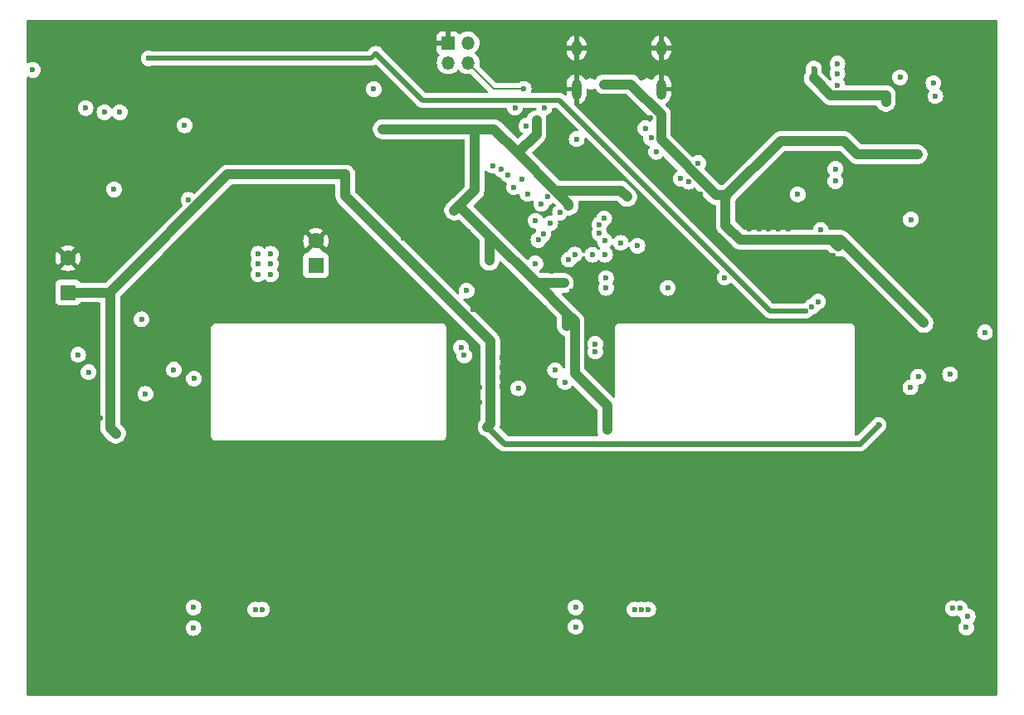
<source format=gbr>
%TF.GenerationSoftware,KiCad,Pcbnew,8.0.5*%
%TF.CreationDate,2024-12-04T18:09:43+09:00*%
%TF.ProjectId,GESC_Logic,47455343-5f4c-46f6-9769-632e6b696361,rev?*%
%TF.SameCoordinates,Original*%
%TF.FileFunction,Copper,L3,Inr*%
%TF.FilePolarity,Positive*%
%FSLAX46Y46*%
G04 Gerber Fmt 4.6, Leading zero omitted, Abs format (unit mm)*
G04 Created by KiCad (PCBNEW 8.0.5) date 2024-12-04 18:09:43*
%MOMM*%
%LPD*%
G01*
G04 APERTURE LIST*
%TA.AperFunction,ComponentPad*%
%ADD10R,1.600000X1.600000*%
%TD*%
%TA.AperFunction,ComponentPad*%
%ADD11C,1.600000*%
%TD*%
%TA.AperFunction,ComponentPad*%
%ADD12R,1.350000X1.350000*%
%TD*%
%TA.AperFunction,ComponentPad*%
%ADD13O,1.350000X1.350000*%
%TD*%
%TA.AperFunction,ComponentPad*%
%ADD14O,1.000000X2.100000*%
%TD*%
%TA.AperFunction,ComponentPad*%
%ADD15O,1.000000X1.600000*%
%TD*%
%TA.AperFunction,ViaPad*%
%ADD16C,0.600000*%
%TD*%
%TA.AperFunction,Conductor*%
%ADD17C,1.000000*%
%TD*%
%TA.AperFunction,Conductor*%
%ADD18C,0.200000*%
%TD*%
%TA.AperFunction,Conductor*%
%ADD19C,0.600000*%
%TD*%
%TA.AperFunction,Conductor*%
%ADD20C,0.500000*%
%TD*%
G04 APERTURE END LIST*
D10*
%TO.N,+12V*%
%TO.C,C62*%
X104700000Y-113352651D03*
D11*
%TO.N,GND*%
X104700000Y-109852651D03*
%TD*%
D12*
%TO.N,GND*%
%TO.C,J11*%
X143500000Y-87900000D03*
D13*
%TO.N,SWCLK*%
X145500000Y-87900000D03*
%TO.N,SWDIO*%
X143500000Y-89900000D03*
%TO.N,+3V3*%
X145500000Y-89900000D03*
%TD*%
D10*
%TO.N,+5V*%
%TO.C,C63*%
X130000000Y-110582380D03*
D11*
%TO.N,GND*%
X130000000Y-108082380D03*
%TD*%
D14*
%TO.N,GND*%
%TO.C,J13*%
X165220000Y-92610000D03*
D15*
X165220000Y-88430000D03*
D14*
X156580000Y-92610000D03*
D15*
X156580000Y-88430000D03*
%TD*%
D16*
%TO.N,GND*%
X109975000Y-93754080D03*
X129400000Y-102900000D03*
X127800000Y-107000000D03*
X111300000Y-100400000D03*
X138600000Y-93100000D03*
X138600000Y-89300000D03*
X153300000Y-117700000D03*
X149500000Y-106500000D03*
X135700000Y-113900000D03*
X153300000Y-116300000D03*
X107200000Y-97900000D03*
X175400000Y-110600000D03*
X142500000Y-99500000D03*
X143600000Y-99500000D03*
X127800000Y-108000000D03*
X130400000Y-102900000D03*
X185500000Y-123500000D03*
X107100000Y-86750000D03*
X139500000Y-101500000D03*
X100900000Y-97300000D03*
X174200000Y-106900000D03*
X193200000Y-94500000D03*
X163600000Y-110400000D03*
X197600000Y-111800000D03*
X111300000Y-99600000D03*
X108400000Y-97900000D03*
X151400000Y-114900000D03*
X169000573Y-115711780D03*
X181100000Y-109700000D03*
X139500000Y-99500000D03*
X126500000Y-102900000D03*
X175200000Y-105900000D03*
X175400000Y-94800000D03*
X140500000Y-101500000D03*
X112100000Y-101300000D03*
X102900000Y-103300000D03*
X146900000Y-115000000D03*
X111300000Y-102300000D03*
X199200000Y-147300000D03*
X185500000Y-122500000D03*
X110900000Y-108625000D03*
X192300000Y-100700000D03*
X162280000Y-98480000D03*
X166200000Y-103300000D03*
X168000000Y-115700000D03*
X198700000Y-129400000D03*
X197700000Y-89100000D03*
X107900000Y-108625000D03*
X158200000Y-111300000D03*
X139800000Y-90800000D03*
X197800000Y-91900000D03*
X126800000Y-106000000D03*
X124740000Y-148140000D03*
X186900000Y-101800000D03*
X140500000Y-100500000D03*
X154060589Y-111200000D03*
X123700000Y-102900000D03*
X106900000Y-106300000D03*
X198600000Y-128100000D03*
X136700000Y-113800000D03*
X138900000Y-107800000D03*
X192800000Y-109100000D03*
X182600000Y-88500000D03*
X132800000Y-106000000D03*
X160200000Y-95900000D03*
X188900000Y-100700000D03*
X117700000Y-113600000D03*
X111300000Y-101300000D03*
X128400000Y-102900000D03*
X139900000Y-106800000D03*
X132800000Y-113900000D03*
X133400000Y-94400000D03*
X142500000Y-100500000D03*
X157000000Y-113600000D03*
X165500000Y-107200000D03*
X141500000Y-99500000D03*
X167200000Y-103300000D03*
X146700000Y-123005000D03*
X108000000Y-126200000D03*
X177200000Y-103300000D03*
X109900000Y-108625000D03*
X145800000Y-125600000D03*
X148100000Y-101700000D03*
X166000000Y-115700000D03*
X100900000Y-99300000D03*
X170500000Y-105900000D03*
X125400000Y-102900000D03*
X164400000Y-106000000D03*
X174200000Y-103300000D03*
X164100000Y-95500000D03*
X178200000Y-105900000D03*
X166500000Y-147200000D03*
X131400000Y-102900000D03*
X139500000Y-100500000D03*
X163000000Y-115700000D03*
X108400000Y-97100000D03*
X149000000Y-120000000D03*
X197600000Y-111000000D03*
X146000000Y-115100000D03*
X113400000Y-86800000D03*
X137500000Y-98500000D03*
X182800000Y-109600000D03*
X186000000Y-112900000D03*
X197600000Y-129400000D03*
X147800000Y-114900000D03*
X141500000Y-100500000D03*
X126800000Y-107000000D03*
X147400000Y-104000000D03*
X194300000Y-148875000D03*
X127800000Y-106000000D03*
X149000000Y-122000000D03*
X133700000Y-113900000D03*
X102900000Y-102300000D03*
X188000000Y-100600000D03*
X125900000Y-148500000D03*
X121800000Y-109000000D03*
X138900000Y-104800000D03*
X179000000Y-91400000D03*
X193200000Y-148875000D03*
X149000000Y-123000000D03*
X186300000Y-116148528D03*
X197900000Y-148500000D03*
X109100000Y-86750000D03*
X134400000Y-102900000D03*
X138900000Y-105800000D03*
X166500000Y-107200000D03*
X131800000Y-113900000D03*
X139900000Y-105800000D03*
X176200000Y-106900000D03*
X121800000Y-110000000D03*
X121800000Y-108000000D03*
X165000000Y-115700000D03*
X169500000Y-105900000D03*
X102900000Y-100300000D03*
X175200000Y-103300000D03*
X103900000Y-106300000D03*
X102900000Y-105300000D03*
X149000000Y-121000000D03*
X137500000Y-99500000D03*
X138900000Y-106800000D03*
X169200000Y-103300000D03*
X107200000Y-97100000D03*
X165000000Y-148200000D03*
X175400000Y-112600000D03*
X175200000Y-106900000D03*
X197500000Y-128000000D03*
X178200000Y-106900000D03*
X164600000Y-110400000D03*
X179800000Y-94400000D03*
X121800000Y-111000000D03*
X145200000Y-95000000D03*
X176200000Y-103300000D03*
X140900000Y-104800000D03*
X107800000Y-97500000D03*
X196200000Y-128000000D03*
X131800000Y-106000000D03*
X112000000Y-91800000D03*
X146700000Y-124595000D03*
X100900000Y-100300000D03*
X134700000Y-113900000D03*
X111000000Y-91800000D03*
X148700000Y-102200000D03*
X169500000Y-106900000D03*
X103900000Y-105300000D03*
X130800000Y-106000000D03*
X168500000Y-105900000D03*
X113800000Y-104820000D03*
X146260589Y-110460589D03*
X164000000Y-115700000D03*
X119700000Y-113600000D03*
X100900000Y-99300000D03*
X127400000Y-147400000D03*
X139500000Y-98500000D03*
X108900000Y-108625000D03*
X122800000Y-107000000D03*
X105900000Y-106300000D03*
X165500000Y-106000000D03*
X113400000Y-86800000D03*
X196100000Y-94500000D03*
X174500000Y-96000000D03*
X194600000Y-101200000D03*
X164240000Y-147640000D03*
X139900000Y-104800000D03*
X102900000Y-101300000D03*
X176200000Y-105900000D03*
X122400000Y-102900000D03*
X123800000Y-107000000D03*
X175400000Y-111700000D03*
X116656412Y-113576088D03*
X170500000Y-106900000D03*
X127500000Y-102900000D03*
X100900000Y-96300000D03*
X137900000Y-110800000D03*
X100900000Y-101300000D03*
X194600000Y-101200000D03*
X152800000Y-98800000D03*
X173200000Y-105900000D03*
X123800000Y-107000000D03*
X108900000Y-91800000D03*
X185500000Y-124500000D03*
X100900000Y-98300000D03*
X163690000Y-148190000D03*
X165600000Y-110400000D03*
X115100000Y-104820000D03*
X186525000Y-117600000D03*
X138500000Y-98500000D03*
X101900000Y-100300000D03*
X111100000Y-86750000D03*
X153300000Y-114900000D03*
X156100000Y-113200000D03*
X109600000Y-100300000D03*
X140500000Y-99500000D03*
X112100000Y-100400000D03*
X150200000Y-107100000D03*
X196200000Y-129300000D03*
X137700000Y-113800000D03*
X137000000Y-94400000D03*
X102900000Y-104300000D03*
X124400000Y-102900000D03*
X176000000Y-97300000D03*
X188900000Y-101800000D03*
X125240000Y-147640000D03*
X198500000Y-125625000D03*
X145498097Y-107103984D03*
X194600000Y-107900000D03*
X103800000Y-86225000D03*
X112100000Y-102300000D03*
X124800000Y-107000000D03*
X196300000Y-109100000D03*
X104900000Y-106300000D03*
X197600000Y-102500000D03*
X130800000Y-113900000D03*
X110000000Y-91800000D03*
X197600000Y-94500000D03*
X175400000Y-109500000D03*
X124500000Y-102900000D03*
X174200000Y-105900000D03*
X188000000Y-101800000D03*
X138500000Y-99500000D03*
X128800000Y-106000000D03*
X185500000Y-125300000D03*
X177200000Y-106900000D03*
X177200000Y-105900000D03*
X125800000Y-107000000D03*
X168200000Y-103300000D03*
X118700000Y-113600000D03*
X162000000Y-115700000D03*
X152500000Y-92600000D03*
X121800000Y-107000000D03*
X106900000Y-108625000D03*
X129800000Y-106000000D03*
X107300000Y-123000000D03*
X139900000Y-107800000D03*
X106100000Y-86750000D03*
%TO.N,+5V*%
X125400000Y-109400000D03*
X124100000Y-109400000D03*
X183200000Y-108800000D03*
X191400000Y-99262500D03*
X124100000Y-111500000D03*
X125400000Y-111500000D03*
X124100000Y-110400000D03*
X125400000Y-110400000D03*
X171900000Y-103425000D03*
X171700000Y-111830000D03*
X181500000Y-97932500D03*
X171800000Y-106500000D03*
X159400000Y-92100000D03*
X192000000Y-116462500D03*
%TO.N,+3V3*%
X147702308Y-110121095D03*
X136800000Y-96700000D03*
X189600000Y-91400000D03*
X195700000Y-145600000D03*
X188145000Y-93900000D03*
X179150000Y-103350000D03*
X152513721Y-95773856D03*
X124500000Y-145725000D03*
X162500000Y-145725000D03*
X193200000Y-93300000D03*
X146200000Y-102800000D03*
X163200000Y-145725000D03*
X151200000Y-92568750D03*
X155300000Y-112400000D03*
X188145000Y-93200000D03*
X161750000Y-103601470D03*
X190700000Y-105900000D03*
X123800000Y-145725000D03*
X180790000Y-90500000D03*
X180790000Y-91500000D03*
X163900000Y-145725000D03*
X138200000Y-96700000D03*
X155600000Y-116800000D03*
X144100000Y-105000000D03*
X159700000Y-127400000D03*
X139600000Y-96700000D03*
X155800000Y-104500000D03*
X195000000Y-145600000D03*
X181500000Y-106962500D03*
%TO.N,+12V*%
X109600000Y-127775000D03*
X187400000Y-126875000D03*
X128300000Y-101325000D03*
X147500000Y-127075000D03*
X130700000Y-101325000D03*
X133000000Y-101325000D03*
%TO.N,Phase_A*%
X117555090Y-122149910D03*
%TO.N,Phase_B*%
X155400000Y-122500000D03*
%TO.N,Phase_C*%
X191452500Y-121947500D03*
%TO.N,M_TMP\u002C MOSI*%
X158200000Y-109500000D03*
X159500000Y-109500000D03*
%TO.N,PPM*%
X148035875Y-100428724D03*
X169000000Y-100150000D03*
%TO.N,ADC2\u002C MISO*%
X156416117Y-109483883D03*
X158900000Y-107300000D03*
%TO.N,ADC1\u002C CS*%
X159465687Y-108082842D03*
X155800000Y-110000000D03*
%TO.N,V_A*%
X112200000Y-116100000D03*
X145375735Y-113175735D03*
%TO.N,LED_R*%
X153300000Y-94500000D03*
X156600000Y-97700000D03*
%TO.N,Net-(J1-Pin_2)*%
X135900000Y-92600000D03*
X101100000Y-90640000D03*
X101100000Y-90640000D03*
%TO.N,/Gate Drivers/AL*%
X154900000Y-105200000D03*
X106800000Y-121500000D03*
%TO.N,/Gate Drivers/AH*%
X153000000Y-104300000D03*
X105735809Y-119720732D03*
%TO.N,F_TEMP_*%
X158500000Y-119375000D03*
X158500000Y-118600000D03*
%TO.N,+BATT*%
X112935000Y-89465000D03*
X198260178Y-117434405D03*
X136100000Y-89000000D03*
X179934872Y-115242126D03*
%TO.N,Net-(J5-Pin_4)*%
X194700000Y-121700000D03*
%TO.N,BMI160_SCL*%
X148900000Y-100800000D03*
X183000000Y-100750000D03*
%TO.N,BMI160_SDA*%
X183000000Y-102000000D03*
X149600000Y-101350000D03*
%TO.N,USART_TX\u002C SCL*%
X161100000Y-108300000D03*
X158915143Y-106436328D03*
%TO.N,USART_RX\u002C SDA*%
X159400000Y-105800000D03*
X162800000Y-108600000D03*
%TO.N,Net-(J9-Pin_2)*%
X163600000Y-96600000D03*
X183200000Y-90000000D03*
%TO.N,Net-(J9-Pin_3)*%
X164200000Y-97600000D03*
X183200000Y-91000000D03*
%TO.N,Net-(J9-Pin_4)*%
X183200000Y-92250000D03*
X164700000Y-99000000D03*
%TO.N,UART_RX*%
X168039106Y-102056148D03*
X193000000Y-92000000D03*
X193000000Y-92000000D03*
X150200000Y-102600000D03*
%TO.N,UART_TX*%
X167200000Y-101750000D03*
X151000000Y-101800000D03*
%TO.N,SWDIO*%
X151450000Y-96350000D03*
%TO.N,SWCLK*%
X150300000Y-94500000D03*
%TO.N,CAN_RXD*%
X153212149Y-107385421D03*
X159600000Y-112900000D03*
%TO.N,CAN_TXD*%
X159600000Y-111900000D03*
X152700000Y-108000000D03*
%TO.N,SHA_-*%
X117500000Y-147600000D03*
%TO.N,SHA_+*%
X117500000Y-145500000D03*
%TO.N,SHB_+*%
X156500000Y-145500000D03*
%TO.N,SHB_-*%
X156500000Y-147500000D03*
%TO.N,SHC_-*%
X196350000Y-147550000D03*
%TO.N,SHC_+*%
X196500000Y-146400000D03*
%TO.N,/Gate Drivers/BH*%
X152392893Y-106044363D03*
X144800000Y-118986206D03*
%TO.N,/Gate Drivers/BL*%
X153900000Y-106300000D03*
X145132760Y-119781749D03*
%TO.N,/Gate Drivers/CH*%
X151600000Y-103300000D03*
X181226102Y-114300000D03*
%TO.N,/Gate Drivers/CL*%
X153663057Y-103600000D03*
X180601602Y-114800000D03*
%TO.N,VSENSE*%
X152400000Y-110400000D03*
X165900000Y-112887500D03*
%TO.N,Net-(U11-VCC)*%
X108424859Y-94954080D03*
X109400000Y-102840000D03*
%TO.N,Net-(Q1-G)*%
X117000000Y-103900000D03*
X109986572Y-94964093D03*
%TO.N,Net-(Q3-G)*%
X116600000Y-96300000D03*
X106500000Y-94540000D03*
%TO.N,Net-(J3-Pin_4)*%
X115500000Y-121240000D03*
%TO.N,Net-(J3-Pin_1)*%
X112598613Y-123702817D03*
%TO.N,Net-(J4-Pin_2)*%
X154400000Y-121300000D03*
%TO.N,Net-(J4-Pin_3)*%
X150656239Y-123134359D03*
%TO.N,Net-(J5-Pin_3)*%
X190647018Y-123041053D03*
%TD*%
D17*
%TO.N,+5V*%
X182576714Y-107962500D02*
X183307107Y-108692893D01*
X171800000Y-103525000D02*
X171900000Y-103425000D01*
X171800000Y-106500000D02*
X171800000Y-103525000D01*
X173262500Y-107962500D02*
X182576714Y-107962500D01*
X165200000Y-97764214D02*
X165200000Y-95185786D01*
X162114214Y-92100000D02*
X159400000Y-92100000D01*
X171800000Y-106500000D02*
X173262500Y-107962500D01*
X183900000Y-97900000D02*
X185262500Y-99262500D01*
X171900000Y-103425000D02*
X170860786Y-103425000D01*
X183500000Y-107962500D02*
X192000000Y-116462500D01*
X182576714Y-107962500D02*
X183500000Y-107962500D01*
X170860786Y-103425000D02*
X165200000Y-97764214D01*
X171800000Y-103525000D02*
X177425000Y-97900000D01*
X165200000Y-95185786D02*
X162114214Y-92100000D01*
X177425000Y-97900000D02*
X183900000Y-97900000D01*
X185262500Y-99262500D02*
X191400000Y-99262500D01*
%TO.N,+3V3*%
X152513721Y-97186279D02*
X150588635Y-99111365D01*
X155600000Y-115500000D02*
X156400000Y-116300000D01*
X156400000Y-116300000D02*
X156400000Y-121600000D01*
X139600000Y-96700000D02*
X146200000Y-96700000D01*
X146200000Y-96700000D02*
X148177271Y-96700000D01*
X154438635Y-102961365D02*
X155800000Y-104322729D01*
X188145000Y-93200000D02*
X188095000Y-93250000D01*
X155800000Y-104322729D02*
X155800000Y-104500000D01*
X146200000Y-96700000D02*
X146200000Y-102900000D01*
X144600000Y-104500000D02*
X144100000Y-105000000D01*
X182540000Y-93250000D02*
X180790000Y-91500000D01*
D18*
X151200000Y-92568750D02*
X148168750Y-92568750D01*
D17*
X161750000Y-103601470D02*
X161109895Y-102961365D01*
X188145000Y-93900000D02*
X188145000Y-93200000D01*
X155600000Y-115500000D02*
X155600000Y-116800000D01*
D19*
X180790000Y-91500000D02*
X180790000Y-90500000D01*
D17*
X144600000Y-104500000D02*
X147702308Y-107602308D01*
X152500000Y-112400000D02*
X155600000Y-115500000D01*
X156400000Y-121600000D02*
X159700000Y-124900000D01*
X161109895Y-102961365D02*
X154438635Y-102961365D01*
X139600000Y-96700000D02*
X136800000Y-96700000D01*
X146200000Y-102900000D02*
X144600000Y-104500000D01*
X188095000Y-93250000D02*
X182540000Y-93250000D01*
X147702308Y-107602308D02*
X147702308Y-110121095D01*
X150588635Y-99111365D02*
X154438635Y-102961365D01*
X148177271Y-96700000D02*
X150588635Y-99111365D01*
X152513721Y-95773856D02*
X152513721Y-97186279D01*
D18*
X148168750Y-92568750D02*
X145500000Y-89900000D01*
D17*
X152500000Y-112400000D02*
X155300000Y-112400000D01*
X147702308Y-107602308D02*
X152500000Y-112400000D01*
X159700000Y-124900000D02*
X159700000Y-127400000D01*
%TO.N,+12V*%
X133000000Y-101325000D02*
X128300000Y-101325000D01*
D19*
X149225000Y-128800000D02*
X185475000Y-128800000D01*
D17*
X120989214Y-101325000D02*
X108961563Y-113352651D01*
X147800000Y-126775000D02*
X147500000Y-127075000D01*
X108961563Y-113352651D02*
X109000000Y-113391088D01*
D19*
X147500000Y-127075000D02*
X149225000Y-128800000D01*
D17*
X108961563Y-113352651D02*
X104700000Y-113352651D01*
X133000000Y-102900000D02*
X133000000Y-103514214D01*
X147800000Y-118314214D02*
X147800000Y-126775000D01*
D19*
X185475000Y-128800000D02*
X187400000Y-126875000D01*
D17*
X133000000Y-101325000D02*
X133000000Y-102900000D01*
X128300000Y-101325000D02*
X120989214Y-101325000D01*
X109000000Y-127175000D02*
X109600000Y-127775000D01*
X109000000Y-113391088D02*
X109000000Y-127175000D01*
X133000000Y-103514214D02*
X147800000Y-118314214D01*
D20*
%TO.N,+BATT*%
X136100000Y-89000000D02*
X140850000Y-93750000D01*
X112935000Y-89465000D02*
X135635000Y-89465000D01*
X176342126Y-115242126D02*
X179934872Y-115242126D01*
X140850000Y-93750000D02*
X154850000Y-93750000D01*
X135635000Y-89465000D02*
X136100000Y-89000000D01*
X154850000Y-93750000D02*
X176342126Y-115242126D01*
%TD*%
%TA.AperFunction,Conductor*%
%TO.N,GND*%
G36*
X199442539Y-85520185D02*
G01*
X199488294Y-85572989D01*
X199499500Y-85624500D01*
X199499500Y-154375500D01*
X199479815Y-154442539D01*
X199427011Y-154488294D01*
X199375500Y-154499500D01*
X100624500Y-154499500D01*
X100557461Y-154479815D01*
X100511706Y-154427011D01*
X100500500Y-154375500D01*
X100500500Y-147599996D01*
X116694435Y-147599996D01*
X116694435Y-147600003D01*
X116714630Y-147779249D01*
X116714631Y-147779254D01*
X116774211Y-147949523D01*
X116838767Y-148052262D01*
X116870184Y-148102262D01*
X116997738Y-148229816D01*
X117150478Y-148325789D01*
X117235573Y-148355565D01*
X117320745Y-148385368D01*
X117320750Y-148385369D01*
X117499996Y-148405565D01*
X117500000Y-148405565D01*
X117500004Y-148405565D01*
X117679249Y-148385369D01*
X117679252Y-148385368D01*
X117679255Y-148385368D01*
X117849522Y-148325789D01*
X118002262Y-148229816D01*
X118129816Y-148102262D01*
X118225789Y-147949522D01*
X118285368Y-147779255D01*
X118291002Y-147729254D01*
X118305565Y-147600003D01*
X118305565Y-147599996D01*
X118294298Y-147499996D01*
X155694435Y-147499996D01*
X155694435Y-147500003D01*
X155714630Y-147679249D01*
X155714631Y-147679254D01*
X155774211Y-147849523D01*
X155837045Y-147949522D01*
X155870184Y-148002262D01*
X155997738Y-148129816D01*
X156150478Y-148225789D01*
X156161984Y-148229815D01*
X156320745Y-148285368D01*
X156320750Y-148285369D01*
X156499996Y-148305565D01*
X156500000Y-148305565D01*
X156500004Y-148305565D01*
X156679249Y-148285369D01*
X156679252Y-148285368D01*
X156679255Y-148285368D01*
X156849522Y-148225789D01*
X157002262Y-148129816D01*
X157129816Y-148002262D01*
X157225789Y-147849522D01*
X157285368Y-147679255D01*
X157285369Y-147679249D01*
X157305565Y-147500003D01*
X157305565Y-147499996D01*
X157285369Y-147320750D01*
X157285368Y-147320745D01*
X157225789Y-147150478D01*
X157129816Y-146997738D01*
X157002262Y-146870184D01*
X156849523Y-146774211D01*
X156679254Y-146714631D01*
X156679249Y-146714630D01*
X156500004Y-146694435D01*
X156499996Y-146694435D01*
X156320750Y-146714630D01*
X156320745Y-146714631D01*
X156150476Y-146774211D01*
X155997737Y-146870184D01*
X155870184Y-146997737D01*
X155774211Y-147150476D01*
X155714631Y-147320745D01*
X155714630Y-147320750D01*
X155694435Y-147499996D01*
X118294298Y-147499996D01*
X118285369Y-147420750D01*
X118285368Y-147420745D01*
X118225788Y-147250476D01*
X118162955Y-147150478D01*
X118129816Y-147097738D01*
X118002262Y-146970184D01*
X118001025Y-146969407D01*
X117849523Y-146874211D01*
X117679254Y-146814631D01*
X117679249Y-146814630D01*
X117500004Y-146794435D01*
X117499996Y-146794435D01*
X117320750Y-146814630D01*
X117320745Y-146814631D01*
X117150476Y-146874211D01*
X116997737Y-146970184D01*
X116870184Y-147097737D01*
X116774211Y-147250476D01*
X116714631Y-147420745D01*
X116714630Y-147420750D01*
X116694435Y-147599996D01*
X100500500Y-147599996D01*
X100500500Y-145499996D01*
X116694435Y-145499996D01*
X116694435Y-145500003D01*
X116714630Y-145679249D01*
X116714631Y-145679254D01*
X116774211Y-145849523D01*
X116804507Y-145897738D01*
X116870184Y-146002262D01*
X116997738Y-146129816D01*
X117088080Y-146186582D01*
X117142450Y-146220745D01*
X117150478Y-146225789D01*
X117154688Y-146227262D01*
X117320745Y-146285368D01*
X117320750Y-146285369D01*
X117499996Y-146305565D01*
X117500000Y-146305565D01*
X117500004Y-146305565D01*
X117679249Y-146285369D01*
X117679252Y-146285368D01*
X117679255Y-146285368D01*
X117849522Y-146225789D01*
X118002262Y-146129816D01*
X118129816Y-146002262D01*
X118225789Y-145849522D01*
X118269363Y-145724996D01*
X122994435Y-145724996D01*
X122994435Y-145725003D01*
X123014630Y-145904249D01*
X123014631Y-145904254D01*
X123074211Y-146074523D01*
X123166089Y-146220745D01*
X123170184Y-146227262D01*
X123297738Y-146354816D01*
X123388080Y-146411582D01*
X123403059Y-146420994D01*
X123450478Y-146450789D01*
X123529923Y-146478588D01*
X123620745Y-146510368D01*
X123620750Y-146510369D01*
X123799996Y-146530565D01*
X123800000Y-146530565D01*
X123800004Y-146530565D01*
X123979249Y-146510369D01*
X123979251Y-146510368D01*
X123979255Y-146510368D01*
X123979258Y-146510366D01*
X123979262Y-146510366D01*
X124109045Y-146464953D01*
X124178824Y-146461391D01*
X124190955Y-146464953D01*
X124320737Y-146510366D01*
X124320743Y-146510367D01*
X124320745Y-146510368D01*
X124320746Y-146510368D01*
X124320750Y-146510369D01*
X124499996Y-146530565D01*
X124500000Y-146530565D01*
X124500004Y-146530565D01*
X124679249Y-146510369D01*
X124679252Y-146510368D01*
X124679255Y-146510368D01*
X124849522Y-146450789D01*
X125002262Y-146354816D01*
X125129816Y-146227262D01*
X125225789Y-146074522D01*
X125285368Y-145904255D01*
X125285369Y-145904249D01*
X125305565Y-145725003D01*
X125305565Y-145724996D01*
X125285369Y-145545750D01*
X125285368Y-145545745D01*
X125269360Y-145499996D01*
X155694435Y-145499996D01*
X155694435Y-145500003D01*
X155714630Y-145679249D01*
X155714631Y-145679254D01*
X155774211Y-145849523D01*
X155804507Y-145897738D01*
X155870184Y-146002262D01*
X155997738Y-146129816D01*
X156088080Y-146186582D01*
X156142450Y-146220745D01*
X156150478Y-146225789D01*
X156154688Y-146227262D01*
X156320745Y-146285368D01*
X156320750Y-146285369D01*
X156499996Y-146305565D01*
X156500000Y-146305565D01*
X156500004Y-146305565D01*
X156679249Y-146285369D01*
X156679252Y-146285368D01*
X156679255Y-146285368D01*
X156849522Y-146225789D01*
X157002262Y-146129816D01*
X157129816Y-146002262D01*
X157225789Y-145849522D01*
X157269363Y-145724996D01*
X161694435Y-145724996D01*
X161694435Y-145725003D01*
X161714630Y-145904249D01*
X161714631Y-145904254D01*
X161774211Y-146074523D01*
X161866089Y-146220745D01*
X161870184Y-146227262D01*
X161997738Y-146354816D01*
X162088080Y-146411582D01*
X162103059Y-146420994D01*
X162150478Y-146450789D01*
X162229923Y-146478588D01*
X162320745Y-146510368D01*
X162320750Y-146510369D01*
X162499996Y-146530565D01*
X162500000Y-146530565D01*
X162500004Y-146530565D01*
X162679249Y-146510369D01*
X162679251Y-146510368D01*
X162679255Y-146510368D01*
X162679258Y-146510366D01*
X162679262Y-146510366D01*
X162809045Y-146464953D01*
X162878824Y-146461391D01*
X162890955Y-146464953D01*
X163020737Y-146510366D01*
X163020743Y-146510367D01*
X163020745Y-146510368D01*
X163020746Y-146510368D01*
X163020750Y-146510369D01*
X163199996Y-146530565D01*
X163200000Y-146530565D01*
X163200004Y-146530565D01*
X163379249Y-146510369D01*
X163379251Y-146510368D01*
X163379255Y-146510368D01*
X163379258Y-146510366D01*
X163379262Y-146510366D01*
X163509045Y-146464953D01*
X163578824Y-146461391D01*
X163590955Y-146464953D01*
X163720737Y-146510366D01*
X163720743Y-146510367D01*
X163720745Y-146510368D01*
X163720746Y-146510368D01*
X163720750Y-146510369D01*
X163899996Y-146530565D01*
X163900000Y-146530565D01*
X163900004Y-146530565D01*
X164079249Y-146510369D01*
X164079252Y-146510368D01*
X164079255Y-146510368D01*
X164249522Y-146450789D01*
X164402262Y-146354816D01*
X164529816Y-146227262D01*
X164625789Y-146074522D01*
X164685368Y-145904255D01*
X164685369Y-145904249D01*
X164705565Y-145725003D01*
X164705565Y-145724996D01*
X164691481Y-145599996D01*
X194194435Y-145599996D01*
X194194435Y-145600003D01*
X194214630Y-145779249D01*
X194214631Y-145779254D01*
X194274211Y-145949523D01*
X194337646Y-146050478D01*
X194370184Y-146102262D01*
X194497738Y-146229816D01*
X194650478Y-146325789D01*
X194820739Y-146385366D01*
X194820745Y-146385368D01*
X194820750Y-146385369D01*
X194999996Y-146405565D01*
X195000000Y-146405565D01*
X195000004Y-146405565D01*
X195179249Y-146385369D01*
X195179251Y-146385368D01*
X195179255Y-146385368D01*
X195179258Y-146385366D01*
X195179262Y-146385366D01*
X195309045Y-146339953D01*
X195378824Y-146336391D01*
X195390955Y-146339953D01*
X195520737Y-146385366D01*
X195520741Y-146385367D01*
X195520742Y-146385367D01*
X195520745Y-146385368D01*
X195596735Y-146393929D01*
X195661145Y-146420994D01*
X195700701Y-146478588D01*
X195706069Y-146503265D01*
X195714630Y-146579249D01*
X195774210Y-146749521D01*
X195815827Y-146815754D01*
X195834827Y-146882991D01*
X195814459Y-146949826D01*
X195798515Y-146969407D01*
X195720183Y-147047739D01*
X195624211Y-147200476D01*
X195564631Y-147370745D01*
X195564630Y-147370750D01*
X195544435Y-147549996D01*
X195544435Y-147550003D01*
X195564630Y-147729249D01*
X195564631Y-147729254D01*
X195624211Y-147899523D01*
X195688767Y-148002262D01*
X195720184Y-148052262D01*
X195847738Y-148179816D01*
X196000478Y-148275789D01*
X196085573Y-148305565D01*
X196170745Y-148335368D01*
X196170750Y-148335369D01*
X196349996Y-148355565D01*
X196350000Y-148355565D01*
X196350004Y-148355565D01*
X196529249Y-148335369D01*
X196529252Y-148335368D01*
X196529255Y-148335368D01*
X196699522Y-148275789D01*
X196852262Y-148179816D01*
X196979816Y-148052262D01*
X197075789Y-147899522D01*
X197135368Y-147729255D01*
X197141002Y-147679254D01*
X197155565Y-147550003D01*
X197155565Y-147549996D01*
X197135369Y-147370750D01*
X197135368Y-147370745D01*
X197117872Y-147320745D01*
X197075789Y-147200478D01*
X197034171Y-147134244D01*
X197015172Y-147067009D01*
X197035540Y-147000173D01*
X197051476Y-146980601D01*
X197129816Y-146902262D01*
X197225789Y-146749522D01*
X197285368Y-146579255D01*
X197293930Y-146503265D01*
X197305565Y-146400003D01*
X197305565Y-146399996D01*
X197285369Y-146220750D01*
X197285368Y-146220745D01*
X197225789Y-146050478D01*
X197129816Y-145897738D01*
X197002262Y-145770184D01*
X196930346Y-145724996D01*
X196849521Y-145674210D01*
X196679249Y-145614630D01*
X196603265Y-145606069D01*
X196538851Y-145579002D01*
X196499296Y-145521407D01*
X196493930Y-145496743D01*
X196485368Y-145420745D01*
X196425789Y-145250478D01*
X196329816Y-145097738D01*
X196202262Y-144970184D01*
X196153639Y-144939632D01*
X196049523Y-144874211D01*
X195879254Y-144814631D01*
X195879249Y-144814630D01*
X195700004Y-144794435D01*
X195699996Y-144794435D01*
X195520750Y-144814630D01*
X195520742Y-144814632D01*
X195390954Y-144860047D01*
X195321175Y-144863608D01*
X195309046Y-144860047D01*
X195179257Y-144814632D01*
X195179249Y-144814630D01*
X195000004Y-144794435D01*
X194999996Y-144794435D01*
X194820750Y-144814630D01*
X194820745Y-144814631D01*
X194650476Y-144874211D01*
X194497737Y-144970184D01*
X194370184Y-145097737D01*
X194274211Y-145250476D01*
X194214631Y-145420745D01*
X194214630Y-145420750D01*
X194194435Y-145599996D01*
X164691481Y-145599996D01*
X164685369Y-145545750D01*
X164685368Y-145545745D01*
X164641630Y-145420750D01*
X164625789Y-145375478D01*
X164529816Y-145222738D01*
X164402262Y-145095184D01*
X164249523Y-144999211D01*
X164079254Y-144939631D01*
X164079249Y-144939630D01*
X163900004Y-144919435D01*
X163899996Y-144919435D01*
X163720750Y-144939630D01*
X163720742Y-144939632D01*
X163590954Y-144985047D01*
X163521175Y-144988608D01*
X163509046Y-144985047D01*
X163379257Y-144939632D01*
X163379249Y-144939630D01*
X163200004Y-144919435D01*
X163199996Y-144919435D01*
X163020750Y-144939630D01*
X163020742Y-144939632D01*
X162890954Y-144985047D01*
X162821175Y-144988608D01*
X162809046Y-144985047D01*
X162679257Y-144939632D01*
X162679249Y-144939630D01*
X162500004Y-144919435D01*
X162499996Y-144919435D01*
X162320750Y-144939630D01*
X162320745Y-144939631D01*
X162150476Y-144999211D01*
X161997737Y-145095184D01*
X161870184Y-145222737D01*
X161774211Y-145375476D01*
X161714631Y-145545745D01*
X161714630Y-145545750D01*
X161694435Y-145724996D01*
X157269363Y-145724996D01*
X157285368Y-145679255D01*
X157285369Y-145679249D01*
X157305565Y-145500003D01*
X157305565Y-145499996D01*
X157285369Y-145320750D01*
X157285368Y-145320745D01*
X157225789Y-145150478D01*
X157129816Y-144997738D01*
X157002262Y-144870184D01*
X156913852Y-144814632D01*
X156849523Y-144774211D01*
X156679254Y-144714631D01*
X156679249Y-144714630D01*
X156500004Y-144694435D01*
X156499996Y-144694435D01*
X156320750Y-144714630D01*
X156320745Y-144714631D01*
X156150476Y-144774211D01*
X155997737Y-144870184D01*
X155870184Y-144997737D01*
X155774211Y-145150476D01*
X155714631Y-145320745D01*
X155714630Y-145320750D01*
X155694435Y-145499996D01*
X125269360Y-145499996D01*
X125241630Y-145420750D01*
X125225789Y-145375478D01*
X125129816Y-145222738D01*
X125002262Y-145095184D01*
X124849523Y-144999211D01*
X124679254Y-144939631D01*
X124679249Y-144939630D01*
X124500004Y-144919435D01*
X124499996Y-144919435D01*
X124320750Y-144939630D01*
X124320742Y-144939632D01*
X124190954Y-144985047D01*
X124121175Y-144988608D01*
X124109046Y-144985047D01*
X123979257Y-144939632D01*
X123979249Y-144939630D01*
X123800004Y-144919435D01*
X123799996Y-144919435D01*
X123620750Y-144939630D01*
X123620745Y-144939631D01*
X123450476Y-144999211D01*
X123297737Y-145095184D01*
X123170184Y-145222737D01*
X123074211Y-145375476D01*
X123014631Y-145545745D01*
X123014630Y-145545750D01*
X122994435Y-145724996D01*
X118269363Y-145724996D01*
X118285368Y-145679255D01*
X118285369Y-145679249D01*
X118305565Y-145500003D01*
X118305565Y-145499996D01*
X118285369Y-145320750D01*
X118285368Y-145320745D01*
X118225789Y-145150478D01*
X118129816Y-144997738D01*
X118002262Y-144870184D01*
X117913852Y-144814632D01*
X117849523Y-144774211D01*
X117679254Y-144714631D01*
X117679249Y-144714630D01*
X117500004Y-144694435D01*
X117499996Y-144694435D01*
X117320750Y-144714630D01*
X117320745Y-144714631D01*
X117150476Y-144774211D01*
X116997737Y-144870184D01*
X116870184Y-144997737D01*
X116774211Y-145150476D01*
X116714631Y-145320745D01*
X116714630Y-145320750D01*
X116694435Y-145499996D01*
X100500500Y-145499996D01*
X100500500Y-121499996D01*
X105994435Y-121499996D01*
X105994435Y-121500003D01*
X106014630Y-121679249D01*
X106014631Y-121679254D01*
X106074211Y-121849523D01*
X106147266Y-121965788D01*
X106170184Y-122002262D01*
X106297738Y-122129816D01*
X106373609Y-122177489D01*
X106442324Y-122220666D01*
X106450478Y-122225789D01*
X106620745Y-122285368D01*
X106620750Y-122285369D01*
X106799996Y-122305565D01*
X106800000Y-122305565D01*
X106800004Y-122305565D01*
X106979249Y-122285369D01*
X106979252Y-122285368D01*
X106979255Y-122285368D01*
X107149522Y-122225789D01*
X107302262Y-122129816D01*
X107429816Y-122002262D01*
X107525789Y-121849522D01*
X107585368Y-121679255D01*
X107588718Y-121649522D01*
X107605565Y-121500003D01*
X107605565Y-121499996D01*
X107585369Y-121320750D01*
X107585368Y-121320745D01*
X107550780Y-121221898D01*
X107525789Y-121150478D01*
X107507106Y-121120745D01*
X107475337Y-121070184D01*
X107429816Y-120997738D01*
X107302262Y-120870184D01*
X107149523Y-120774211D01*
X106979254Y-120714631D01*
X106979249Y-120714630D01*
X106800004Y-120694435D01*
X106799996Y-120694435D01*
X106620750Y-120714630D01*
X106620745Y-120714631D01*
X106450476Y-120774211D01*
X106297737Y-120870184D01*
X106170184Y-120997737D01*
X106074211Y-121150476D01*
X106014631Y-121320745D01*
X106014630Y-121320750D01*
X105994435Y-121499996D01*
X100500500Y-121499996D01*
X100500500Y-119720728D01*
X104930244Y-119720728D01*
X104930244Y-119720735D01*
X104950439Y-119899981D01*
X104950440Y-119899986D01*
X105010020Y-120070255D01*
X105048360Y-120131272D01*
X105105993Y-120222994D01*
X105233547Y-120350548D01*
X105386287Y-120446521D01*
X105556554Y-120506100D01*
X105556559Y-120506101D01*
X105735805Y-120526297D01*
X105735809Y-120526297D01*
X105735813Y-120526297D01*
X105915058Y-120506101D01*
X105915061Y-120506100D01*
X105915064Y-120506100D01*
X106085331Y-120446521D01*
X106238071Y-120350548D01*
X106365625Y-120222994D01*
X106461598Y-120070254D01*
X106521177Y-119899987D01*
X106521178Y-119899981D01*
X106541374Y-119720735D01*
X106541374Y-119720728D01*
X106521178Y-119541482D01*
X106521177Y-119541477D01*
X106462924Y-119375000D01*
X106461598Y-119371210D01*
X106365625Y-119218470D01*
X106238071Y-119090916D01*
X106138667Y-119028456D01*
X106085332Y-118994943D01*
X105915063Y-118935363D01*
X105915058Y-118935362D01*
X105735813Y-118915167D01*
X105735805Y-118915167D01*
X105556559Y-118935362D01*
X105556554Y-118935363D01*
X105386285Y-118994943D01*
X105233546Y-119090916D01*
X105105993Y-119218469D01*
X105010020Y-119371208D01*
X104950440Y-119541477D01*
X104950439Y-119541482D01*
X104930244Y-119720728D01*
X100500500Y-119720728D01*
X100500500Y-112504786D01*
X103399500Y-112504786D01*
X103399500Y-114200521D01*
X103399501Y-114200527D01*
X103405908Y-114260134D01*
X103456202Y-114394979D01*
X103456206Y-114394986D01*
X103542452Y-114510195D01*
X103542455Y-114510198D01*
X103657664Y-114596444D01*
X103657671Y-114596448D01*
X103792517Y-114646742D01*
X103792516Y-114646742D01*
X103799444Y-114647486D01*
X103852127Y-114653151D01*
X105547872Y-114653150D01*
X105607483Y-114646742D01*
X105742331Y-114596447D01*
X105857546Y-114510197D01*
X105937914Y-114402839D01*
X105993847Y-114360969D01*
X106037180Y-114353151D01*
X107875500Y-114353151D01*
X107942539Y-114372836D01*
X107988294Y-114425640D01*
X107999500Y-114477151D01*
X107999500Y-127273544D01*
X108037947Y-127466830D01*
X108037949Y-127466837D01*
X108046589Y-127487693D01*
X108046591Y-127487699D01*
X108113364Y-127648906D01*
X108113371Y-127648919D01*
X108222860Y-127812782D01*
X108366537Y-127956459D01*
X108366559Y-127956479D01*
X108962215Y-128552136D01*
X108962219Y-128552139D01*
X109126079Y-128661627D01*
X109126083Y-128661629D01*
X109126086Y-128661631D01*
X109308164Y-128737051D01*
X109501455Y-128775499D01*
X109501458Y-128775500D01*
X109501460Y-128775500D01*
X109698542Y-128775500D01*
X109698543Y-128775499D01*
X109891836Y-128737051D01*
X110073914Y-128661631D01*
X110237781Y-128552139D01*
X110377139Y-128412781D01*
X110486631Y-128248914D01*
X110562051Y-128066836D01*
X110600500Y-127873540D01*
X110600500Y-127676460D01*
X110600500Y-127676457D01*
X110600499Y-127676455D01*
X110595019Y-127648906D01*
X110562051Y-127483164D01*
X110486631Y-127301086D01*
X110486629Y-127301083D01*
X110486627Y-127301079D01*
X110377139Y-127137219D01*
X110377136Y-127137215D01*
X110036819Y-126796898D01*
X110003334Y-126735575D01*
X110000500Y-126709217D01*
X110000500Y-123702813D01*
X111793048Y-123702813D01*
X111793048Y-123702820D01*
X111813243Y-123882066D01*
X111813244Y-123882071D01*
X111872824Y-124052340D01*
X111917135Y-124122860D01*
X111968797Y-124205079D01*
X112096351Y-124332633D01*
X112249091Y-124428606D01*
X112419358Y-124488185D01*
X112419363Y-124488186D01*
X112598609Y-124508382D01*
X112598613Y-124508382D01*
X112598617Y-124508382D01*
X112777862Y-124488186D01*
X112777865Y-124488185D01*
X112777868Y-124488185D01*
X112948135Y-124428606D01*
X113100875Y-124332633D01*
X113228429Y-124205079D01*
X113324402Y-124052339D01*
X113383981Y-123882072D01*
X113383982Y-123882066D01*
X113404178Y-123702820D01*
X113404178Y-123702813D01*
X113383982Y-123523567D01*
X113383981Y-123523562D01*
X113324401Y-123353293D01*
X113281721Y-123285368D01*
X113228429Y-123200555D01*
X113100875Y-123073001D01*
X113050030Y-123041053D01*
X112948136Y-122977028D01*
X112777867Y-122917448D01*
X112777862Y-122917447D01*
X112598617Y-122897252D01*
X112598609Y-122897252D01*
X112419363Y-122917447D01*
X112419358Y-122917448D01*
X112249089Y-122977028D01*
X112096350Y-123073001D01*
X111968797Y-123200554D01*
X111872824Y-123353293D01*
X111813244Y-123523562D01*
X111813243Y-123523567D01*
X111793048Y-123702813D01*
X110000500Y-123702813D01*
X110000500Y-122149906D01*
X116749525Y-122149906D01*
X116749525Y-122149913D01*
X116769720Y-122329159D01*
X116769721Y-122329164D01*
X116829301Y-122499433D01*
X116878238Y-122577315D01*
X116925274Y-122652172D01*
X117052828Y-122779726D01*
X117102702Y-122811064D01*
X117183452Y-122861803D01*
X117205568Y-122875699D01*
X117254000Y-122892646D01*
X117375835Y-122935278D01*
X117375840Y-122935279D01*
X117555086Y-122955475D01*
X117555090Y-122955475D01*
X117555094Y-122955475D01*
X117734339Y-122935279D01*
X117734342Y-122935278D01*
X117734345Y-122935278D01*
X117904612Y-122875699D01*
X118057352Y-122779726D01*
X118184906Y-122652172D01*
X118280879Y-122499432D01*
X118340458Y-122329165D01*
X118341407Y-122320742D01*
X118360655Y-122149913D01*
X118360655Y-122149906D01*
X118340459Y-121970660D01*
X118340458Y-121970655D01*
X118308475Y-121879254D01*
X118280879Y-121800388D01*
X118266411Y-121777363D01*
X118186084Y-121649523D01*
X118184906Y-121647648D01*
X118057352Y-121520094D01*
X118027696Y-121501460D01*
X117904613Y-121424121D01*
X117734344Y-121364541D01*
X117734339Y-121364540D01*
X117555094Y-121344345D01*
X117555086Y-121344345D01*
X117375840Y-121364540D01*
X117375835Y-121364541D01*
X117205566Y-121424121D01*
X117052827Y-121520094D01*
X116925274Y-121647647D01*
X116829301Y-121800386D01*
X116769721Y-121970655D01*
X116769720Y-121970660D01*
X116749525Y-122149906D01*
X110000500Y-122149906D01*
X110000500Y-121239996D01*
X114694435Y-121239996D01*
X114694435Y-121240003D01*
X114714630Y-121419249D01*
X114714631Y-121419254D01*
X114774211Y-121589523D01*
X114811912Y-121649523D01*
X114870184Y-121742262D01*
X114997738Y-121869816D01*
X115150478Y-121965789D01*
X115164399Y-121970660D01*
X115320745Y-122025368D01*
X115320750Y-122025369D01*
X115499996Y-122045565D01*
X115500000Y-122045565D01*
X115500004Y-122045565D01*
X115679249Y-122025369D01*
X115679252Y-122025368D01*
X115679255Y-122025368D01*
X115849522Y-121965789D01*
X116002262Y-121869816D01*
X116129816Y-121742262D01*
X116225789Y-121589522D01*
X116285368Y-121419255D01*
X116291533Y-121364540D01*
X116305565Y-121240003D01*
X116305565Y-121239996D01*
X116285369Y-121060750D01*
X116285368Y-121060745D01*
X116263321Y-120997738D01*
X116225789Y-120890478D01*
X116213037Y-120870184D01*
X116186582Y-120828080D01*
X116129816Y-120737738D01*
X116002262Y-120610184D01*
X115965865Y-120587314D01*
X115849523Y-120514211D01*
X115679254Y-120454631D01*
X115679249Y-120454630D01*
X115500004Y-120434435D01*
X115499996Y-120434435D01*
X115320750Y-120454630D01*
X115320745Y-120454631D01*
X115150476Y-120514211D01*
X114997737Y-120610184D01*
X114870184Y-120737737D01*
X114774211Y-120890476D01*
X114714631Y-121060745D01*
X114714630Y-121060750D01*
X114694435Y-121239996D01*
X110000500Y-121239996D01*
X110000500Y-116934108D01*
X119299500Y-116934108D01*
X119299500Y-128065891D01*
X119333608Y-128193187D01*
X119365780Y-128248910D01*
X119399500Y-128307314D01*
X119492686Y-128400500D01*
X119606814Y-128466392D01*
X119734108Y-128500500D01*
X119734110Y-128500500D01*
X142865890Y-128500500D01*
X142865892Y-128500500D01*
X142993186Y-128466392D01*
X143107314Y-128400500D01*
X143200500Y-128307314D01*
X143266392Y-128193186D01*
X143300500Y-128065892D01*
X143300500Y-118986202D01*
X143994435Y-118986202D01*
X143994435Y-118986209D01*
X144014630Y-119165455D01*
X144014631Y-119165460D01*
X144074211Y-119335729D01*
X144170184Y-119488468D01*
X144298768Y-119617052D01*
X144332253Y-119678375D01*
X144334308Y-119718615D01*
X144327196Y-119781745D01*
X144327195Y-119781753D01*
X144347390Y-119960998D01*
X144347391Y-119961003D01*
X144406971Y-120131272D01*
X144464604Y-120222994D01*
X144502944Y-120284011D01*
X144630498Y-120411565D01*
X144699037Y-120454631D01*
X144762384Y-120494435D01*
X144783238Y-120507538D01*
X144953505Y-120567117D01*
X144953510Y-120567118D01*
X145132756Y-120587314D01*
X145132760Y-120587314D01*
X145132764Y-120587314D01*
X145312009Y-120567118D01*
X145312012Y-120567117D01*
X145312015Y-120567117D01*
X145482282Y-120507538D01*
X145635022Y-120411565D01*
X145762576Y-120284011D01*
X145858549Y-120131271D01*
X145918128Y-119961004D01*
X145925004Y-119899981D01*
X145938325Y-119781752D01*
X145938325Y-119781745D01*
X145918129Y-119602499D01*
X145918128Y-119602494D01*
X145896777Y-119541477D01*
X145858549Y-119432227D01*
X145762576Y-119279487D01*
X145635022Y-119151933D01*
X145633990Y-119150901D01*
X145600505Y-119089578D01*
X145598451Y-119049340D01*
X145605565Y-118986206D01*
X145602463Y-118958677D01*
X145585369Y-118806956D01*
X145585368Y-118806951D01*
X145525788Y-118636682D01*
X145429815Y-118483943D01*
X145302262Y-118356390D01*
X145149523Y-118260417D01*
X144979254Y-118200837D01*
X144979249Y-118200836D01*
X144800004Y-118180641D01*
X144799996Y-118180641D01*
X144620750Y-118200836D01*
X144620745Y-118200837D01*
X144450476Y-118260417D01*
X144297737Y-118356390D01*
X144170184Y-118483943D01*
X144074211Y-118636682D01*
X144014631Y-118806951D01*
X144014630Y-118806956D01*
X143994435Y-118986202D01*
X143300500Y-118986202D01*
X143300500Y-116934108D01*
X143266392Y-116806814D01*
X143265107Y-116804589D01*
X143236093Y-116754335D01*
X143200500Y-116692686D01*
X143107314Y-116599500D01*
X143050250Y-116566554D01*
X142993187Y-116533608D01*
X142929539Y-116516554D01*
X142865892Y-116499500D01*
X119865892Y-116499500D01*
X119734108Y-116499500D01*
X119606812Y-116533608D01*
X119492686Y-116599500D01*
X119492683Y-116599502D01*
X119399502Y-116692683D01*
X119399500Y-116692686D01*
X119333608Y-116806812D01*
X119299500Y-116934108D01*
X110000500Y-116934108D01*
X110000500Y-116099996D01*
X111394435Y-116099996D01*
X111394435Y-116100003D01*
X111414630Y-116279249D01*
X111414631Y-116279254D01*
X111474211Y-116449523D01*
X111505614Y-116499500D01*
X111570184Y-116602262D01*
X111697738Y-116729816D01*
X111850478Y-116825789D01*
X112020745Y-116885368D01*
X112020750Y-116885369D01*
X112199996Y-116905565D01*
X112200000Y-116905565D01*
X112200004Y-116905565D01*
X112379249Y-116885369D01*
X112379252Y-116885368D01*
X112379255Y-116885368D01*
X112549522Y-116825789D01*
X112702262Y-116729816D01*
X112829816Y-116602262D01*
X112925789Y-116449522D01*
X112985368Y-116279255D01*
X112985369Y-116279249D01*
X113005565Y-116100003D01*
X113005565Y-116099996D01*
X112985369Y-115920750D01*
X112985368Y-115920745D01*
X112951767Y-115824718D01*
X112925789Y-115750478D01*
X112921962Y-115744388D01*
X112886582Y-115688080D01*
X112829816Y-115597738D01*
X112702262Y-115470184D01*
X112638017Y-115429816D01*
X112549523Y-115374211D01*
X112379254Y-115314631D01*
X112379249Y-115314630D01*
X112200004Y-115294435D01*
X112199996Y-115294435D01*
X112020750Y-115314630D01*
X112020745Y-115314631D01*
X111850476Y-115374211D01*
X111697737Y-115470184D01*
X111570184Y-115597737D01*
X111474211Y-115750476D01*
X111414631Y-115920745D01*
X111414630Y-115920750D01*
X111394435Y-116099996D01*
X110000500Y-116099996D01*
X110000500Y-113779996D01*
X110020185Y-113712957D01*
X110036819Y-113692315D01*
X114329138Y-109399996D01*
X123294435Y-109399996D01*
X123294435Y-109400003D01*
X123314630Y-109579249D01*
X123314633Y-109579262D01*
X123374209Y-109749520D01*
X123427309Y-109834029D01*
X123446309Y-109901266D01*
X123427309Y-109965971D01*
X123374209Y-110050479D01*
X123314633Y-110220737D01*
X123314630Y-110220750D01*
X123294435Y-110399996D01*
X123294435Y-110400003D01*
X123314630Y-110579249D01*
X123314631Y-110579254D01*
X123374211Y-110749523D01*
X123458727Y-110884028D01*
X123477727Y-110951264D01*
X123458727Y-111015972D01*
X123374211Y-111150476D01*
X123314631Y-111320745D01*
X123314630Y-111320750D01*
X123294435Y-111499996D01*
X123294435Y-111500003D01*
X123314630Y-111679249D01*
X123314631Y-111679254D01*
X123374211Y-111849523D01*
X123395171Y-111882880D01*
X123470184Y-112002262D01*
X123597738Y-112129816D01*
X123648499Y-112161711D01*
X123701641Y-112195103D01*
X123750478Y-112225789D01*
X123818309Y-112249524D01*
X123920745Y-112285368D01*
X123920750Y-112285369D01*
X124099996Y-112305565D01*
X124100000Y-112305565D01*
X124100004Y-112305565D01*
X124279249Y-112285369D01*
X124279252Y-112285368D01*
X124279255Y-112285368D01*
X124449522Y-112225789D01*
X124602262Y-112129816D01*
X124662319Y-112069759D01*
X124723642Y-112036274D01*
X124793334Y-112041258D01*
X124837681Y-112069759D01*
X124897738Y-112129816D01*
X124948499Y-112161711D01*
X125001641Y-112195103D01*
X125050478Y-112225789D01*
X125118309Y-112249524D01*
X125220745Y-112285368D01*
X125220750Y-112285369D01*
X125399996Y-112305565D01*
X125400000Y-112305565D01*
X125400004Y-112305565D01*
X125579249Y-112285369D01*
X125579252Y-112285368D01*
X125579255Y-112285368D01*
X125749522Y-112225789D01*
X125902262Y-112129816D01*
X126029816Y-112002262D01*
X126125789Y-111849522D01*
X126185368Y-111679255D01*
X126188580Y-111650750D01*
X126205565Y-111500003D01*
X126205565Y-111499996D01*
X126185369Y-111320750D01*
X126185368Y-111320745D01*
X126125788Y-111150475D01*
X126080823Y-111078915D01*
X126041272Y-111015970D01*
X126022272Y-110948736D01*
X126041273Y-110884028D01*
X126119911Y-110758877D01*
X126125788Y-110749524D01*
X126125789Y-110749522D01*
X126185368Y-110579255D01*
X126205565Y-110400000D01*
X126199877Y-110349519D01*
X126185369Y-110220750D01*
X126185368Y-110220745D01*
X126125788Y-110050475D01*
X126072691Y-109965973D01*
X126053690Y-109898736D01*
X126072691Y-109834027D01*
X126125788Y-109749524D01*
X126125789Y-109749522D01*
X126185368Y-109579255D01*
X126185369Y-109579249D01*
X126205565Y-109400003D01*
X126205565Y-109399996D01*
X126185369Y-109220750D01*
X126185368Y-109220745D01*
X126178166Y-109200163D01*
X126125789Y-109050478D01*
X126029816Y-108897738D01*
X125902262Y-108770184D01*
X125831608Y-108725789D01*
X125749523Y-108674211D01*
X125579254Y-108614631D01*
X125579249Y-108614630D01*
X125400004Y-108594435D01*
X125399996Y-108594435D01*
X125220750Y-108614630D01*
X125220745Y-108614631D01*
X125050476Y-108674211D01*
X124897737Y-108770184D01*
X124837681Y-108830241D01*
X124776358Y-108863726D01*
X124706666Y-108858742D01*
X124662319Y-108830241D01*
X124602262Y-108770184D01*
X124449523Y-108674211D01*
X124279254Y-108614631D01*
X124279249Y-108614630D01*
X124100004Y-108594435D01*
X124099996Y-108594435D01*
X123920750Y-108614630D01*
X123920745Y-108614631D01*
X123750476Y-108674211D01*
X123597737Y-108770184D01*
X123470184Y-108897737D01*
X123374211Y-109050476D01*
X123314631Y-109220745D01*
X123314630Y-109220750D01*
X123294435Y-109399996D01*
X114329138Y-109399996D01*
X115646757Y-108082377D01*
X128695034Y-108082377D01*
X128695034Y-108082382D01*
X128714858Y-108308979D01*
X128714860Y-108308990D01*
X128773730Y-108528697D01*
X128773735Y-108528711D01*
X128869863Y-108734858D01*
X128920974Y-108807852D01*
X129600000Y-108128826D01*
X129600000Y-108135041D01*
X129627259Y-108236774D01*
X129679920Y-108327986D01*
X129754394Y-108402460D01*
X129845606Y-108455121D01*
X129947339Y-108482380D01*
X129953553Y-108482380D01*
X129269352Y-109166579D01*
X129259506Y-109215574D01*
X129210890Y-109265757D01*
X129155367Y-109280429D01*
X129155423Y-109281479D01*
X129155429Y-109281526D01*
X129155426Y-109281526D01*
X129155436Y-109281704D01*
X129152123Y-109281881D01*
X129092516Y-109288288D01*
X128957671Y-109338582D01*
X128957664Y-109338586D01*
X128842455Y-109424832D01*
X128842452Y-109424835D01*
X128756206Y-109540044D01*
X128756202Y-109540051D01*
X128705908Y-109674897D01*
X128703920Y-109693393D01*
X128699501Y-109734503D01*
X128699500Y-109734515D01*
X128699500Y-111430250D01*
X128699501Y-111430256D01*
X128705908Y-111489863D01*
X128756202Y-111624708D01*
X128756206Y-111624715D01*
X128842452Y-111739924D01*
X128842455Y-111739927D01*
X128957664Y-111826173D01*
X128957671Y-111826177D01*
X129092517Y-111876471D01*
X129092516Y-111876471D01*
X129099444Y-111877215D01*
X129152127Y-111882880D01*
X130847872Y-111882879D01*
X130907483Y-111876471D01*
X131042331Y-111826176D01*
X131157546Y-111739926D01*
X131243796Y-111624711D01*
X131294091Y-111489863D01*
X131300500Y-111430253D01*
X131300499Y-109734508D01*
X131294686Y-109680433D01*
X131294091Y-109674896D01*
X131243797Y-109540051D01*
X131243793Y-109540044D01*
X131157547Y-109424835D01*
X131157544Y-109424832D01*
X131042335Y-109338586D01*
X131042328Y-109338582D01*
X130907482Y-109288288D01*
X130907483Y-109288288D01*
X130847883Y-109281881D01*
X130847881Y-109281880D01*
X130847873Y-109281880D01*
X130847864Y-109281880D01*
X130844548Y-109281702D01*
X130844627Y-109280227D01*
X130783215Y-109262195D01*
X130737460Y-109209391D01*
X130729969Y-109165902D01*
X130046447Y-108482380D01*
X130052661Y-108482380D01*
X130154394Y-108455121D01*
X130245606Y-108402460D01*
X130320080Y-108327986D01*
X130372741Y-108236774D01*
X130400000Y-108135041D01*
X130400000Y-108128827D01*
X131079024Y-108807851D01*
X131130136Y-108734858D01*
X131226264Y-108528711D01*
X131226269Y-108528697D01*
X131285139Y-108308990D01*
X131285141Y-108308979D01*
X131304966Y-108082382D01*
X131304966Y-108082377D01*
X131285141Y-107855780D01*
X131285139Y-107855769D01*
X131226269Y-107636062D01*
X131226264Y-107636048D01*
X131130136Y-107429901D01*
X131130132Y-107429893D01*
X131079025Y-107356906D01*
X130400000Y-108035931D01*
X130400000Y-108029719D01*
X130372741Y-107927986D01*
X130320080Y-107836774D01*
X130245606Y-107762300D01*
X130154394Y-107709639D01*
X130052661Y-107682380D01*
X130046448Y-107682380D01*
X130725472Y-107003354D01*
X130652478Y-106952243D01*
X130446331Y-106856115D01*
X130446317Y-106856110D01*
X130226610Y-106797240D01*
X130226599Y-106797238D01*
X130000002Y-106777414D01*
X129999998Y-106777414D01*
X129773400Y-106797238D01*
X129773389Y-106797240D01*
X129553682Y-106856110D01*
X129553673Y-106856114D01*
X129347516Y-106952246D01*
X129347512Y-106952248D01*
X129274526Y-107003353D01*
X129274526Y-107003354D01*
X129953553Y-107682380D01*
X129947339Y-107682380D01*
X129845606Y-107709639D01*
X129754394Y-107762300D01*
X129679920Y-107836774D01*
X129627259Y-107927986D01*
X129600000Y-108029719D01*
X129600000Y-108035932D01*
X128920974Y-107356906D01*
X128920973Y-107356906D01*
X128869868Y-107429892D01*
X128869866Y-107429896D01*
X128773734Y-107636053D01*
X128773730Y-107636062D01*
X128714860Y-107855769D01*
X128714858Y-107855780D01*
X128695034Y-108082377D01*
X115646757Y-108082377D01*
X121367315Y-102361819D01*
X121428638Y-102328334D01*
X121454996Y-102325500D01*
X128201459Y-102325500D01*
X131875500Y-102325500D01*
X131942539Y-102345185D01*
X131988294Y-102397989D01*
X131999500Y-102449500D01*
X131999500Y-103612757D01*
X132012307Y-103677139D01*
X132033668Y-103784530D01*
X132033668Y-103784532D01*
X132037948Y-103806045D01*
X132037950Y-103806053D01*
X132113364Y-103988121D01*
X132113371Y-103988134D01*
X132222859Y-104151994D01*
X132222860Y-104151995D01*
X132222861Y-104151996D01*
X132362218Y-104291353D01*
X132362219Y-104291353D01*
X132369286Y-104298420D01*
X132369285Y-104298420D01*
X132369289Y-104298423D01*
X146763181Y-118692315D01*
X146796666Y-118753638D01*
X146799500Y-118779996D01*
X146799500Y-126309217D01*
X146779815Y-126376256D01*
X146763181Y-126396898D01*
X146722863Y-126437215D01*
X146722860Y-126437219D01*
X146613372Y-126601079D01*
X146613367Y-126601089D01*
X146537949Y-126783163D01*
X146537947Y-126783171D01*
X146499500Y-126976455D01*
X146499500Y-127173544D01*
X146537947Y-127366828D01*
X146537949Y-127366836D01*
X146613367Y-127548910D01*
X146613372Y-127548920D01*
X146722860Y-127712780D01*
X146722863Y-127712784D01*
X146862215Y-127852136D01*
X146862219Y-127852139D01*
X147026079Y-127961627D01*
X147026083Y-127961629D01*
X147026086Y-127961631D01*
X147208164Y-128037051D01*
X147323328Y-128059958D01*
X147385235Y-128092341D01*
X147386815Y-128093893D01*
X148603211Y-129310289D01*
X148714711Y-129421789D01*
X148845821Y-129509394D01*
X148948833Y-129552062D01*
X148991502Y-129569737D01*
X149146152Y-129600499D01*
X149146155Y-129600500D01*
X149146157Y-129600500D01*
X185553844Y-129600500D01*
X185553845Y-129600499D01*
X185708497Y-129569737D01*
X185854179Y-129509394D01*
X185985289Y-129421789D01*
X188021789Y-127385289D01*
X188029816Y-127377262D01*
X188070921Y-127311842D01*
X188072778Y-127308976D01*
X188109393Y-127254179D01*
X188109719Y-127253389D01*
X188119293Y-127234859D01*
X188125789Y-127224522D01*
X188147017Y-127163852D01*
X188149493Y-127157368D01*
X188169737Y-127108497D01*
X188172450Y-127094852D01*
X188177020Y-127078107D01*
X188185368Y-127054255D01*
X188191110Y-127003283D01*
X188192707Y-126993017D01*
X188200500Y-126953842D01*
X188200500Y-126926914D01*
X188201280Y-126913029D01*
X188205565Y-126875001D01*
X188205565Y-126874998D01*
X188201280Y-126836969D01*
X188200500Y-126823085D01*
X188200500Y-126796157D01*
X188192711Y-126757003D01*
X188191110Y-126746714D01*
X188185368Y-126695745D01*
X188177023Y-126671898D01*
X188172449Y-126655139D01*
X188169737Y-126641503D01*
X188169735Y-126641498D01*
X188169734Y-126641494D01*
X188149492Y-126592627D01*
X188147022Y-126586160D01*
X188125789Y-126525478D01*
X188119288Y-126515132D01*
X188109720Y-126496611D01*
X188109393Y-126495821D01*
X188072794Y-126441046D01*
X188070909Y-126438137D01*
X188029816Y-126372738D01*
X187902260Y-126245182D01*
X187902257Y-126245180D01*
X187836854Y-126204085D01*
X187833962Y-126202211D01*
X187795011Y-126176185D01*
X187779184Y-126165610D01*
X187779181Y-126165608D01*
X187779179Y-126165607D01*
X187779175Y-126165605D01*
X187779165Y-126165600D01*
X187778375Y-126165273D01*
X187759868Y-126155712D01*
X187749522Y-126149211D01*
X187719585Y-126138735D01*
X187688856Y-126127982D01*
X187682363Y-126125503D01*
X187633497Y-126105263D01*
X187633493Y-126105262D01*
X187619860Y-126102550D01*
X187603104Y-126097976D01*
X187579260Y-126089633D01*
X187579256Y-126089632D01*
X187579255Y-126089632D01*
X187558575Y-126087301D01*
X187528303Y-126083890D01*
X187518003Y-126082288D01*
X187478844Y-126074500D01*
X187478842Y-126074500D01*
X187451915Y-126074500D01*
X187438031Y-126073720D01*
X187400002Y-126069435D01*
X187399998Y-126069435D01*
X187361969Y-126073720D01*
X187348085Y-126074500D01*
X187321152Y-126074500D01*
X187281994Y-126082288D01*
X187271696Y-126083890D01*
X187220742Y-126089632D01*
X187220739Y-126089633D01*
X187196900Y-126097975D01*
X187180139Y-126102550D01*
X187166504Y-126105262D01*
X187117627Y-126125507D01*
X187111133Y-126127986D01*
X187050475Y-126149212D01*
X187040127Y-126155714D01*
X187021627Y-126165272D01*
X187020825Y-126165604D01*
X187020824Y-126165604D01*
X186966035Y-126202211D01*
X186963123Y-126204098D01*
X186897738Y-126245183D01*
X186897735Y-126245186D01*
X185212181Y-127930741D01*
X185150858Y-127964226D01*
X185081166Y-127959242D01*
X185025233Y-127917370D01*
X185000816Y-127851906D01*
X185000500Y-127843060D01*
X185000500Y-123041049D01*
X189841453Y-123041049D01*
X189841453Y-123041056D01*
X189861648Y-123220302D01*
X189861649Y-123220307D01*
X189921229Y-123390576D01*
X190004790Y-123523562D01*
X190017202Y-123543315D01*
X190144756Y-123670869D01*
X190297496Y-123766842D01*
X190467763Y-123826421D01*
X190467768Y-123826422D01*
X190647014Y-123846618D01*
X190647018Y-123846618D01*
X190647022Y-123846618D01*
X190826267Y-123826422D01*
X190826270Y-123826421D01*
X190826273Y-123826421D01*
X190996540Y-123766842D01*
X191149280Y-123670869D01*
X191276834Y-123543315D01*
X191372807Y-123390575D01*
X191432386Y-123220308D01*
X191442070Y-123134359D01*
X191452583Y-123041056D01*
X191452583Y-123041050D01*
X191434424Y-122879886D01*
X191446478Y-122811064D01*
X191493827Y-122759684D01*
X191543760Y-122742782D01*
X191588674Y-122737721D01*
X191631749Y-122732869D01*
X191631752Y-122732868D01*
X191631755Y-122732868D01*
X191802022Y-122673289D01*
X191954762Y-122577316D01*
X192082316Y-122449762D01*
X192178289Y-122297022D01*
X192237868Y-122126755D01*
X192249244Y-122025788D01*
X192258065Y-121947503D01*
X192258065Y-121947496D01*
X192237869Y-121768250D01*
X192237868Y-121768245D01*
X192213987Y-121699996D01*
X193894435Y-121699996D01*
X193894435Y-121700003D01*
X193914630Y-121879249D01*
X193914631Y-121879254D01*
X193974211Y-122049523D01*
X194037289Y-122149910D01*
X194070184Y-122202262D01*
X194197738Y-122329816D01*
X194228255Y-122348991D01*
X194327318Y-122411237D01*
X194350478Y-122425789D01*
X194418989Y-122449762D01*
X194520745Y-122485368D01*
X194520750Y-122485369D01*
X194699996Y-122505565D01*
X194700000Y-122505565D01*
X194700004Y-122505565D01*
X194879249Y-122485369D01*
X194879252Y-122485368D01*
X194879255Y-122485368D01*
X195049522Y-122425789D01*
X195202262Y-122329816D01*
X195329816Y-122202262D01*
X195425789Y-122049522D01*
X195485368Y-121879255D01*
X195494254Y-121800388D01*
X195505565Y-121700003D01*
X195505565Y-121699996D01*
X195485369Y-121520750D01*
X195485368Y-121520745D01*
X195458947Y-121445238D01*
X195425789Y-121350478D01*
X195421935Y-121344345D01*
X195356368Y-121239996D01*
X195329816Y-121197738D01*
X195202262Y-121070184D01*
X195160336Y-121043840D01*
X195049523Y-120974211D01*
X194879254Y-120914631D01*
X194879249Y-120914630D01*
X194700004Y-120894435D01*
X194699996Y-120894435D01*
X194520750Y-120914630D01*
X194520745Y-120914631D01*
X194350476Y-120974211D01*
X194197737Y-121070184D01*
X194070184Y-121197737D01*
X193974211Y-121350476D01*
X193914631Y-121520745D01*
X193914630Y-121520750D01*
X193894435Y-121699996D01*
X192213987Y-121699996D01*
X192178288Y-121597976D01*
X192103690Y-121479255D01*
X192082316Y-121445238D01*
X191954762Y-121317684D01*
X191831134Y-121240003D01*
X191802023Y-121221711D01*
X191631754Y-121162131D01*
X191631749Y-121162130D01*
X191452504Y-121141935D01*
X191452496Y-121141935D01*
X191273250Y-121162130D01*
X191273245Y-121162131D01*
X191102976Y-121221711D01*
X190950237Y-121317684D01*
X190822684Y-121445237D01*
X190726711Y-121597976D01*
X190667131Y-121768245D01*
X190667130Y-121768250D01*
X190646935Y-121947496D01*
X190646935Y-121947503D01*
X190665093Y-122108667D01*
X190653038Y-122177489D01*
X190605689Y-122228868D01*
X190555756Y-122245770D01*
X190467768Y-122255683D01*
X190467763Y-122255684D01*
X190297494Y-122315264D01*
X190144755Y-122411237D01*
X190017202Y-122538790D01*
X189921229Y-122691529D01*
X189861649Y-122861798D01*
X189861648Y-122861803D01*
X189841453Y-123041049D01*
X185000500Y-123041049D01*
X185000500Y-116934110D01*
X185000500Y-116934108D01*
X184966392Y-116806814D01*
X184965107Y-116804589D01*
X184936093Y-116754335D01*
X184900500Y-116692686D01*
X184807314Y-116599500D01*
X184750250Y-116566554D01*
X184693187Y-116533608D01*
X184629539Y-116516554D01*
X184565892Y-116499500D01*
X161065892Y-116499500D01*
X160934108Y-116499500D01*
X160806812Y-116533608D01*
X160692686Y-116599500D01*
X160692683Y-116599502D01*
X160599502Y-116692683D01*
X160599500Y-116692686D01*
X160533608Y-116806812D01*
X160499500Y-116934108D01*
X160499500Y-123985217D01*
X160479815Y-124052256D01*
X160427011Y-124098011D01*
X160357853Y-124107955D01*
X160294297Y-124078930D01*
X160287819Y-124072898D01*
X157436819Y-121221898D01*
X157403334Y-121160575D01*
X157400500Y-121134217D01*
X157400500Y-118599996D01*
X157694435Y-118599996D01*
X157694435Y-118600003D01*
X157714630Y-118779249D01*
X157714632Y-118779257D01*
X157773169Y-118946546D01*
X157776730Y-119016324D01*
X157773169Y-119028454D01*
X157714632Y-119195742D01*
X157714630Y-119195750D01*
X157694435Y-119374996D01*
X157694435Y-119375003D01*
X157714630Y-119554249D01*
X157714631Y-119554254D01*
X157774211Y-119724523D01*
X157870184Y-119877262D01*
X157997738Y-120004816D01*
X158150478Y-120100789D01*
X158320745Y-120160368D01*
X158320750Y-120160369D01*
X158499996Y-120180565D01*
X158500000Y-120180565D01*
X158500004Y-120180565D01*
X158679249Y-120160369D01*
X158679252Y-120160368D01*
X158679255Y-120160368D01*
X158849522Y-120100789D01*
X159002262Y-120004816D01*
X159129816Y-119877262D01*
X159225789Y-119724522D01*
X159285368Y-119554255D01*
X159286808Y-119541477D01*
X159305565Y-119375003D01*
X159305565Y-119374996D01*
X159285369Y-119195750D01*
X159285367Y-119195740D01*
X159260155Y-119123690D01*
X159226829Y-119028452D01*
X159223267Y-118958677D01*
X159226824Y-118946562D01*
X159285368Y-118779255D01*
X159285369Y-118779249D01*
X159305565Y-118600003D01*
X159305565Y-118599996D01*
X159285369Y-118420750D01*
X159285368Y-118420745D01*
X159225788Y-118250476D01*
X159129815Y-118097737D01*
X159002262Y-117970184D01*
X158849523Y-117874211D01*
X158679254Y-117814631D01*
X158679249Y-117814630D01*
X158500004Y-117794435D01*
X158499996Y-117794435D01*
X158320750Y-117814630D01*
X158320745Y-117814631D01*
X158150476Y-117874211D01*
X157997737Y-117970184D01*
X157870184Y-118097737D01*
X157774211Y-118250476D01*
X157714631Y-118420745D01*
X157714630Y-118420750D01*
X157694435Y-118599996D01*
X157400500Y-118599996D01*
X157400500Y-116201456D01*
X157365896Y-116027495D01*
X157365896Y-116027494D01*
X157362051Y-116008164D01*
X157345379Y-115967914D01*
X157335145Y-115943207D01*
X157335133Y-115943180D01*
X157325842Y-115920750D01*
X157305626Y-115871942D01*
X157286635Y-115826092D01*
X157286633Y-115826088D01*
X157286632Y-115826086D01*
X157285714Y-115824712D01*
X157177139Y-115662217D01*
X157034686Y-115519764D01*
X157034655Y-115519735D01*
X156381479Y-114866559D01*
X156381459Y-114866537D01*
X156234686Y-114719764D01*
X156234655Y-114719735D01*
X155127101Y-113612181D01*
X155093616Y-113550858D01*
X155098600Y-113481166D01*
X155140472Y-113425233D01*
X155205936Y-113400816D01*
X155214782Y-113400500D01*
X155398543Y-113400500D01*
X155528582Y-113374632D01*
X155591835Y-113362051D01*
X155773914Y-113286632D01*
X155937782Y-113177139D01*
X156077139Y-113037782D01*
X156186632Y-112873914D01*
X156262051Y-112691835D01*
X156291076Y-112545919D01*
X156300500Y-112498543D01*
X156300500Y-112301456D01*
X156262052Y-112108170D01*
X156262051Y-112108169D01*
X156262051Y-112108165D01*
X156238850Y-112052152D01*
X156186635Y-111926092D01*
X156186628Y-111926079D01*
X156169200Y-111899996D01*
X158794435Y-111899996D01*
X158794435Y-111900003D01*
X158814630Y-112079249D01*
X158814633Y-112079262D01*
X158874209Y-112249520D01*
X158927309Y-112334029D01*
X158946309Y-112401266D01*
X158927309Y-112465971D01*
X158874209Y-112550479D01*
X158814633Y-112720737D01*
X158814630Y-112720750D01*
X158794435Y-112899996D01*
X158794435Y-112900003D01*
X158814630Y-113079249D01*
X158814631Y-113079254D01*
X158874211Y-113249523D01*
X158944916Y-113362049D01*
X158970184Y-113402262D01*
X159097738Y-113529816D01*
X159250478Y-113625789D01*
X159377352Y-113670184D01*
X159420745Y-113685368D01*
X159420750Y-113685369D01*
X159599996Y-113705565D01*
X159600000Y-113705565D01*
X159600004Y-113705565D01*
X159779249Y-113685369D01*
X159779252Y-113685368D01*
X159779255Y-113685368D01*
X159949522Y-113625789D01*
X160102262Y-113529816D01*
X160229816Y-113402262D01*
X160325789Y-113249522D01*
X160385368Y-113079255D01*
X160385369Y-113079249D01*
X160405565Y-112900003D01*
X160405565Y-112899996D01*
X160404157Y-112887496D01*
X165094435Y-112887496D01*
X165094435Y-112887503D01*
X165114630Y-113066749D01*
X165114631Y-113066754D01*
X165174211Y-113237023D01*
X165248335Y-113354989D01*
X165270184Y-113389762D01*
X165397738Y-113517316D01*
X165410378Y-113525258D01*
X165548714Y-113612181D01*
X165550478Y-113613289D01*
X165713075Y-113670184D01*
X165720745Y-113672868D01*
X165720750Y-113672869D01*
X165899996Y-113693065D01*
X165900000Y-113693065D01*
X165900004Y-113693065D01*
X166079249Y-113672869D01*
X166079252Y-113672868D01*
X166079255Y-113672868D01*
X166249522Y-113613289D01*
X166402262Y-113517316D01*
X166529816Y-113389762D01*
X166625789Y-113237022D01*
X166685368Y-113066755D01*
X166688632Y-113037785D01*
X166705565Y-112887503D01*
X166705565Y-112887496D01*
X166685369Y-112708250D01*
X166685368Y-112708245D01*
X166630162Y-112550475D01*
X166625789Y-112537978D01*
X166529816Y-112385238D01*
X166402262Y-112257684D01*
X166249523Y-112161711D01*
X166079254Y-112102131D01*
X166079249Y-112102130D01*
X165900004Y-112081935D01*
X165899996Y-112081935D01*
X165720750Y-112102130D01*
X165720745Y-112102131D01*
X165550476Y-112161711D01*
X165397737Y-112257684D01*
X165270184Y-112385237D01*
X165174211Y-112537976D01*
X165114631Y-112708245D01*
X165114630Y-112708250D01*
X165094435Y-112887496D01*
X160404157Y-112887496D01*
X160385369Y-112720750D01*
X160385368Y-112720745D01*
X160325788Y-112550475D01*
X160272691Y-112465973D01*
X160253690Y-112398736D01*
X160272691Y-112334027D01*
X160325788Y-112249524D01*
X160325789Y-112249522D01*
X160385368Y-112079255D01*
X160388422Y-112052151D01*
X160405565Y-111900003D01*
X160405565Y-111899996D01*
X160385369Y-111720750D01*
X160385368Y-111720745D01*
X160360874Y-111650745D01*
X160325789Y-111550478D01*
X160229816Y-111397738D01*
X160102262Y-111270184D01*
X160027136Y-111222979D01*
X159949523Y-111174211D01*
X159779254Y-111114631D01*
X159779249Y-111114630D01*
X159600004Y-111094435D01*
X159599996Y-111094435D01*
X159420750Y-111114630D01*
X159420745Y-111114631D01*
X159250476Y-111174211D01*
X159097737Y-111270184D01*
X158970184Y-111397737D01*
X158874211Y-111550476D01*
X158814631Y-111720745D01*
X158814630Y-111720750D01*
X158794435Y-111899996D01*
X156169200Y-111899996D01*
X156077139Y-111762218D01*
X156077136Y-111762214D01*
X155937785Y-111622863D01*
X155937781Y-111622860D01*
X155773920Y-111513371D01*
X155773907Y-111513364D01*
X155591839Y-111437950D01*
X155591829Y-111437947D01*
X155398543Y-111399500D01*
X155398541Y-111399500D01*
X152965782Y-111399500D01*
X152898743Y-111379815D01*
X152878101Y-111363181D01*
X152792646Y-111277726D01*
X152759161Y-111216403D01*
X152764145Y-111146711D01*
X152806017Y-111090778D01*
X152814343Y-111085059D01*
X152902262Y-111029816D01*
X153029816Y-110902262D01*
X153125789Y-110749522D01*
X153185368Y-110579255D01*
X153205565Y-110400000D01*
X153199877Y-110349519D01*
X153185369Y-110220750D01*
X153185368Y-110220745D01*
X153168567Y-110172731D01*
X153125789Y-110050478D01*
X153094069Y-109999996D01*
X154994435Y-109999996D01*
X154994435Y-110000003D01*
X155014630Y-110179249D01*
X155014631Y-110179254D01*
X155074211Y-110349523D01*
X155105926Y-110399996D01*
X155170184Y-110502262D01*
X155297738Y-110629816D01*
X155450478Y-110725789D01*
X155545038Y-110758877D01*
X155620745Y-110785368D01*
X155620750Y-110785369D01*
X155799996Y-110805565D01*
X155800000Y-110805565D01*
X155800004Y-110805565D01*
X155979249Y-110785369D01*
X155979252Y-110785368D01*
X155979255Y-110785368D01*
X156149522Y-110725789D01*
X156302262Y-110629816D01*
X156429816Y-110502262D01*
X156525789Y-110349522D01*
X156528363Y-110342166D01*
X156569082Y-110285388D01*
X156604448Y-110266075D01*
X156765639Y-110209672D01*
X156918379Y-110113699D01*
X157045933Y-109986145D01*
X157141906Y-109833405D01*
X157188197Y-109701112D01*
X157228918Y-109644338D01*
X157293870Y-109618590D01*
X157362432Y-109632046D01*
X157412835Y-109680433D01*
X157422279Y-109701113D01*
X157474209Y-109849519D01*
X157504507Y-109897738D01*
X157570184Y-110002262D01*
X157697738Y-110129816D01*
X157699758Y-110131085D01*
X157842450Y-110220745D01*
X157850478Y-110225789D01*
X158001849Y-110278756D01*
X158020745Y-110285368D01*
X158020750Y-110285369D01*
X158199996Y-110305565D01*
X158200000Y-110305565D01*
X158200004Y-110305565D01*
X158379249Y-110285369D01*
X158379252Y-110285368D01*
X158379255Y-110285368D01*
X158549522Y-110225789D01*
X158702262Y-110129816D01*
X158762319Y-110069759D01*
X158823642Y-110036274D01*
X158893334Y-110041258D01*
X158937681Y-110069759D01*
X158997738Y-110129816D01*
X158999758Y-110131085D01*
X159142450Y-110220745D01*
X159150478Y-110225789D01*
X159301849Y-110278756D01*
X159320745Y-110285368D01*
X159320750Y-110285369D01*
X159499996Y-110305565D01*
X159500000Y-110305565D01*
X159500004Y-110305565D01*
X159679249Y-110285369D01*
X159679252Y-110285368D01*
X159679255Y-110285368D01*
X159849522Y-110225789D01*
X160002262Y-110129816D01*
X160129816Y-110002262D01*
X160225789Y-109849522D01*
X160285368Y-109679255D01*
X160285859Y-109674896D01*
X160305565Y-109500003D01*
X160305565Y-109499996D01*
X160285369Y-109320750D01*
X160285368Y-109320745D01*
X160279728Y-109304628D01*
X160225789Y-109150478D01*
X160129816Y-108997738D01*
X160002262Y-108870184D01*
X159997338Y-108865260D01*
X159998652Y-108863945D01*
X159963872Y-108814378D01*
X159961033Y-108744566D01*
X159993647Y-108686959D01*
X160095503Y-108585104D01*
X160123048Y-108541265D01*
X160175382Y-108494974D01*
X160244435Y-108484325D01*
X160308284Y-108512700D01*
X160345084Y-108566282D01*
X160356884Y-108600003D01*
X160374211Y-108649522D01*
X160470184Y-108802262D01*
X160597738Y-108929816D01*
X160680184Y-108981620D01*
X160705833Y-108997737D01*
X160750478Y-109025789D01*
X160920745Y-109085368D01*
X160920750Y-109085369D01*
X161099996Y-109105565D01*
X161100000Y-109105565D01*
X161100004Y-109105565D01*
X161279249Y-109085369D01*
X161279252Y-109085368D01*
X161279255Y-109085368D01*
X161449522Y-109025789D01*
X161602262Y-108929816D01*
X161729816Y-108802262D01*
X161784986Y-108714458D01*
X161837319Y-108668169D01*
X161906373Y-108657520D01*
X161970221Y-108685895D01*
X162008594Y-108744285D01*
X162013199Y-108766544D01*
X162014631Y-108779252D01*
X162014631Y-108779254D01*
X162074211Y-108949523D01*
X162137646Y-109050478D01*
X162170184Y-109102262D01*
X162297738Y-109229816D01*
X162349269Y-109262195D01*
X162442450Y-109320745D01*
X162450478Y-109325789D01*
X162563371Y-109365292D01*
X162620745Y-109385368D01*
X162620750Y-109385369D01*
X162799996Y-109405565D01*
X162800000Y-109405565D01*
X162800004Y-109405565D01*
X162979249Y-109385369D01*
X162979252Y-109385368D01*
X162979255Y-109385368D01*
X163149522Y-109325789D01*
X163302262Y-109229816D01*
X163429816Y-109102262D01*
X163525789Y-108949522D01*
X163585368Y-108779255D01*
X163585369Y-108779249D01*
X163605565Y-108600003D01*
X163605565Y-108599996D01*
X163585369Y-108420750D01*
X163585368Y-108420745D01*
X163543117Y-108300000D01*
X163525789Y-108250478D01*
X163429816Y-108097738D01*
X163302262Y-107970184D01*
X163238017Y-107929816D01*
X163149523Y-107874211D01*
X162979254Y-107814631D01*
X162979249Y-107814630D01*
X162800004Y-107794435D01*
X162799996Y-107794435D01*
X162620750Y-107814630D01*
X162620745Y-107814631D01*
X162450476Y-107874211D01*
X162297737Y-107970184D01*
X162170184Y-108097737D01*
X162170182Y-108097740D01*
X162115013Y-108185540D01*
X162062678Y-108231831D01*
X161993625Y-108242478D01*
X161929776Y-108214103D01*
X161891405Y-108155712D01*
X161886800Y-108133449D01*
X161885369Y-108120750D01*
X161885368Y-108120745D01*
X161877318Y-108097740D01*
X161825789Y-107950478D01*
X161729816Y-107797738D01*
X161602262Y-107670184D01*
X161569379Y-107649522D01*
X161449523Y-107574211D01*
X161279254Y-107514631D01*
X161279249Y-107514630D01*
X161100004Y-107494435D01*
X161099996Y-107494435D01*
X160920750Y-107514630D01*
X160920745Y-107514631D01*
X160750476Y-107574211D01*
X160597737Y-107670184D01*
X160470185Y-107797736D01*
X160442637Y-107841578D01*
X160390302Y-107887868D01*
X160321248Y-107898515D01*
X160257400Y-107870139D01*
X160220602Y-107816558D01*
X160219927Y-107814630D01*
X160191476Y-107733320D01*
X160095503Y-107580580D01*
X159967949Y-107453026D01*
X159815209Y-107357053D01*
X159781298Y-107345187D01*
X159724522Y-107304465D01*
X159699033Y-107242028D01*
X159685369Y-107120749D01*
X159685366Y-107120737D01*
X159625790Y-106950480D01*
X159623092Y-106946186D01*
X159604091Y-106878950D01*
X159623092Y-106814241D01*
X159640932Y-106785850D01*
X159700511Y-106615583D01*
X159700978Y-106611433D01*
X159702027Y-106608936D01*
X159702060Y-106608795D01*
X159702084Y-106608800D01*
X159728041Y-106547020D01*
X159758222Y-106520322D01*
X159902262Y-106429816D01*
X160029816Y-106302262D01*
X160125789Y-106149522D01*
X160185368Y-105979255D01*
X160185369Y-105979249D01*
X160205565Y-105800003D01*
X160205565Y-105799996D01*
X160185369Y-105620750D01*
X160185368Y-105620745D01*
X160163597Y-105558528D01*
X160125789Y-105450478D01*
X160029816Y-105297738D01*
X159902262Y-105170184D01*
X159749523Y-105074211D01*
X159579254Y-105014631D01*
X159579249Y-105014630D01*
X159400004Y-104994435D01*
X159399996Y-104994435D01*
X159220750Y-105014630D01*
X159220745Y-105014631D01*
X159050476Y-105074211D01*
X158897737Y-105170184D01*
X158770184Y-105297737D01*
X158674210Y-105450478D01*
X158614630Y-105620750D01*
X158614163Y-105624901D01*
X158613111Y-105627403D01*
X158613080Y-105627541D01*
X158613055Y-105627535D01*
X158587095Y-105689315D01*
X158556915Y-105716009D01*
X158412880Y-105806512D01*
X158285327Y-105934065D01*
X158189354Y-106086804D01*
X158129774Y-106257073D01*
X158129773Y-106257078D01*
X158109578Y-106436324D01*
X158109578Y-106436331D01*
X158129773Y-106615577D01*
X158129776Y-106615590D01*
X158189351Y-106785845D01*
X158189353Y-106785848D01*
X158189354Y-106785850D01*
X158192049Y-106790140D01*
X158211051Y-106857374D01*
X158192052Y-106922083D01*
X158174209Y-106950480D01*
X158114633Y-107120737D01*
X158114630Y-107120750D01*
X158094435Y-107299996D01*
X158094435Y-107300003D01*
X158114630Y-107479249D01*
X158114631Y-107479254D01*
X158174211Y-107649523D01*
X158227885Y-107734944D01*
X158270184Y-107802262D01*
X158397738Y-107929816D01*
X158461983Y-107970184D01*
X158536057Y-108016728D01*
X158550478Y-108025789D01*
X158584387Y-108037654D01*
X158641163Y-108078376D01*
X158666653Y-108140813D01*
X158680317Y-108262091D01*
X158680318Y-108262096D01*
X158739898Y-108432365D01*
X158835871Y-108585104D01*
X158968349Y-108717582D01*
X158967033Y-108718897D01*
X159001813Y-108768459D01*
X159004654Y-108838271D01*
X158972038Y-108895884D01*
X158937680Y-108930241D01*
X158876360Y-108963726D01*
X158806668Y-108958742D01*
X158762319Y-108930241D01*
X158702262Y-108870184D01*
X158549523Y-108774211D01*
X158379254Y-108714631D01*
X158379249Y-108714630D01*
X158200004Y-108694435D01*
X158199996Y-108694435D01*
X158020750Y-108714630D01*
X158020745Y-108714631D01*
X157850476Y-108774211D01*
X157697737Y-108870184D01*
X157570184Y-108997737D01*
X157474209Y-109150480D01*
X157427919Y-109282769D01*
X157387198Y-109339545D01*
X157322245Y-109365292D01*
X157253683Y-109351836D01*
X157203281Y-109303448D01*
X157193836Y-109282768D01*
X157141906Y-109134361D01*
X157089199Y-109050478D01*
X157045933Y-108981621D01*
X156918379Y-108854067D01*
X156880460Y-108830241D01*
X156765640Y-108758094D01*
X156595371Y-108698514D01*
X156595366Y-108698513D01*
X156416121Y-108678318D01*
X156416113Y-108678318D01*
X156236867Y-108698513D01*
X156236862Y-108698514D01*
X156066593Y-108758094D01*
X155913854Y-108854067D01*
X155786301Y-108981620D01*
X155690329Y-109134358D01*
X155690326Y-109134365D01*
X155687748Y-109141731D01*
X155647022Y-109198504D01*
X155611665Y-109217808D01*
X155450480Y-109274209D01*
X155297737Y-109370184D01*
X155170184Y-109497737D01*
X155074211Y-109650476D01*
X155014631Y-109820745D01*
X155014630Y-109820750D01*
X154994435Y-109999996D01*
X153094069Y-109999996D01*
X153029816Y-109897738D01*
X152902262Y-109770184D01*
X152869379Y-109749522D01*
X152749523Y-109674211D01*
X152579254Y-109614631D01*
X152579249Y-109614630D01*
X152400004Y-109594435D01*
X152399996Y-109594435D01*
X152220750Y-109614630D01*
X152220745Y-109614631D01*
X152050476Y-109674211D01*
X151897737Y-109770184D01*
X151770184Y-109897737D01*
X151770182Y-109897740D01*
X151714947Y-109985645D01*
X151662612Y-110031936D01*
X151593559Y-110042583D01*
X151529710Y-110014208D01*
X151522273Y-110007353D01*
X148483787Y-106968867D01*
X148483767Y-106968845D01*
X148336994Y-106822072D01*
X148336963Y-106822043D01*
X146102601Y-104587681D01*
X146069116Y-104526358D01*
X146074100Y-104456666D01*
X146102601Y-104412319D01*
X146516737Y-103998184D01*
X146977140Y-103537781D01*
X147086632Y-103373914D01*
X147162052Y-103191835D01*
X147200500Y-102998540D01*
X147200500Y-102801460D01*
X147200500Y-102801459D01*
X147200500Y-101024789D01*
X147220185Y-100957750D01*
X147272989Y-100911995D01*
X147342147Y-100902051D01*
X147405703Y-100931076D01*
X147412181Y-100937108D01*
X147533613Y-101058540D01*
X147598837Y-101099523D01*
X147669734Y-101144071D01*
X147686353Y-101154513D01*
X147856620Y-101214092D01*
X147856625Y-101214093D01*
X148035871Y-101234289D01*
X148035875Y-101234289D01*
X148035876Y-101234289D01*
X148046141Y-101233132D01*
X148137382Y-101222851D01*
X148206201Y-101234905D01*
X148256258Y-101280100D01*
X148270180Y-101302257D01*
X148270182Y-101302260D01*
X148270184Y-101302262D01*
X148397738Y-101429816D01*
X148550478Y-101525789D01*
X148720745Y-101585368D01*
X148761500Y-101589959D01*
X148825913Y-101617025D01*
X148864658Y-101672223D01*
X148874211Y-101699522D01*
X148970184Y-101852262D01*
X149097738Y-101979816D01*
X149250478Y-102075789D01*
X149387222Y-102123637D01*
X149443997Y-102164359D01*
X149469745Y-102229311D01*
X149463309Y-102281634D01*
X149414631Y-102420745D01*
X149414630Y-102420750D01*
X149394435Y-102599996D01*
X149394435Y-102600003D01*
X149414630Y-102779249D01*
X149414631Y-102779254D01*
X149474211Y-102949523D01*
X149556780Y-103080930D01*
X149570184Y-103102262D01*
X149697738Y-103229816D01*
X149755902Y-103266363D01*
X149824778Y-103309641D01*
X149850478Y-103325789D01*
X149995325Y-103376473D01*
X150020745Y-103385368D01*
X150020750Y-103385369D01*
X150199996Y-103405565D01*
X150200000Y-103405565D01*
X150200004Y-103405565D01*
X150379249Y-103385369D01*
X150379252Y-103385368D01*
X150379255Y-103385368D01*
X150549522Y-103325789D01*
X150613858Y-103285363D01*
X150681093Y-103266363D01*
X150747929Y-103286730D01*
X150793143Y-103339997D01*
X150803050Y-103376473D01*
X150814630Y-103479250D01*
X150814631Y-103479254D01*
X150874211Y-103649523D01*
X150920293Y-103722861D01*
X150970184Y-103802262D01*
X151097738Y-103929816D01*
X151250478Y-104025789D01*
X151392230Y-104075390D01*
X151420745Y-104085368D01*
X151420750Y-104085369D01*
X151599996Y-104105565D01*
X151600000Y-104105565D01*
X151600004Y-104105565D01*
X151779249Y-104085369D01*
X151779252Y-104085368D01*
X151779255Y-104085368D01*
X151949522Y-104025789D01*
X152031884Y-103974037D01*
X152099118Y-103955037D01*
X152165954Y-103975404D01*
X152211168Y-104028671D01*
X152220407Y-104097928D01*
X152214899Y-104119977D01*
X152214634Y-104120731D01*
X152214630Y-104120750D01*
X152194435Y-104299996D01*
X152194435Y-104300003D01*
X152214630Y-104479249D01*
X152214631Y-104479254D01*
X152274211Y-104649523D01*
X152363632Y-104791835D01*
X152370184Y-104802262D01*
X152497738Y-104929816D01*
X152567929Y-104973920D01*
X152656374Y-105029494D01*
X152655654Y-105030638D01*
X152701921Y-105072410D01*
X152714917Y-105120262D01*
X152747439Y-105093228D01*
X152813770Y-105085072D01*
X152813825Y-105084589D01*
X152815850Y-105084817D01*
X152816787Y-105084702D01*
X152819423Y-105085219D01*
X152999996Y-105105565D01*
X153000000Y-105105565D01*
X153000004Y-105105565D01*
X153179249Y-105085369D01*
X153179252Y-105085368D01*
X153179255Y-105085368D01*
X153349522Y-105025789D01*
X153502262Y-104929816D01*
X153629816Y-104802262D01*
X153725789Y-104649522D01*
X153785368Y-104479255D01*
X153785369Y-104479249D01*
X153786917Y-104472468D01*
X153788227Y-104472767D01*
X153812381Y-104415275D01*
X153867585Y-104376524D01*
X154012579Y-104325789D01*
X154159489Y-104233478D01*
X154226725Y-104214479D01*
X154293561Y-104234847D01*
X154313142Y-104250792D01*
X154431982Y-104369632D01*
X154465467Y-104430955D01*
X154460483Y-104500647D01*
X154418611Y-104556580D01*
X154410275Y-104562306D01*
X154397738Y-104570183D01*
X154270184Y-104697737D01*
X154174211Y-104850476D01*
X154114631Y-105020745D01*
X154114630Y-105020750D01*
X154094435Y-105199996D01*
X154094435Y-105200003D01*
X154113126Y-105365897D01*
X154101071Y-105434719D01*
X154053722Y-105486098D01*
X153986112Y-105503722D01*
X153976023Y-105503000D01*
X153900004Y-105494435D01*
X153899996Y-105494435D01*
X153720750Y-105514630D01*
X153720745Y-105514631D01*
X153550476Y-105574211D01*
X153397739Y-105670183D01*
X153324169Y-105743753D01*
X153262845Y-105777237D01*
X153193154Y-105772252D01*
X153137220Y-105730381D01*
X153119444Y-105697019D01*
X153119217Y-105696370D01*
X153118682Y-105694841D01*
X153022709Y-105542101D01*
X152895155Y-105414547D01*
X152742415Y-105318574D01*
X152742416Y-105318574D01*
X152736519Y-105314869D01*
X152737237Y-105313726D01*
X152690967Y-105271944D01*
X152677974Y-105224097D01*
X152645461Y-105251130D01*
X152579122Y-105259291D01*
X152579068Y-105259774D01*
X152577050Y-105259546D01*
X152576114Y-105259662D01*
X152573473Y-105259143D01*
X152392897Y-105238798D01*
X152392889Y-105238798D01*
X152213643Y-105258993D01*
X152213638Y-105258994D01*
X152043369Y-105318574D01*
X151890630Y-105414547D01*
X151763077Y-105542100D01*
X151667104Y-105694839D01*
X151607524Y-105865108D01*
X151607523Y-105865113D01*
X151587328Y-106044359D01*
X151587328Y-106044366D01*
X151607523Y-106223612D01*
X151607524Y-106223617D01*
X151667104Y-106393886D01*
X151752515Y-106529816D01*
X151763077Y-106546625D01*
X151890631Y-106674179D01*
X152043371Y-106770152D01*
X152191667Y-106822043D01*
X152213638Y-106829731D01*
X152213643Y-106829732D01*
X152393202Y-106849963D01*
X152457616Y-106877029D01*
X152497171Y-106934624D01*
X152499309Y-107004461D01*
X152488598Y-107029249D01*
X152489380Y-107029626D01*
X152486361Y-107035893D01*
X152430018Y-107196915D01*
X152389296Y-107253692D01*
X152353938Y-107273000D01*
X152350479Y-107274210D01*
X152350475Y-107274212D01*
X152197737Y-107370184D01*
X152070184Y-107497737D01*
X151974211Y-107650476D01*
X151914631Y-107820745D01*
X151914630Y-107820750D01*
X151894435Y-107999996D01*
X151894435Y-108000003D01*
X151914630Y-108179249D01*
X151914631Y-108179254D01*
X151974211Y-108349523D01*
X152040563Y-108455121D01*
X152070184Y-108502262D01*
X152197738Y-108629816D01*
X152268392Y-108674211D01*
X152345273Y-108722519D01*
X152350478Y-108725789D01*
X152503272Y-108779254D01*
X152520745Y-108785368D01*
X152520750Y-108785369D01*
X152699996Y-108805565D01*
X152700000Y-108805565D01*
X152700004Y-108805565D01*
X152879249Y-108785369D01*
X152879252Y-108785368D01*
X152879255Y-108785368D01*
X153049522Y-108725789D01*
X153202262Y-108629816D01*
X153329816Y-108502262D01*
X153425789Y-108349522D01*
X153482131Y-108188504D01*
X153522853Y-108131729D01*
X153558224Y-108112415D01*
X153561671Y-108111210D01*
X153714411Y-108015237D01*
X153841965Y-107887683D01*
X153937938Y-107734943D01*
X153997517Y-107564676D01*
X154005059Y-107497737D01*
X154017714Y-107385424D01*
X154017714Y-107385418D01*
X153998595Y-107215732D01*
X154010649Y-107146910D01*
X154057999Y-107095530D01*
X154080861Y-107084806D01*
X154106410Y-107075866D01*
X154249522Y-107025789D01*
X154402262Y-106929816D01*
X154529816Y-106802262D01*
X154625789Y-106649522D01*
X154685368Y-106479255D01*
X154687511Y-106460237D01*
X154705565Y-106300003D01*
X154705565Y-106299997D01*
X154686873Y-106134103D01*
X154698927Y-106065281D01*
X154746276Y-106013901D01*
X154813887Y-105996277D01*
X154823968Y-105996998D01*
X154869949Y-106002179D01*
X154899998Y-106005565D01*
X154900000Y-106005565D01*
X154900004Y-106005565D01*
X155079249Y-105985369D01*
X155079252Y-105985368D01*
X155079255Y-105985368D01*
X155249522Y-105925789D01*
X155402262Y-105829816D01*
X155529816Y-105702262D01*
X155620130Y-105558527D01*
X155672465Y-105512237D01*
X155725124Y-105500500D01*
X155898543Y-105500500D01*
X156032216Y-105473910D01*
X156091835Y-105462051D01*
X156273914Y-105386632D01*
X156437782Y-105277139D01*
X156577139Y-105137782D01*
X156686632Y-104973914D01*
X156762051Y-104791835D01*
X156780768Y-104697738D01*
X156800500Y-104598543D01*
X156800500Y-104224185D01*
X156777798Y-104110057D01*
X156784025Y-104040465D01*
X156826888Y-103985288D01*
X156892778Y-103962043D01*
X156899415Y-103961865D01*
X160644113Y-103961865D01*
X160711152Y-103981550D01*
X160731794Y-103998184D01*
X161112215Y-104378606D01*
X161112219Y-104378609D01*
X161276079Y-104488097D01*
X161276083Y-104488099D01*
X161276086Y-104488101D01*
X161458164Y-104563521D01*
X161651455Y-104601969D01*
X161651458Y-104601970D01*
X161651460Y-104601970D01*
X161848542Y-104601970D01*
X161848543Y-104601969D01*
X162041836Y-104563521D01*
X162223914Y-104488101D01*
X162387781Y-104378609D01*
X162527139Y-104239251D01*
X162636631Y-104075384D01*
X162712051Y-103893306D01*
X162750500Y-103700010D01*
X162750500Y-103502930D01*
X162750500Y-103502927D01*
X162750499Y-103502925D01*
X162745791Y-103479255D01*
X162712051Y-103309634D01*
X162636631Y-103127556D01*
X162636629Y-103127553D01*
X162636627Y-103127549D01*
X162527139Y-102963689D01*
X162527136Y-102963685D01*
X161891374Y-102327924D01*
X161891354Y-102327902D01*
X161747680Y-102184228D01*
X161747676Y-102184225D01*
X161583815Y-102074736D01*
X161583806Y-102074731D01*
X161500578Y-102040257D01*
X161455060Y-102021403D01*
X161428395Y-102010358D01*
X161401732Y-101999314D01*
X161401728Y-101999312D01*
X161255285Y-101970184D01*
X161255284Y-101970183D01*
X161231860Y-101965524D01*
X161208437Y-101960865D01*
X161208436Y-101960865D01*
X154904417Y-101960865D01*
X154837378Y-101941180D01*
X154816736Y-101924546D01*
X152091236Y-99199046D01*
X152057751Y-99137723D01*
X152062735Y-99068031D01*
X152091236Y-99023684D01*
X152689132Y-98425789D01*
X153290861Y-97824060D01*
X153335790Y-97756818D01*
X153400353Y-97660193D01*
X153407787Y-97642247D01*
X153464402Y-97505565D01*
X153473783Y-97482916D01*
X153475772Y-97478115D01*
X153475967Y-97477139D01*
X153508676Y-97312697D01*
X153508676Y-97312695D01*
X153511514Y-97298431D01*
X153514221Y-97284820D01*
X153514221Y-95675315D01*
X153514221Y-95675312D01*
X153475773Y-95482026D01*
X153475772Y-95482025D01*
X153475772Y-95482021D01*
X153455259Y-95432499D01*
X153447791Y-95363033D01*
X153479066Y-95300554D01*
X153528865Y-95268008D01*
X153611820Y-95238981D01*
X153649520Y-95225790D01*
X153649522Y-95225789D01*
X153802262Y-95129816D01*
X153929816Y-95002262D01*
X154025789Y-94849522D01*
X154085368Y-94679255D01*
X154085607Y-94677139D01*
X154093102Y-94610617D01*
X154120168Y-94546203D01*
X154177763Y-94506648D01*
X154216322Y-94500500D01*
X154487770Y-94500500D01*
X154554809Y-94520185D01*
X154575451Y-94536819D01*
X156724781Y-96686149D01*
X156758266Y-96747472D01*
X156753282Y-96817164D01*
X156711410Y-96873097D01*
X156645946Y-96897514D01*
X156623218Y-96897051D01*
X156622169Y-96896932D01*
X156600000Y-96894435D01*
X156599998Y-96894435D01*
X156599997Y-96894435D01*
X156599996Y-96894435D01*
X156420750Y-96914630D01*
X156420745Y-96914631D01*
X156250476Y-96974211D01*
X156097737Y-97070184D01*
X155970184Y-97197737D01*
X155874211Y-97350476D01*
X155814631Y-97520745D01*
X155814630Y-97520750D01*
X155794435Y-97699996D01*
X155794435Y-97700003D01*
X155814630Y-97879249D01*
X155814631Y-97879254D01*
X155874211Y-98049523D01*
X155970184Y-98202262D01*
X156097738Y-98329816D01*
X156250478Y-98425789D01*
X156388606Y-98474122D01*
X156420745Y-98485368D01*
X156420750Y-98485369D01*
X156599996Y-98505565D01*
X156600000Y-98505565D01*
X156600004Y-98505565D01*
X156779249Y-98485369D01*
X156779252Y-98485368D01*
X156779255Y-98485368D01*
X156949522Y-98425789D01*
X157102262Y-98329816D01*
X157229816Y-98202262D01*
X157325789Y-98049522D01*
X157385368Y-97879255D01*
X157385369Y-97879249D01*
X157405565Y-97700003D01*
X157405565Y-97699999D01*
X157402949Y-97676784D01*
X157415003Y-97607962D01*
X157462351Y-97556582D01*
X157529961Y-97538957D01*
X157596367Y-97560683D01*
X157613850Y-97575218D01*
X171130596Y-111091964D01*
X171164081Y-111153287D01*
X171159097Y-111222979D01*
X171130596Y-111267326D01*
X171070184Y-111327737D01*
X170974211Y-111480476D01*
X170914631Y-111650745D01*
X170914630Y-111650750D01*
X170894435Y-111829996D01*
X170894435Y-111830003D01*
X170914630Y-112009249D01*
X170914631Y-112009254D01*
X170974211Y-112179523D01*
X171040719Y-112285369D01*
X171070184Y-112332262D01*
X171197738Y-112459816D01*
X171259372Y-112498543D01*
X171342025Y-112550478D01*
X171350478Y-112555789D01*
X171520745Y-112615368D01*
X171520750Y-112615369D01*
X171699996Y-112635565D01*
X171700000Y-112635565D01*
X171700004Y-112635565D01*
X171879249Y-112615369D01*
X171879252Y-112615368D01*
X171879255Y-112615368D01*
X172049522Y-112555789D01*
X172202262Y-112459816D01*
X172262674Y-112399404D01*
X172323997Y-112365919D01*
X172393689Y-112370903D01*
X172438036Y-112399404D01*
X175863712Y-115825080D01*
X175891765Y-115843823D01*
X175933849Y-115871942D01*
X175986631Y-115907210D01*
X175986633Y-115907211D01*
X175986637Y-115907213D01*
X176123208Y-115963782D01*
X176123213Y-115963784D01*
X176123217Y-115963784D01*
X176123218Y-115963785D01*
X176268205Y-115992626D01*
X176268208Y-115992626D01*
X176268209Y-115992626D01*
X176416043Y-115992626D01*
X179634900Y-115992626D01*
X179675855Y-115999584D01*
X179755617Y-116027494D01*
X179755622Y-116027495D01*
X179934868Y-116047691D01*
X179934872Y-116047691D01*
X179934876Y-116047691D01*
X180114121Y-116027495D01*
X180114124Y-116027494D01*
X180114127Y-116027494D01*
X180284394Y-115967915D01*
X180437134Y-115871942D01*
X180564688Y-115744388D01*
X180623978Y-115650026D01*
X180676312Y-115603735D01*
X180715090Y-115592778D01*
X180780851Y-115585369D01*
X180780854Y-115585368D01*
X180780857Y-115585368D01*
X180951124Y-115525789D01*
X181103864Y-115429816D01*
X181231418Y-115302262D01*
X181327391Y-115149522D01*
X181327391Y-115149520D01*
X181331096Y-115143625D01*
X181332592Y-115144565D01*
X181373375Y-115099387D01*
X181399196Y-115088847D01*
X181398784Y-115087668D01*
X181405357Y-115085368D01*
X181575624Y-115025789D01*
X181728364Y-114929816D01*
X181855918Y-114802262D01*
X181951891Y-114649522D01*
X182011470Y-114479255D01*
X182014005Y-114456756D01*
X182031667Y-114300003D01*
X182031667Y-114299996D01*
X182011471Y-114120750D01*
X182011470Y-114120745D01*
X181973535Y-114012333D01*
X181951891Y-113950478D01*
X181855918Y-113797738D01*
X181728364Y-113670184D01*
X181657710Y-113625789D01*
X181575625Y-113574211D01*
X181405356Y-113514631D01*
X181405351Y-113514630D01*
X181226106Y-113494435D01*
X181226098Y-113494435D01*
X181046852Y-113514630D01*
X181046847Y-113514631D01*
X180876578Y-113574211D01*
X180723839Y-113670184D01*
X180596286Y-113797737D01*
X180496608Y-113956374D01*
X180495116Y-113955436D01*
X180454299Y-114000630D01*
X180428510Y-114011166D01*
X180428919Y-114012333D01*
X180422349Y-114014631D01*
X180422347Y-114014632D01*
X180359760Y-114036531D01*
X180252080Y-114074210D01*
X180099339Y-114170184D01*
X179971784Y-114297739D01*
X179971783Y-114297741D01*
X179912493Y-114392100D01*
X179860159Y-114438390D01*
X179821384Y-114449347D01*
X179755620Y-114456756D01*
X179675853Y-114484668D01*
X179634900Y-114491626D01*
X176704356Y-114491626D01*
X176637317Y-114471941D01*
X176616675Y-114455307D01*
X156366319Y-94204951D01*
X156332834Y-94143628D01*
X156330000Y-94117270D01*
X156330000Y-93326988D01*
X156339940Y-93344205D01*
X156395795Y-93400060D01*
X156464204Y-93439556D01*
X156540504Y-93460000D01*
X156619496Y-93460000D01*
X156695796Y-93439556D01*
X156764205Y-93400060D01*
X156820060Y-93344205D01*
X156830000Y-93326988D01*
X156830000Y-94129862D01*
X156871690Y-94121569D01*
X156871692Y-94121569D01*
X157053671Y-94046192D01*
X157053684Y-94046185D01*
X157217462Y-93936751D01*
X157217466Y-93936748D01*
X157356748Y-93797466D01*
X157356751Y-93797462D01*
X157466185Y-93633684D01*
X157466192Y-93633671D01*
X157541569Y-93451693D01*
X157541572Y-93451681D01*
X157579999Y-93258495D01*
X157580000Y-93258492D01*
X157580000Y-92711044D01*
X157599685Y-92644005D01*
X157652489Y-92598250D01*
X157721647Y-92588306D01*
X157766000Y-92603657D01*
X157780985Y-92612309D01*
X157787861Y-92616279D01*
X157787865Y-92616281D01*
X157934234Y-92655500D01*
X157934236Y-92655500D01*
X158085764Y-92655500D01*
X158085766Y-92655500D01*
X158232135Y-92616281D01*
X158354927Y-92545386D01*
X158422825Y-92528913D01*
X158488852Y-92551765D01*
X158520028Y-92583882D01*
X158622860Y-92737781D01*
X158622863Y-92737785D01*
X158762214Y-92877136D01*
X158762218Y-92877139D01*
X158926079Y-92986628D01*
X158926092Y-92986635D01*
X159108160Y-93062049D01*
X159108165Y-93062051D01*
X159108169Y-93062051D01*
X159108170Y-93062052D01*
X159301456Y-93100500D01*
X159301459Y-93100500D01*
X161648432Y-93100500D01*
X161715471Y-93120185D01*
X161736113Y-93136819D01*
X164163181Y-95563887D01*
X164196666Y-95625210D01*
X164199500Y-95651568D01*
X164199500Y-95806921D01*
X164179815Y-95873960D01*
X164127011Y-95919715D01*
X164057853Y-95929659D01*
X164009528Y-95911915D01*
X163949523Y-95874211D01*
X163779254Y-95814631D01*
X163779249Y-95814630D01*
X163600004Y-95794435D01*
X163599996Y-95794435D01*
X163420750Y-95814630D01*
X163420745Y-95814631D01*
X163250476Y-95874211D01*
X163097737Y-95970184D01*
X162970184Y-96097737D01*
X162874211Y-96250476D01*
X162814631Y-96420745D01*
X162814630Y-96420750D01*
X162794435Y-96599996D01*
X162794435Y-96600003D01*
X162814630Y-96779249D01*
X162814631Y-96779254D01*
X162874211Y-96949523D01*
X162927952Y-97035050D01*
X162970184Y-97102262D01*
X163097738Y-97229816D01*
X163250478Y-97325789D01*
X163325360Y-97351991D01*
X163382136Y-97392712D01*
X163407884Y-97457665D01*
X163407626Y-97482916D01*
X163394435Y-97599995D01*
X163394435Y-97600003D01*
X163414630Y-97779249D01*
X163414631Y-97779254D01*
X163474211Y-97949523D01*
X163537045Y-98049522D01*
X163570184Y-98102262D01*
X163697738Y-98229816D01*
X163810150Y-98300449D01*
X163850478Y-98325789D01*
X163972387Y-98368447D01*
X164029164Y-98409169D01*
X164054911Y-98474122D01*
X164041455Y-98542683D01*
X164036427Y-98551461D01*
X163974211Y-98650476D01*
X163914631Y-98820745D01*
X163914630Y-98820750D01*
X163894435Y-98999996D01*
X163894435Y-99000003D01*
X163914630Y-99179249D01*
X163914631Y-99179254D01*
X163974211Y-99349523D01*
X163983705Y-99364632D01*
X164070184Y-99502262D01*
X164197738Y-99629816D01*
X164350478Y-99725789D01*
X164380823Y-99736407D01*
X164520745Y-99785368D01*
X164520750Y-99785369D01*
X164699996Y-99805565D01*
X164700000Y-99805565D01*
X164700004Y-99805565D01*
X164879249Y-99785369D01*
X164879252Y-99785368D01*
X164879255Y-99785368D01*
X165049522Y-99725789D01*
X165202262Y-99629816D01*
X165329816Y-99502262D01*
X165329816Y-99502261D01*
X165334740Y-99497338D01*
X165335845Y-99498443D01*
X165386253Y-99463060D01*
X165456064Y-99460208D01*
X165513696Y-99492831D01*
X166191049Y-100170184D01*
X166860036Y-100839170D01*
X166893521Y-100900493D01*
X166888537Y-100970185D01*
X166846665Y-101026118D01*
X166838328Y-101031844D01*
X166697739Y-101120182D01*
X166570184Y-101247737D01*
X166474211Y-101400476D01*
X166414631Y-101570745D01*
X166414630Y-101570750D01*
X166394435Y-101749996D01*
X166394435Y-101750003D01*
X166414630Y-101929249D01*
X166414631Y-101929254D01*
X166474211Y-102099523D01*
X166555763Y-102229311D01*
X166570184Y-102252262D01*
X166697738Y-102379816D01*
X166850478Y-102475789D01*
X167020745Y-102535368D01*
X167020750Y-102535369D01*
X167199996Y-102555565D01*
X167200000Y-102555565D01*
X167200001Y-102555565D01*
X167212416Y-102554166D01*
X167326201Y-102541345D01*
X167395020Y-102553399D01*
X167427764Y-102576884D01*
X167536844Y-102685964D01*
X167600225Y-102725789D01*
X167685315Y-102779255D01*
X167689584Y-102781937D01*
X167734738Y-102797737D01*
X167859851Y-102841516D01*
X167859856Y-102841517D01*
X168039102Y-102861713D01*
X168039106Y-102861713D01*
X168039110Y-102861713D01*
X168218355Y-102841517D01*
X168218358Y-102841516D01*
X168218361Y-102841516D01*
X168388628Y-102781937D01*
X168541368Y-102685964D01*
X168541374Y-102685957D01*
X168546776Y-102681650D01*
X168611460Y-102655237D01*
X168680157Y-102667989D01*
X168711776Y-102690911D01*
X170083646Y-104062781D01*
X170083647Y-104062782D01*
X170156233Y-104135368D01*
X170223005Y-104202140D01*
X170386865Y-104311628D01*
X170386872Y-104311632D01*
X170463041Y-104343182D01*
X170568950Y-104387051D01*
X170699691Y-104413057D01*
X170761602Y-104445441D01*
X170796176Y-104506157D01*
X170799500Y-104534674D01*
X170799500Y-106598542D01*
X170809641Y-106649521D01*
X170809641Y-106649523D01*
X170837947Y-106791828D01*
X170837950Y-106791840D01*
X170851756Y-106825170D01*
X170913364Y-106973907D01*
X170913371Y-106973920D01*
X171022859Y-107137780D01*
X171022860Y-107137781D01*
X171022861Y-107137782D01*
X171162218Y-107277139D01*
X171162219Y-107277139D01*
X171169286Y-107284206D01*
X171169285Y-107284206D01*
X171169288Y-107284208D01*
X172485360Y-108600281D01*
X172485361Y-108600282D01*
X172559290Y-108674211D01*
X172624719Y-108739640D01*
X172788579Y-108849128D01*
X172788586Y-108849132D01*
X172880742Y-108887304D01*
X172970664Y-108924551D01*
X173142553Y-108958742D01*
X173163954Y-108962999D01*
X173163957Y-108963000D01*
X173163959Y-108963000D01*
X173361040Y-108963000D01*
X182110932Y-108963000D01*
X182177971Y-108982685D01*
X182198613Y-108999319D01*
X182669322Y-109470030D01*
X182669326Y-109470033D01*
X182833186Y-109579521D01*
X182833192Y-109579524D01*
X182833193Y-109579525D01*
X183015272Y-109654945D01*
X183208562Y-109693392D01*
X183208566Y-109693393D01*
X183208567Y-109693393D01*
X183405649Y-109693393D01*
X183405650Y-109693392D01*
X183598943Y-109654945D01*
X183648672Y-109634345D01*
X183718141Y-109626877D01*
X183780620Y-109658152D01*
X183783806Y-109661226D01*
X191362212Y-117239634D01*
X191362219Y-117239640D01*
X191526084Y-117349130D01*
X191526085Y-117349130D01*
X191526086Y-117349131D01*
X191708164Y-117424551D01*
X191901455Y-117462999D01*
X191901458Y-117463000D01*
X191901460Y-117463000D01*
X192098542Y-117463000D01*
X192098543Y-117462999D01*
X192242315Y-117434401D01*
X197454613Y-117434401D01*
X197454613Y-117434408D01*
X197474808Y-117613654D01*
X197474809Y-117613659D01*
X197534389Y-117783928D01*
X197569814Y-117840306D01*
X197630362Y-117936667D01*
X197757916Y-118064221D01*
X197910656Y-118160194D01*
X198026804Y-118200836D01*
X198080923Y-118219773D01*
X198080928Y-118219774D01*
X198260174Y-118239970D01*
X198260178Y-118239970D01*
X198260182Y-118239970D01*
X198439427Y-118219774D01*
X198439430Y-118219773D01*
X198439433Y-118219773D01*
X198609700Y-118160194D01*
X198762440Y-118064221D01*
X198889994Y-117936667D01*
X198985967Y-117783927D01*
X199045546Y-117613660D01*
X199049661Y-117577139D01*
X199065743Y-117434408D01*
X199065743Y-117434401D01*
X199045547Y-117255155D01*
X199045546Y-117255150D01*
X198991355Y-117100281D01*
X198985967Y-117084883D01*
X198889994Y-116932143D01*
X198762440Y-116804589D01*
X198609701Y-116708616D01*
X198439432Y-116649036D01*
X198439427Y-116649035D01*
X198260182Y-116628840D01*
X198260174Y-116628840D01*
X198080928Y-116649035D01*
X198080923Y-116649036D01*
X197910654Y-116708616D01*
X197757915Y-116804589D01*
X197630362Y-116932142D01*
X197534389Y-117084881D01*
X197474809Y-117255150D01*
X197474808Y-117255155D01*
X197454613Y-117434401D01*
X192242315Y-117434401D01*
X192291835Y-117424551D01*
X192473914Y-117349131D01*
X192637781Y-117239639D01*
X192777139Y-117100281D01*
X192886631Y-116936414D01*
X192962051Y-116754335D01*
X193000500Y-116561040D01*
X193000500Y-116363960D01*
X193000500Y-116363957D01*
X193000499Y-116363955D01*
X192983650Y-116279249D01*
X192962051Y-116170664D01*
X192886631Y-115988586D01*
X192872819Y-115967915D01*
X192777140Y-115824719D01*
X192777134Y-115824712D01*
X184284209Y-107331789D01*
X184284206Y-107331785D01*
X184284206Y-107331786D01*
X184277139Y-107324719D01*
X184277139Y-107324718D01*
X184137782Y-107185361D01*
X184137781Y-107185360D01*
X184137780Y-107185359D01*
X183973920Y-107075871D01*
X183973911Y-107075866D01*
X183877421Y-107035899D01*
X183845165Y-107022538D01*
X183818500Y-107011493D01*
X183791837Y-107000449D01*
X183791833Y-107000448D01*
X183658436Y-106973914D01*
X183611240Y-106964526D01*
X183598542Y-106962000D01*
X183598541Y-106962000D01*
X182675255Y-106962000D01*
X182416322Y-106962000D01*
X182349283Y-106942315D01*
X182303528Y-106889511D01*
X182293102Y-106851883D01*
X182285369Y-106783250D01*
X182285368Y-106783248D01*
X182285368Y-106783245D01*
X182225789Y-106612978D01*
X182129816Y-106460238D01*
X182002262Y-106332684D01*
X181950241Y-106299997D01*
X181849523Y-106236711D01*
X181679254Y-106177131D01*
X181679249Y-106177130D01*
X181500004Y-106156935D01*
X181499996Y-106156935D01*
X181320750Y-106177130D01*
X181320745Y-106177131D01*
X181150476Y-106236711D01*
X180997737Y-106332684D01*
X180870184Y-106460237D01*
X180774210Y-106612978D01*
X180714630Y-106783250D01*
X180706898Y-106851883D01*
X180679832Y-106916297D01*
X180622237Y-106955852D01*
X180583678Y-106962000D01*
X173728283Y-106962000D01*
X173661244Y-106942315D01*
X173640602Y-106925681D01*
X172836819Y-106121898D01*
X172803334Y-106060575D01*
X172800500Y-106034217D01*
X172800500Y-105899996D01*
X189894435Y-105899996D01*
X189894435Y-105900003D01*
X189914630Y-106079249D01*
X189914631Y-106079254D01*
X189974211Y-106249523D01*
X190026465Y-106332684D01*
X190070184Y-106402262D01*
X190197738Y-106529816D01*
X190225118Y-106547020D01*
X190334233Y-106615582D01*
X190350478Y-106625789D01*
X190418306Y-106649523D01*
X190520745Y-106685368D01*
X190520750Y-106685369D01*
X190699996Y-106705565D01*
X190700000Y-106705565D01*
X190700004Y-106705565D01*
X190879249Y-106685369D01*
X190879252Y-106685368D01*
X190879255Y-106685368D01*
X191049522Y-106625789D01*
X191202262Y-106529816D01*
X191329816Y-106402262D01*
X191425789Y-106249522D01*
X191485368Y-106079255D01*
X191485369Y-106079249D01*
X191505565Y-105900003D01*
X191505565Y-105899996D01*
X191485369Y-105720750D01*
X191485368Y-105720745D01*
X191481797Y-105710539D01*
X191425789Y-105550478D01*
X191425188Y-105549522D01*
X191370227Y-105462052D01*
X191329816Y-105397738D01*
X191202262Y-105270184D01*
X191152312Y-105238798D01*
X191049523Y-105174211D01*
X190879254Y-105114631D01*
X190879249Y-105114630D01*
X190700004Y-105094435D01*
X190699996Y-105094435D01*
X190520750Y-105114630D01*
X190520745Y-105114631D01*
X190350476Y-105174211D01*
X190197737Y-105270184D01*
X190070184Y-105397737D01*
X189974211Y-105550476D01*
X189914631Y-105720745D01*
X189914630Y-105720750D01*
X189894435Y-105899996D01*
X172800500Y-105899996D01*
X172800500Y-103990782D01*
X172820185Y-103923743D01*
X172836819Y-103903101D01*
X173389924Y-103349996D01*
X178344435Y-103349996D01*
X178344435Y-103350003D01*
X178364630Y-103529249D01*
X178364631Y-103529254D01*
X178424211Y-103699523D01*
X178477625Y-103784530D01*
X178520184Y-103852262D01*
X178647738Y-103979816D01*
X178800478Y-104075789D01*
X178926760Y-104119977D01*
X178970745Y-104135368D01*
X178970750Y-104135369D01*
X179149996Y-104155565D01*
X179150000Y-104155565D01*
X179150004Y-104155565D01*
X179329249Y-104135369D01*
X179329252Y-104135368D01*
X179329255Y-104135368D01*
X179499522Y-104075789D01*
X179652262Y-103979816D01*
X179779816Y-103852262D01*
X179875789Y-103699522D01*
X179935368Y-103529255D01*
X179938334Y-103502930D01*
X179955565Y-103350003D01*
X179955565Y-103349996D01*
X179935369Y-103170750D01*
X179935368Y-103170745D01*
X179923249Y-103136112D01*
X179875789Y-103000478D01*
X179874571Y-102998540D01*
X179779815Y-102847737D01*
X179652262Y-102720184D01*
X179499523Y-102624211D01*
X179329254Y-102564631D01*
X179329249Y-102564630D01*
X179150004Y-102544435D01*
X179149996Y-102544435D01*
X178970750Y-102564630D01*
X178970745Y-102564631D01*
X178800476Y-102624211D01*
X178647737Y-102720184D01*
X178520184Y-102847737D01*
X178424211Y-103000476D01*
X178364631Y-103170745D01*
X178364630Y-103170750D01*
X178344435Y-103349996D01*
X173389924Y-103349996D01*
X175989925Y-100749996D01*
X182194435Y-100749996D01*
X182194435Y-100750003D01*
X182214630Y-100929249D01*
X182214631Y-100929254D01*
X182274211Y-101099523D01*
X182370184Y-101252262D01*
X182405241Y-101287319D01*
X182438726Y-101348642D01*
X182433742Y-101418334D01*
X182405241Y-101462681D01*
X182370184Y-101497737D01*
X182274211Y-101650476D01*
X182214631Y-101820745D01*
X182214630Y-101820750D01*
X182194435Y-101999996D01*
X182194435Y-102000003D01*
X182214630Y-102179249D01*
X182214631Y-102179254D01*
X182274211Y-102349523D01*
X182319542Y-102421666D01*
X182370184Y-102502262D01*
X182497738Y-102629816D01*
X182546961Y-102660745D01*
X182641557Y-102720184D01*
X182650478Y-102725789D01*
X182803258Y-102779249D01*
X182820745Y-102785368D01*
X182820750Y-102785369D01*
X182999996Y-102805565D01*
X183000000Y-102805565D01*
X183000004Y-102805565D01*
X183179249Y-102785369D01*
X183179252Y-102785368D01*
X183179255Y-102785368D01*
X183349522Y-102725789D01*
X183502262Y-102629816D01*
X183629816Y-102502262D01*
X183725789Y-102349522D01*
X183785368Y-102179255D01*
X183785369Y-102179249D01*
X183805565Y-102000003D01*
X183805565Y-101999996D01*
X183785369Y-101820750D01*
X183785368Y-101820745D01*
X183725788Y-101650476D01*
X183684877Y-101585367D01*
X183629816Y-101497738D01*
X183594759Y-101462681D01*
X183561274Y-101401358D01*
X183566258Y-101331666D01*
X183594759Y-101287319D01*
X183610847Y-101271231D01*
X183629816Y-101252262D01*
X183725789Y-101099522D01*
X183785368Y-100929255D01*
X183788609Y-100900493D01*
X183805565Y-100750003D01*
X183805565Y-100749996D01*
X183785369Y-100570750D01*
X183785368Y-100570745D01*
X183743285Y-100450478D01*
X183725789Y-100400478D01*
X183716087Y-100385038D01*
X183661232Y-100297737D01*
X183629816Y-100247738D01*
X183502262Y-100120184D01*
X183437040Y-100079202D01*
X183349523Y-100024211D01*
X183179254Y-99964631D01*
X183179249Y-99964630D01*
X183000004Y-99944435D01*
X182999996Y-99944435D01*
X182820750Y-99964630D01*
X182820745Y-99964631D01*
X182650476Y-100024211D01*
X182497737Y-100120184D01*
X182370184Y-100247737D01*
X182274211Y-100400476D01*
X182214631Y-100570745D01*
X182214630Y-100570750D01*
X182194435Y-100749996D01*
X175989925Y-100749996D01*
X177803102Y-98936819D01*
X177864425Y-98903334D01*
X177890783Y-98900500D01*
X183434218Y-98900500D01*
X183501257Y-98920185D01*
X183521899Y-98936819D01*
X184482235Y-99897155D01*
X184482264Y-99897186D01*
X184624714Y-100039636D01*
X184624718Y-100039639D01*
X184788579Y-100149128D01*
X184788592Y-100149135D01*
X184917333Y-100202461D01*
X184960244Y-100220235D01*
X184970664Y-100224551D01*
X185067312Y-100243775D01*
X185087230Y-100247737D01*
X185163958Y-100263000D01*
X185163959Y-100263000D01*
X191498543Y-100263000D01*
X191628582Y-100237132D01*
X191691835Y-100224551D01*
X191871811Y-100150003D01*
X191873907Y-100149135D01*
X191873907Y-100149134D01*
X191873914Y-100149132D01*
X192037782Y-100039639D01*
X192177139Y-99900282D01*
X192286632Y-99736414D01*
X192362051Y-99554335D01*
X192400500Y-99361041D01*
X192400500Y-99163959D01*
X192400500Y-99163956D01*
X192362052Y-98970670D01*
X192362051Y-98970669D01*
X192362051Y-98970665D01*
X192299953Y-98820745D01*
X192286635Y-98788592D01*
X192286628Y-98788579D01*
X192177139Y-98624718D01*
X192177136Y-98624714D01*
X192037785Y-98485363D01*
X192037781Y-98485360D01*
X191873920Y-98375871D01*
X191873907Y-98375864D01*
X191691839Y-98300450D01*
X191691829Y-98300447D01*
X191498543Y-98262000D01*
X191498541Y-98262000D01*
X185728282Y-98262000D01*
X185661243Y-98242315D01*
X185640601Y-98225681D01*
X184681479Y-97266559D01*
X184681459Y-97266537D01*
X184537785Y-97122863D01*
X184537781Y-97122860D01*
X184373920Y-97013371D01*
X184373907Y-97013364D01*
X184219724Y-96949500D01*
X184219724Y-96949501D01*
X184219722Y-96949500D01*
X184191836Y-96937949D01*
X184191831Y-96937948D01*
X184191828Y-96937947D01*
X184064881Y-96912696D01*
X184020654Y-96903898D01*
X183998542Y-96899500D01*
X183998541Y-96899500D01*
X177326459Y-96899500D01*
X177326458Y-96899500D01*
X177304345Y-96903898D01*
X177260119Y-96912696D01*
X177133171Y-96937947D01*
X177133168Y-96937948D01*
X177133167Y-96937948D01*
X177133164Y-96937949D01*
X177105278Y-96949500D01*
X177105276Y-96949501D01*
X177105275Y-96949500D01*
X176951088Y-97013366D01*
X176951079Y-97013371D01*
X176787218Y-97122860D01*
X176787214Y-97122863D01*
X171521899Y-102388181D01*
X171460576Y-102421666D01*
X171434218Y-102424500D01*
X171326569Y-102424500D01*
X171259530Y-102404815D01*
X171238888Y-102388181D01*
X169650792Y-100800085D01*
X169617307Y-100738762D01*
X169622291Y-100669070D01*
X169633479Y-100646432D01*
X169725789Y-100499522D01*
X169785368Y-100329255D01*
X169788919Y-100297738D01*
X169805565Y-100150003D01*
X169805565Y-100149996D01*
X169785369Y-99970750D01*
X169785368Y-99970745D01*
X169769873Y-99926462D01*
X169725789Y-99800478D01*
X169716295Y-99785369D01*
X169678858Y-99725788D01*
X169629816Y-99647738D01*
X169502262Y-99520184D01*
X169494255Y-99515153D01*
X169349523Y-99424211D01*
X169179254Y-99364631D01*
X169179249Y-99364630D01*
X169000004Y-99344435D01*
X168999996Y-99344435D01*
X168820750Y-99364630D01*
X168820745Y-99364631D01*
X168650476Y-99424211D01*
X168503568Y-99516521D01*
X168436332Y-99535521D01*
X168369496Y-99515153D01*
X168349915Y-99499208D01*
X166236819Y-97386112D01*
X166203334Y-97324789D01*
X166200500Y-97298431D01*
X166200500Y-95087242D01*
X166174012Y-94954083D01*
X166162051Y-94893951D01*
X166160216Y-94889522D01*
X166089690Y-94719255D01*
X166086632Y-94711872D01*
X165996111Y-94576398D01*
X165977140Y-94548005D01*
X165929635Y-94500500D01*
X165837782Y-94408647D01*
X165837781Y-94408646D01*
X165669607Y-94240472D01*
X165636122Y-94179149D01*
X165641106Y-94109457D01*
X165682978Y-94053524D01*
X165688786Y-94049833D01*
X165688613Y-94049574D01*
X165857462Y-93936751D01*
X165857466Y-93936748D01*
X165996748Y-93797466D01*
X165996751Y-93797462D01*
X166106185Y-93633684D01*
X166106192Y-93633671D01*
X166181569Y-93451693D01*
X166181572Y-93451681D01*
X166219999Y-93258495D01*
X166220000Y-93258492D01*
X166220000Y-92860000D01*
X165520000Y-92860000D01*
X165520000Y-92360000D01*
X166220000Y-92360000D01*
X166220000Y-91961508D01*
X166219999Y-91961504D01*
X166181572Y-91768318D01*
X166181569Y-91768306D01*
X166106192Y-91586328D01*
X166106185Y-91586315D01*
X165996751Y-91422537D01*
X165996748Y-91422533D01*
X165975670Y-91401455D01*
X179789500Y-91401455D01*
X179789500Y-91598544D01*
X179827947Y-91791828D01*
X179827949Y-91791836D01*
X179903367Y-91973910D01*
X179903372Y-91973920D01*
X180012860Y-92137780D01*
X180012863Y-92137784D01*
X181902219Y-94027140D01*
X181902218Y-94027140D01*
X181915887Y-94036272D01*
X181943043Y-94054417D01*
X181943045Y-94054419D01*
X181943046Y-94054419D01*
X182066086Y-94136632D01*
X182183548Y-94185286D01*
X182248164Y-94212051D01*
X182329808Y-94228291D01*
X182357720Y-94233843D01*
X182441456Y-94250500D01*
X182441459Y-94250500D01*
X182441460Y-94250500D01*
X182638540Y-94250500D01*
X187124395Y-94250500D01*
X187191434Y-94270185D01*
X187237189Y-94322989D01*
X187238939Y-94327009D01*
X187252913Y-94360745D01*
X187258367Y-94373912D01*
X187258371Y-94373919D01*
X187367860Y-94537782D01*
X187507214Y-94677136D01*
X187507218Y-94677139D01*
X187671079Y-94786628D01*
X187671092Y-94786635D01*
X187822917Y-94849522D01*
X187853165Y-94862051D01*
X187853169Y-94862051D01*
X187853170Y-94862052D01*
X188046456Y-94900500D01*
X188046459Y-94900500D01*
X188243543Y-94900500D01*
X188373582Y-94874632D01*
X188436835Y-94862051D01*
X188618914Y-94786632D01*
X188782782Y-94677139D01*
X188922139Y-94537782D01*
X189031632Y-94373914D01*
X189107051Y-94191835D01*
X189134563Y-94053524D01*
X189145500Y-93998543D01*
X189145500Y-93101458D01*
X189145499Y-93101457D01*
X189124419Y-92995477D01*
X189124419Y-92995474D01*
X189109174Y-92918834D01*
X189107052Y-92908164D01*
X189031632Y-92726085D01*
X189031631Y-92726084D01*
X189031628Y-92726078D01*
X188922140Y-92562218D01*
X188922137Y-92562214D01*
X188782785Y-92422862D01*
X188782781Y-92422859D01*
X188618921Y-92313371D01*
X188618912Y-92313366D01*
X188436836Y-92237948D01*
X188436828Y-92237946D01*
X188243545Y-92199500D01*
X188243541Y-92199500D01*
X188046459Y-92199500D01*
X188046458Y-92199500D01*
X188031214Y-92202532D01*
X188015969Y-92205565D01*
X188015968Y-92205565D01*
X187853172Y-92237946D01*
X187853158Y-92237950D01*
X187848063Y-92240061D01*
X187800611Y-92249500D01*
X184116322Y-92249500D01*
X184049283Y-92229815D01*
X184003528Y-92177011D01*
X183993102Y-92139383D01*
X183985369Y-92070750D01*
X183985368Y-92070748D01*
X183985368Y-92070745D01*
X183925789Y-91900478D01*
X183829816Y-91747738D01*
X183794759Y-91712681D01*
X183761274Y-91651358D01*
X183766258Y-91581666D01*
X183794759Y-91537319D01*
X183829816Y-91502262D01*
X183894074Y-91399996D01*
X188794435Y-91399996D01*
X188794435Y-91400003D01*
X188814630Y-91579249D01*
X188814631Y-91579254D01*
X188874211Y-91749523D01*
X188942287Y-91857865D01*
X188970184Y-91902262D01*
X189097738Y-92029816D01*
X189156100Y-92066487D01*
X189205833Y-92097737D01*
X189250478Y-92125789D01*
X189396862Y-92177011D01*
X189420745Y-92185368D01*
X189420750Y-92185369D01*
X189599996Y-92205565D01*
X189600000Y-92205565D01*
X189600004Y-92205565D01*
X189779249Y-92185369D01*
X189779252Y-92185368D01*
X189779255Y-92185368D01*
X189949522Y-92125789D01*
X190102262Y-92029816D01*
X190132082Y-91999996D01*
X192194435Y-91999996D01*
X192194435Y-92000003D01*
X192214630Y-92179249D01*
X192214631Y-92179254D01*
X192274211Y-92349523D01*
X192370184Y-92502262D01*
X192497740Y-92629818D01*
X192520329Y-92644011D01*
X192566621Y-92696345D01*
X192577270Y-92765399D01*
X192559352Y-92814977D01*
X192474211Y-92950476D01*
X192414631Y-93120745D01*
X192414630Y-93120750D01*
X192394435Y-93299996D01*
X192394435Y-93300003D01*
X192414630Y-93479249D01*
X192414631Y-93479254D01*
X192474211Y-93649523D01*
X192527565Y-93734435D01*
X192570184Y-93802262D01*
X192697738Y-93929816D01*
X192850478Y-94025789D01*
X192932298Y-94054419D01*
X193020745Y-94085368D01*
X193020750Y-94085369D01*
X193199996Y-94105565D01*
X193200000Y-94105565D01*
X193200004Y-94105565D01*
X193379249Y-94085369D01*
X193379252Y-94085368D01*
X193379255Y-94085368D01*
X193549522Y-94025789D01*
X193702262Y-93929816D01*
X193829816Y-93802262D01*
X193925789Y-93649522D01*
X193985368Y-93479255D01*
X193985369Y-93479249D01*
X194005565Y-93300003D01*
X194005565Y-93299996D01*
X193985369Y-93120750D01*
X193985368Y-93120745D01*
X193984852Y-93119269D01*
X193925789Y-92950478D01*
X193925188Y-92949522D01*
X193829815Y-92797737D01*
X193702259Y-92670181D01*
X193679671Y-92655989D01*
X193633379Y-92603655D01*
X193622730Y-92534601D01*
X193640648Y-92485023D01*
X193679706Y-92422862D01*
X193725789Y-92349522D01*
X193785368Y-92179255D01*
X193788015Y-92155766D01*
X193805565Y-92000003D01*
X193805565Y-91999996D01*
X193785369Y-91820750D01*
X193785368Y-91820745D01*
X193775252Y-91791836D01*
X193725789Y-91650478D01*
X193723896Y-91647466D01*
X193685473Y-91586315D01*
X193629816Y-91497738D01*
X193502262Y-91370184D01*
X193435262Y-91328085D01*
X193349523Y-91274211D01*
X193179254Y-91214631D01*
X193179249Y-91214630D01*
X193000004Y-91194435D01*
X192999996Y-91194435D01*
X192820750Y-91214630D01*
X192820745Y-91214631D01*
X192650476Y-91274211D01*
X192497737Y-91370184D01*
X192370184Y-91497737D01*
X192274211Y-91650476D01*
X192214631Y-91820745D01*
X192214630Y-91820750D01*
X192194435Y-91999996D01*
X190132082Y-91999996D01*
X190229816Y-91902262D01*
X190325789Y-91749522D01*
X190385368Y-91579255D01*
X190397758Y-91469289D01*
X190405565Y-91400003D01*
X190405565Y-91399996D01*
X190385369Y-91220750D01*
X190385368Y-91220745D01*
X190368514Y-91172578D01*
X190325789Y-91050478D01*
X190310462Y-91026086D01*
X190266910Y-90956773D01*
X190229816Y-90897738D01*
X190102262Y-90770184D01*
X189949523Y-90674211D01*
X189779254Y-90614631D01*
X189779249Y-90614630D01*
X189600004Y-90594435D01*
X189599996Y-90594435D01*
X189420750Y-90614630D01*
X189420745Y-90614631D01*
X189250476Y-90674211D01*
X189097737Y-90770184D01*
X188970184Y-90897737D01*
X188874211Y-91050476D01*
X188814631Y-91220745D01*
X188814630Y-91220750D01*
X188794435Y-91399996D01*
X183894074Y-91399996D01*
X183925789Y-91349522D01*
X183985368Y-91179255D01*
X183985982Y-91173807D01*
X184005565Y-91000003D01*
X184005565Y-90999996D01*
X183985369Y-90820750D01*
X183985368Y-90820745D01*
X183925788Y-90650475D01*
X183872691Y-90565973D01*
X183853690Y-90498736D01*
X183872691Y-90434027D01*
X183925788Y-90349524D01*
X183925789Y-90349522D01*
X183985368Y-90179255D01*
X183985369Y-90179249D01*
X184005565Y-90000003D01*
X184005565Y-89999996D01*
X183985369Y-89820750D01*
X183985368Y-89820745D01*
X183960791Y-89750509D01*
X183925789Y-89650478D01*
X183829816Y-89497738D01*
X183702262Y-89370184D01*
X183697930Y-89367462D01*
X183549523Y-89274211D01*
X183379254Y-89214631D01*
X183379249Y-89214630D01*
X183200004Y-89194435D01*
X183199996Y-89194435D01*
X183020750Y-89214630D01*
X183020745Y-89214631D01*
X182850476Y-89274211D01*
X182697737Y-89370184D01*
X182570184Y-89497737D01*
X182474211Y-89650476D01*
X182414631Y-89820745D01*
X182414630Y-89820750D01*
X182394435Y-89999996D01*
X182394435Y-90000003D01*
X182414630Y-90179249D01*
X182414633Y-90179262D01*
X182474209Y-90349520D01*
X182527309Y-90434029D01*
X182546309Y-90501266D01*
X182527309Y-90565971D01*
X182474209Y-90650479D01*
X182414633Y-90820737D01*
X182414630Y-90820750D01*
X182394435Y-90999996D01*
X182394435Y-91000003D01*
X182414630Y-91179249D01*
X182414631Y-91179254D01*
X182474211Y-91349523D01*
X182570184Y-91502262D01*
X182605241Y-91537319D01*
X182638726Y-91598642D01*
X182633742Y-91668334D01*
X182605234Y-91712688D01*
X182599095Y-91718826D01*
X182537769Y-91752306D01*
X182468078Y-91747316D01*
X182423740Y-91718819D01*
X181626819Y-90921898D01*
X181593334Y-90860575D01*
X181590500Y-90834217D01*
X181590500Y-90551914D01*
X181591280Y-90538029D01*
X181595565Y-90500001D01*
X181595565Y-90499998D01*
X181591280Y-90461969D01*
X181590500Y-90448085D01*
X181590500Y-90421157D01*
X181582711Y-90382003D01*
X181581110Y-90371714D01*
X181575368Y-90320745D01*
X181567023Y-90296898D01*
X181562449Y-90280139D01*
X181559737Y-90266503D01*
X181559734Y-90266496D01*
X181541493Y-90222458D01*
X181539484Y-90217607D01*
X181537028Y-90211175D01*
X181515789Y-90150478D01*
X181509289Y-90140134D01*
X181499719Y-90121606D01*
X181499394Y-90120821D01*
X181462790Y-90066040D01*
X181460905Y-90063131D01*
X181421237Y-90000000D01*
X181419816Y-89997738D01*
X181292262Y-89870184D01*
X181292260Y-89870182D01*
X181292257Y-89870180D01*
X181226900Y-89829114D01*
X181223982Y-89827223D01*
X181169179Y-89790605D01*
X181169173Y-89790603D01*
X181168365Y-89790268D01*
X181149865Y-89780709D01*
X181139524Y-89774212D01*
X181139523Y-89774211D01*
X181139522Y-89774211D01*
X181078867Y-89752986D01*
X181072377Y-89750509D01*
X181023496Y-89730262D01*
X181009860Y-89727550D01*
X180993104Y-89722976D01*
X180969260Y-89714633D01*
X180969256Y-89714632D01*
X180969255Y-89714632D01*
X180948575Y-89712301D01*
X180918303Y-89708890D01*
X180908003Y-89707288D01*
X180868844Y-89699500D01*
X180868842Y-89699500D01*
X180841915Y-89699500D01*
X180828031Y-89698720D01*
X180790002Y-89694435D01*
X180789998Y-89694435D01*
X180751969Y-89698720D01*
X180738085Y-89699500D01*
X180711152Y-89699500D01*
X180671994Y-89707288D01*
X180661696Y-89708890D01*
X180610742Y-89714632D01*
X180610735Y-89714634D01*
X180586898Y-89722975D01*
X180570140Y-89727550D01*
X180556502Y-89730263D01*
X180556496Y-89730264D01*
X180507631Y-89750504D01*
X180501140Y-89752982D01*
X180440477Y-89774210D01*
X180440474Y-89774212D01*
X180430127Y-89780713D01*
X180411639Y-89790266D01*
X180410832Y-89790600D01*
X180410824Y-89790604D01*
X180356047Y-89827204D01*
X180353132Y-89829092D01*
X180287742Y-89870180D01*
X180287735Y-89870186D01*
X180160186Y-89997735D01*
X180160180Y-89997742D01*
X180119092Y-90063132D01*
X180117209Y-90066038D01*
X180081008Y-90120219D01*
X180080604Y-90120824D01*
X180080600Y-90120832D01*
X180080266Y-90121639D01*
X180070713Y-90140127D01*
X180064212Y-90150474D01*
X180064210Y-90150477D01*
X180042982Y-90211140D01*
X180040504Y-90217631D01*
X180020264Y-90266496D01*
X180020263Y-90266502D01*
X180017550Y-90280140D01*
X180012975Y-90296898D01*
X180004634Y-90320735D01*
X180004632Y-90320742D01*
X179998890Y-90371696D01*
X179997288Y-90381994D01*
X179989500Y-90421152D01*
X179989500Y-90448085D01*
X179988720Y-90461969D01*
X179984435Y-90499998D01*
X179984435Y-90500001D01*
X179988720Y-90538029D01*
X179989500Y-90551914D01*
X179989500Y-90859567D01*
X179969815Y-90926606D01*
X179968602Y-90928458D01*
X179903368Y-91026086D01*
X179827949Y-91208163D01*
X179827947Y-91208171D01*
X179789500Y-91401455D01*
X165975670Y-91401455D01*
X165857466Y-91283251D01*
X165857462Y-91283248D01*
X165693684Y-91173814D01*
X165693671Y-91173807D01*
X165511691Y-91098429D01*
X165511683Y-91098427D01*
X165470000Y-91090135D01*
X165470000Y-91893011D01*
X165460060Y-91875795D01*
X165404205Y-91819940D01*
X165335796Y-91780444D01*
X165259496Y-91760000D01*
X165180504Y-91760000D01*
X165104204Y-91780444D01*
X165035795Y-91819940D01*
X164979940Y-91875795D01*
X164970000Y-91893011D01*
X164970000Y-91090136D01*
X164969999Y-91090135D01*
X164928316Y-91098427D01*
X164928308Y-91098429D01*
X164746328Y-91173807D01*
X164746315Y-91173814D01*
X164582537Y-91283248D01*
X164582533Y-91283251D01*
X164443248Y-91422536D01*
X164330427Y-91591387D01*
X164329003Y-91590435D01*
X164285742Y-91634451D01*
X164217600Y-91649892D01*
X164151927Y-91626041D01*
X164149907Y-91624306D01*
X164149811Y-91624432D01*
X164143367Y-91619487D01*
X164143365Y-91619485D01*
X164073675Y-91579249D01*
X164012136Y-91543719D01*
X163938950Y-91524109D01*
X163865766Y-91504500D01*
X163714234Y-91504500D01*
X163567863Y-91543719D01*
X163436635Y-91619485D01*
X163436632Y-91619487D01*
X163330308Y-91725812D01*
X163268985Y-91759297D01*
X163199293Y-91754313D01*
X163154946Y-91725812D01*
X162898423Y-91469289D01*
X162898420Y-91469285D01*
X162898420Y-91469286D01*
X162891353Y-91462219D01*
X162891353Y-91462218D01*
X162751996Y-91322861D01*
X162751995Y-91322860D01*
X162751994Y-91322859D01*
X162588134Y-91213371D01*
X162588121Y-91213364D01*
X162416463Y-91142262D01*
X162416460Y-91142261D01*
X162406053Y-91137950D01*
X162406043Y-91137947D01*
X162279095Y-91112696D01*
X162234868Y-91103898D01*
X162212756Y-91099500D01*
X162212755Y-91099500D01*
X159301459Y-91099500D01*
X159301457Y-91099500D01*
X159108170Y-91137947D01*
X159108160Y-91137950D01*
X158926092Y-91213364D01*
X158926079Y-91213371D01*
X158762218Y-91322860D01*
X158762214Y-91322863D01*
X158622863Y-91462214D01*
X158622860Y-91462218D01*
X158538995Y-91587730D01*
X158485382Y-91632535D01*
X158416057Y-91641242D01*
X158371335Y-91621934D01*
X158370403Y-91623549D01*
X158363366Y-91619486D01*
X158363365Y-91619485D01*
X158293675Y-91579249D01*
X158232136Y-91543719D01*
X158158950Y-91524109D01*
X158085766Y-91504500D01*
X157934234Y-91504500D01*
X157787863Y-91543719D01*
X157656635Y-91619485D01*
X157650189Y-91624432D01*
X157648099Y-91621709D01*
X157600217Y-91647466D01*
X157530558Y-91642043D01*
X157474888Y-91599821D01*
X157469299Y-91590976D01*
X157356751Y-91422537D01*
X157356748Y-91422533D01*
X157217466Y-91283251D01*
X157217462Y-91283248D01*
X157053684Y-91173814D01*
X157053671Y-91173807D01*
X156871691Y-91098429D01*
X156871683Y-91098427D01*
X156830000Y-91090135D01*
X156830000Y-91893011D01*
X156820060Y-91875795D01*
X156764205Y-91819940D01*
X156695796Y-91780444D01*
X156619496Y-91760000D01*
X156540504Y-91760000D01*
X156464204Y-91780444D01*
X156395795Y-91819940D01*
X156339940Y-91875795D01*
X156330000Y-91893011D01*
X156330000Y-91090136D01*
X156329999Y-91090135D01*
X156288316Y-91098427D01*
X156288308Y-91098429D01*
X156106328Y-91173807D01*
X156106315Y-91173814D01*
X155942537Y-91283248D01*
X155942533Y-91283251D01*
X155803251Y-91422533D01*
X155803248Y-91422537D01*
X155693814Y-91586315D01*
X155693807Y-91586328D01*
X155618430Y-91768306D01*
X155618427Y-91768318D01*
X155580000Y-91961504D01*
X155580000Y-92360000D01*
X156280000Y-92360000D01*
X156280000Y-92860000D01*
X155580000Y-92860000D01*
X155580000Y-93119269D01*
X155560315Y-93186308D01*
X155507511Y-93232063D01*
X155438353Y-93242007D01*
X155374797Y-93212982D01*
X155368319Y-93206950D01*
X155328421Y-93167052D01*
X155328414Y-93167046D01*
X155219742Y-93094435D01*
X155219742Y-93094436D01*
X155219741Y-93094435D01*
X155205495Y-93084916D01*
X155205491Y-93084914D01*
X155205489Y-93084913D01*
X155068917Y-93028343D01*
X155068907Y-93028340D01*
X154923920Y-92999500D01*
X154923918Y-92999500D01*
X152072128Y-92999500D01*
X152005089Y-92979815D01*
X151959334Y-92927011D01*
X151949390Y-92857853D01*
X151955087Y-92834545D01*
X151985366Y-92748012D01*
X151985369Y-92747999D01*
X152005565Y-92568753D01*
X152005565Y-92568746D01*
X151985369Y-92389500D01*
X151985368Y-92389495D01*
X151936723Y-92250476D01*
X151925789Y-92219228D01*
X151829816Y-92066488D01*
X151702262Y-91938934D01*
X151641060Y-91900478D01*
X151549523Y-91842961D01*
X151379254Y-91783381D01*
X151379249Y-91783380D01*
X151200004Y-91763185D01*
X151199996Y-91763185D01*
X151020750Y-91783380D01*
X151020745Y-91783381D01*
X150850476Y-91842961D01*
X150697736Y-91938935D01*
X150694903Y-91941195D01*
X150692724Y-91942084D01*
X150691842Y-91942639D01*
X150691744Y-91942484D01*
X150630217Y-91967605D01*
X150617588Y-91968250D01*
X148468847Y-91968250D01*
X148401808Y-91948565D01*
X148381166Y-91931931D01*
X146691079Y-90241844D01*
X146657594Y-90180521D01*
X146659421Y-90122565D01*
X146659382Y-90122558D01*
X146659430Y-90122299D01*
X146659495Y-90120223D01*
X146660435Y-90116923D01*
X146680536Y-89900000D01*
X146660435Y-89683077D01*
X146600817Y-89473541D01*
X146503712Y-89278528D01*
X146372427Y-89104678D01*
X146248423Y-88991634D01*
X146212145Y-88931927D01*
X146213905Y-88862079D01*
X146248423Y-88808365D01*
X146372427Y-88695322D01*
X146503712Y-88521472D01*
X146600817Y-88326459D01*
X146660435Y-88116923D01*
X146668350Y-88031504D01*
X155580000Y-88031504D01*
X155580000Y-88180000D01*
X156280000Y-88180000D01*
X156280000Y-88680000D01*
X155580000Y-88680000D01*
X155580000Y-88828495D01*
X155618427Y-89021681D01*
X155618430Y-89021693D01*
X155693807Y-89203671D01*
X155693814Y-89203684D01*
X155803248Y-89367462D01*
X155803251Y-89367466D01*
X155942533Y-89506748D01*
X155942537Y-89506751D01*
X156106315Y-89616185D01*
X156106328Y-89616192D01*
X156288308Y-89691569D01*
X156330000Y-89699862D01*
X156330000Y-88896988D01*
X156339940Y-88914205D01*
X156395795Y-88970060D01*
X156464204Y-89009556D01*
X156540504Y-89030000D01*
X156619496Y-89030000D01*
X156695796Y-89009556D01*
X156764205Y-88970060D01*
X156820060Y-88914205D01*
X156830000Y-88896988D01*
X156830000Y-89699862D01*
X156871690Y-89691569D01*
X156871692Y-89691569D01*
X157053671Y-89616192D01*
X157053684Y-89616185D01*
X157217462Y-89506751D01*
X157217466Y-89506748D01*
X157356748Y-89367466D01*
X157356751Y-89367462D01*
X157466185Y-89203684D01*
X157466192Y-89203671D01*
X157541569Y-89021693D01*
X157541572Y-89021681D01*
X157579999Y-88828495D01*
X157580000Y-88828492D01*
X157580000Y-88680000D01*
X156880000Y-88680000D01*
X156880000Y-88180000D01*
X157580000Y-88180000D01*
X157580000Y-88031508D01*
X157579999Y-88031504D01*
X164220000Y-88031504D01*
X164220000Y-88180000D01*
X164920000Y-88180000D01*
X164920000Y-88680000D01*
X164220000Y-88680000D01*
X164220000Y-88828495D01*
X164258427Y-89021681D01*
X164258430Y-89021693D01*
X164333807Y-89203671D01*
X164333814Y-89203684D01*
X164443248Y-89367462D01*
X164443251Y-89367466D01*
X164582533Y-89506748D01*
X164582537Y-89506751D01*
X164746315Y-89616185D01*
X164746328Y-89616192D01*
X164928308Y-89691569D01*
X164970000Y-89699862D01*
X164970000Y-88896988D01*
X164979940Y-88914205D01*
X165035795Y-88970060D01*
X165104204Y-89009556D01*
X165180504Y-89030000D01*
X165259496Y-89030000D01*
X165335796Y-89009556D01*
X165404205Y-88970060D01*
X165460060Y-88914205D01*
X165470000Y-88896988D01*
X165470000Y-89699862D01*
X165511690Y-89691569D01*
X165511692Y-89691569D01*
X165693671Y-89616192D01*
X165693684Y-89616185D01*
X165857462Y-89506751D01*
X165857466Y-89506748D01*
X165996748Y-89367466D01*
X165996751Y-89367462D01*
X166106185Y-89203684D01*
X166106192Y-89203671D01*
X166181569Y-89021693D01*
X166181572Y-89021681D01*
X166219999Y-88828495D01*
X166220000Y-88828492D01*
X166220000Y-88680000D01*
X165520000Y-88680000D01*
X165520000Y-88180000D01*
X166220000Y-88180000D01*
X166220000Y-88031508D01*
X166219999Y-88031504D01*
X166181572Y-87838318D01*
X166181569Y-87838306D01*
X166106192Y-87656328D01*
X166106185Y-87656315D01*
X165996751Y-87492537D01*
X165996748Y-87492533D01*
X165857466Y-87353251D01*
X165857462Y-87353248D01*
X165693684Y-87243814D01*
X165693671Y-87243807D01*
X165511691Y-87168429D01*
X165511683Y-87168427D01*
X165470000Y-87160135D01*
X165470000Y-87963011D01*
X165460060Y-87945795D01*
X165404205Y-87889940D01*
X165335796Y-87850444D01*
X165259496Y-87830000D01*
X165180504Y-87830000D01*
X165104204Y-87850444D01*
X165035795Y-87889940D01*
X164979940Y-87945795D01*
X164970000Y-87963011D01*
X164970000Y-87160136D01*
X164969999Y-87160135D01*
X164928316Y-87168427D01*
X164928308Y-87168429D01*
X164746328Y-87243807D01*
X164746315Y-87243814D01*
X164582537Y-87353248D01*
X164582533Y-87353251D01*
X164443251Y-87492533D01*
X164443248Y-87492537D01*
X164333814Y-87656315D01*
X164333807Y-87656328D01*
X164258430Y-87838306D01*
X164258427Y-87838318D01*
X164220000Y-88031504D01*
X157579999Y-88031504D01*
X157541572Y-87838318D01*
X157541569Y-87838306D01*
X157466192Y-87656328D01*
X157466185Y-87656315D01*
X157356751Y-87492537D01*
X157356748Y-87492533D01*
X157217466Y-87353251D01*
X157217462Y-87353248D01*
X157053684Y-87243814D01*
X157053671Y-87243807D01*
X156871691Y-87168429D01*
X156871683Y-87168427D01*
X156830000Y-87160135D01*
X156830000Y-87963011D01*
X156820060Y-87945795D01*
X156764205Y-87889940D01*
X156695796Y-87850444D01*
X156619496Y-87830000D01*
X156540504Y-87830000D01*
X156464204Y-87850444D01*
X156395795Y-87889940D01*
X156339940Y-87945795D01*
X156330000Y-87963011D01*
X156330000Y-87160136D01*
X156329999Y-87160135D01*
X156288316Y-87168427D01*
X156288308Y-87168429D01*
X156106328Y-87243807D01*
X156106315Y-87243814D01*
X155942537Y-87353248D01*
X155942533Y-87353251D01*
X155803251Y-87492533D01*
X155803248Y-87492537D01*
X155693814Y-87656315D01*
X155693807Y-87656328D01*
X155618430Y-87838306D01*
X155618427Y-87838318D01*
X155580000Y-88031504D01*
X146668350Y-88031504D01*
X146680536Y-87900000D01*
X146660435Y-87683077D01*
X146600817Y-87473541D01*
X146503712Y-87278528D01*
X146372427Y-87104678D01*
X146211432Y-86957912D01*
X146211428Y-86957909D01*
X146211423Y-86957906D01*
X146026213Y-86843229D01*
X146026207Y-86843226D01*
X145941113Y-86810260D01*
X145823069Y-86764530D01*
X145608926Y-86724500D01*
X145391074Y-86724500D01*
X145176931Y-86764530D01*
X145132753Y-86781645D01*
X144973792Y-86843226D01*
X144973786Y-86843229D01*
X144788565Y-86957913D01*
X144777214Y-86968261D01*
X144714408Y-86998875D01*
X144645021Y-86990674D01*
X144594414Y-86950932D01*
X144532187Y-86867809D01*
X144417093Y-86781649D01*
X144417086Y-86781645D01*
X144282379Y-86731403D01*
X144282372Y-86731401D01*
X144222844Y-86725000D01*
X143750000Y-86725000D01*
X143750000Y-87584314D01*
X143745606Y-87579920D01*
X143654394Y-87527259D01*
X143552661Y-87500000D01*
X143447339Y-87500000D01*
X143345606Y-87527259D01*
X143254394Y-87579920D01*
X143250000Y-87584314D01*
X143250000Y-86725000D01*
X142777155Y-86725000D01*
X142717627Y-86731401D01*
X142717620Y-86731403D01*
X142582913Y-86781645D01*
X142582906Y-86781649D01*
X142467812Y-86867809D01*
X142467809Y-86867812D01*
X142381649Y-86982906D01*
X142381645Y-86982913D01*
X142331403Y-87117620D01*
X142331401Y-87117627D01*
X142325000Y-87177155D01*
X142325000Y-87650000D01*
X143184314Y-87650000D01*
X143179920Y-87654394D01*
X143127259Y-87745606D01*
X143100000Y-87847339D01*
X143100000Y-87952661D01*
X143127259Y-88054394D01*
X143179920Y-88145606D01*
X143184314Y-88150000D01*
X142325000Y-88150000D01*
X142325000Y-88622844D01*
X142331401Y-88682372D01*
X142331403Y-88682379D01*
X142381645Y-88817086D01*
X142381649Y-88817093D01*
X142467809Y-88932186D01*
X142553405Y-88996264D01*
X142595276Y-89052198D01*
X142600260Y-89121890D01*
X142578049Y-89170257D01*
X142496288Y-89278528D01*
X142399184Y-89473537D01*
X142399183Y-89473541D01*
X142350613Y-89644249D01*
X142339564Y-89683081D01*
X142319464Y-89899999D01*
X142319464Y-89900000D01*
X142339564Y-90116918D01*
X142339564Y-90116920D01*
X142339565Y-90116923D01*
X142397557Y-90320745D01*
X142399184Y-90326462D01*
X142466052Y-90460750D01*
X142496288Y-90521472D01*
X142627573Y-90695322D01*
X142788568Y-90842088D01*
X142788575Y-90842092D01*
X142788576Y-90842093D01*
X142973786Y-90956770D01*
X142973792Y-90956773D01*
X142996664Y-90965633D01*
X143176931Y-91035470D01*
X143391074Y-91075500D01*
X143391076Y-91075500D01*
X143608924Y-91075500D01*
X143608926Y-91075500D01*
X143823069Y-91035470D01*
X144026210Y-90956772D01*
X144211432Y-90842088D01*
X144372427Y-90695322D01*
X144401047Y-90657422D01*
X144457153Y-90615787D01*
X144526865Y-90611094D01*
X144588048Y-90644836D01*
X144598946Y-90657414D01*
X144627573Y-90695322D01*
X144788568Y-90842088D01*
X144788575Y-90842092D01*
X144788576Y-90842093D01*
X144973786Y-90956770D01*
X144973792Y-90956773D01*
X144996664Y-90965633D01*
X145176931Y-91035470D01*
X145391074Y-91075500D01*
X145391076Y-91075500D01*
X145608923Y-91075500D01*
X145608926Y-91075500D01*
X145727790Y-91053280D01*
X145797301Y-91060311D01*
X145838253Y-91087488D01*
X147538584Y-92787819D01*
X147572069Y-92849142D01*
X147567085Y-92918834D01*
X147525213Y-92974767D01*
X147459749Y-92999184D01*
X147450903Y-92999500D01*
X141212229Y-92999500D01*
X141145190Y-92979815D01*
X141124548Y-92963181D01*
X136853307Y-88691940D01*
X136830651Y-88655867D01*
X136828811Y-88656754D01*
X136825789Y-88650478D01*
X136729815Y-88497737D01*
X136602262Y-88370184D01*
X136449523Y-88274211D01*
X136279254Y-88214631D01*
X136279249Y-88214630D01*
X136100004Y-88194435D01*
X136099996Y-88194435D01*
X135920750Y-88214630D01*
X135920745Y-88214631D01*
X135750476Y-88274211D01*
X135597737Y-88370184D01*
X135470184Y-88497737D01*
X135370507Y-88656373D01*
X135367862Y-88654711D01*
X135330082Y-88696333D01*
X135265465Y-88714500D01*
X113234972Y-88714500D01*
X113194017Y-88707542D01*
X113114254Y-88679631D01*
X113114249Y-88679630D01*
X112935004Y-88659435D01*
X112934996Y-88659435D01*
X112755750Y-88679630D01*
X112755745Y-88679631D01*
X112585476Y-88739211D01*
X112432737Y-88835184D01*
X112305184Y-88962737D01*
X112209211Y-89115476D01*
X112149631Y-89285745D01*
X112149630Y-89285750D01*
X112129435Y-89464996D01*
X112129435Y-89465003D01*
X112149630Y-89644249D01*
X112149631Y-89644254D01*
X112209211Y-89814523D01*
X112262920Y-89899999D01*
X112305184Y-89967262D01*
X112432738Y-90094816D01*
X112489777Y-90130656D01*
X112584726Y-90190317D01*
X112585478Y-90190789D01*
X112675983Y-90222458D01*
X112755745Y-90250368D01*
X112755750Y-90250369D01*
X112934996Y-90270565D01*
X112935000Y-90270565D01*
X112935004Y-90270565D01*
X113114249Y-90250369D01*
X113114252Y-90250368D01*
X113114255Y-90250368D01*
X113194017Y-90222457D01*
X113234972Y-90215500D01*
X135708920Y-90215500D01*
X135806462Y-90196096D01*
X135853913Y-90186658D01*
X135990495Y-90130084D01*
X136012715Y-90115236D01*
X136079390Y-90094357D01*
X136146771Y-90112839D01*
X136169284Y-90130652D01*
X140267048Y-94228415D01*
X140267049Y-94228416D01*
X140361622Y-94322989D01*
X140371585Y-94332952D01*
X140494498Y-94415080D01*
X140494511Y-94415087D01*
X140607360Y-94461830D01*
X140631087Y-94471658D01*
X140631091Y-94471658D01*
X140631092Y-94471659D01*
X140776079Y-94500500D01*
X140776082Y-94500500D01*
X149383678Y-94500500D01*
X149450717Y-94520185D01*
X149496472Y-94572989D01*
X149506898Y-94610617D01*
X149514630Y-94679249D01*
X149574210Y-94849521D01*
X149639907Y-94954076D01*
X149670184Y-95002262D01*
X149797738Y-95129816D01*
X149950478Y-95225789D01*
X150071130Y-95268007D01*
X150120745Y-95285368D01*
X150120750Y-95285369D01*
X150299996Y-95305565D01*
X150300000Y-95305565D01*
X150300004Y-95305565D01*
X150479249Y-95285369D01*
X150479252Y-95285368D01*
X150479255Y-95285368D01*
X150649522Y-95225789D01*
X150802262Y-95129816D01*
X150929816Y-95002262D01*
X151025789Y-94849522D01*
X151085368Y-94679255D01*
X151085607Y-94677139D01*
X151093102Y-94610617D01*
X151120168Y-94546203D01*
X151177763Y-94506648D01*
X151216322Y-94500500D01*
X152383678Y-94500500D01*
X152450717Y-94520185D01*
X152496472Y-94572989D01*
X152506899Y-94610620D01*
X152510060Y-94638683D01*
X152498003Y-94707505D01*
X152450652Y-94758883D01*
X152411031Y-94774180D01*
X152221891Y-94811803D01*
X152221881Y-94811806D01*
X152039813Y-94887220D01*
X152039800Y-94887227D01*
X151875939Y-94996716D01*
X151875935Y-94996719D01*
X151736584Y-95136070D01*
X151736581Y-95136074D01*
X151627092Y-95299935D01*
X151627087Y-95299944D01*
X151557520Y-95467896D01*
X151513679Y-95522299D01*
X151456843Y-95543663D01*
X151270749Y-95564630D01*
X151270745Y-95564631D01*
X151100476Y-95624211D01*
X150947737Y-95720184D01*
X150820184Y-95847737D01*
X150724211Y-96000476D01*
X150664631Y-96170745D01*
X150664630Y-96170750D01*
X150644435Y-96349996D01*
X150644435Y-96350003D01*
X150664630Y-96529249D01*
X150664631Y-96529254D01*
X150724211Y-96699523D01*
X150786429Y-96798541D01*
X150820184Y-96852262D01*
X150947738Y-96979816D01*
X151035643Y-97035050D01*
X151081934Y-97087385D01*
X151092582Y-97156438D01*
X151064207Y-97220287D01*
X151057352Y-97227725D01*
X150676315Y-97608762D01*
X150614992Y-97642247D01*
X150545300Y-97637263D01*
X150500953Y-97608762D01*
X148958750Y-96066559D01*
X148958730Y-96066537D01*
X148815056Y-95922863D01*
X148815052Y-95922860D01*
X148651191Y-95813371D01*
X148651178Y-95813364D01*
X148496900Y-95749461D01*
X148496899Y-95749461D01*
X148469105Y-95737948D01*
X148469100Y-95737946D01*
X148372459Y-95718724D01*
X148275815Y-95699500D01*
X148275812Y-95699500D01*
X146298541Y-95699500D01*
X139698541Y-95699500D01*
X136701459Y-95699500D01*
X136701457Y-95699500D01*
X136508170Y-95737947D01*
X136508160Y-95737950D01*
X136326092Y-95813364D01*
X136326079Y-95813371D01*
X136162218Y-95922860D01*
X136162214Y-95922863D01*
X136022863Y-96062214D01*
X136022860Y-96062218D01*
X135913371Y-96226079D01*
X135913364Y-96226092D01*
X135837950Y-96408160D01*
X135837947Y-96408170D01*
X135799500Y-96601456D01*
X135799500Y-96601459D01*
X135799500Y-96798541D01*
X135799500Y-96798543D01*
X135799499Y-96798543D01*
X135837947Y-96991829D01*
X135837950Y-96991839D01*
X135913364Y-97173907D01*
X135913371Y-97173920D01*
X136022860Y-97337781D01*
X136022863Y-97337785D01*
X136162214Y-97477136D01*
X136162218Y-97477139D01*
X136326079Y-97586628D01*
X136326092Y-97586635D01*
X136503662Y-97660186D01*
X136508165Y-97662051D01*
X136508169Y-97662051D01*
X136508170Y-97662052D01*
X136701456Y-97700500D01*
X136701459Y-97700500D01*
X139501459Y-97700500D01*
X145075500Y-97700500D01*
X145142539Y-97720185D01*
X145188294Y-97772989D01*
X145199500Y-97824500D01*
X145199500Y-102434217D01*
X145179815Y-102501256D01*
X145163181Y-102521898D01*
X143962219Y-103722861D01*
X143322863Y-104362215D01*
X143322860Y-104362219D01*
X143213372Y-104526079D01*
X143213367Y-104526089D01*
X143137949Y-104708163D01*
X143137947Y-104708171D01*
X143099500Y-104901455D01*
X143099500Y-105098544D01*
X143137947Y-105291828D01*
X143137949Y-105291836D01*
X143213367Y-105473910D01*
X143213372Y-105473920D01*
X143322860Y-105637780D01*
X143322863Y-105637784D01*
X143462215Y-105777136D01*
X143462219Y-105777139D01*
X143626079Y-105886627D01*
X143626083Y-105886629D01*
X143626086Y-105886631D01*
X143808164Y-105962051D01*
X144001455Y-106000499D01*
X144001458Y-106000500D01*
X144001460Y-106000500D01*
X144198542Y-106000500D01*
X144198543Y-106000499D01*
X144391836Y-105962051D01*
X144495809Y-105918982D01*
X144565278Y-105911514D01*
X144627757Y-105942789D01*
X144630943Y-105945863D01*
X146665489Y-107980409D01*
X146698974Y-108041732D01*
X146701808Y-108068090D01*
X146701808Y-110219636D01*
X146701808Y-110219638D01*
X146701807Y-110219638D01*
X146740255Y-110412924D01*
X146740258Y-110412934D01*
X146815672Y-110595002D01*
X146815679Y-110595015D01*
X146925168Y-110758876D01*
X146925171Y-110758880D01*
X147064522Y-110898231D01*
X147064526Y-110898234D01*
X147228387Y-111007723D01*
X147228400Y-111007730D01*
X147400258Y-111078915D01*
X147410473Y-111083146D01*
X147410477Y-111083146D01*
X147410478Y-111083147D01*
X147603764Y-111121595D01*
X147603767Y-111121595D01*
X147800851Y-111121595D01*
X147949812Y-111091964D01*
X147994143Y-111083146D01*
X148176222Y-111007727D01*
X148340090Y-110898234D01*
X148479447Y-110758877D01*
X148588940Y-110595009D01*
X148595466Y-110579255D01*
X148664357Y-110412934D01*
X148664359Y-110412930D01*
X148691048Y-110278755D01*
X148723432Y-110216845D01*
X148784148Y-110182271D01*
X148853918Y-110186010D01*
X148900346Y-110215266D01*
X151719735Y-113034655D01*
X151719764Y-113034686D01*
X151866537Y-113181459D01*
X151866559Y-113181479D01*
X154563181Y-115878101D01*
X154596666Y-115939424D01*
X154599500Y-115965782D01*
X154599500Y-116898541D01*
X154599500Y-116898543D01*
X154599499Y-116898543D01*
X154637947Y-117091829D01*
X154637950Y-117091839D01*
X154713364Y-117273907D01*
X154713371Y-117273920D01*
X154822860Y-117437781D01*
X154822863Y-117437785D01*
X154962214Y-117577136D01*
X154962218Y-117577139D01*
X155126079Y-117686628D01*
X155126092Y-117686635D01*
X155200024Y-117717258D01*
X155308165Y-117762051D01*
X155308176Y-117762053D01*
X155311491Y-117763059D01*
X155313023Y-117764063D01*
X155313793Y-117764382D01*
X155313732Y-117764527D01*
X155369931Y-117801355D01*
X155398390Y-117865166D01*
X155399500Y-117881721D01*
X155399500Y-121002885D01*
X155379815Y-121069924D01*
X155327011Y-121115679D01*
X155257853Y-121125623D01*
X155194297Y-121096598D01*
X155158459Y-121043840D01*
X155125790Y-120950480D01*
X155125789Y-120950478D01*
X155029816Y-120797738D01*
X154902262Y-120670184D01*
X154806773Y-120610184D01*
X154749523Y-120574211D01*
X154579254Y-120514631D01*
X154579249Y-120514630D01*
X154400004Y-120494435D01*
X154399996Y-120494435D01*
X154220750Y-120514630D01*
X154220745Y-120514631D01*
X154050476Y-120574211D01*
X153897737Y-120670184D01*
X153770184Y-120797737D01*
X153674211Y-120950476D01*
X153614631Y-121120745D01*
X153614630Y-121120750D01*
X153594435Y-121299996D01*
X153594435Y-121300003D01*
X153614630Y-121479249D01*
X153614631Y-121479254D01*
X153674211Y-121649523D01*
X153705926Y-121699996D01*
X153770184Y-121802262D01*
X153897738Y-121929816D01*
X153925876Y-121947496D01*
X154049809Y-122025369D01*
X154050478Y-122025789D01*
X154118306Y-122049523D01*
X154220745Y-122085368D01*
X154220750Y-122085369D01*
X154399996Y-122105565D01*
X154400000Y-122105565D01*
X154400002Y-122105565D01*
X154454114Y-122099467D01*
X154505721Y-122093653D01*
X154574543Y-122105707D01*
X154625922Y-122153056D01*
X154643547Y-122220666D01*
X154636647Y-122257827D01*
X154614632Y-122320742D01*
X154614630Y-122320750D01*
X154594435Y-122499996D01*
X154594435Y-122500003D01*
X154614630Y-122679249D01*
X154614631Y-122679254D01*
X154674211Y-122849523D01*
X154740556Y-122955109D01*
X154770184Y-123002262D01*
X154897738Y-123129816D01*
X155050478Y-123225789D01*
X155220745Y-123285368D01*
X155220750Y-123285369D01*
X155399996Y-123305565D01*
X155400000Y-123305565D01*
X155400004Y-123305565D01*
X155579249Y-123285369D01*
X155579252Y-123285368D01*
X155579255Y-123285368D01*
X155749522Y-123225789D01*
X155902262Y-123129816D01*
X156029816Y-123002262D01*
X156085052Y-122914353D01*
X156137385Y-122868064D01*
X156206439Y-122857415D01*
X156270287Y-122885790D01*
X156277726Y-122892646D01*
X158663181Y-125278101D01*
X158696666Y-125339424D01*
X158699500Y-125365782D01*
X158699500Y-127498541D01*
X158699500Y-127498543D01*
X158699499Y-127498543D01*
X158737947Y-127691829D01*
X158737950Y-127691839D01*
X158794369Y-127828048D01*
X158801838Y-127897517D01*
X158770562Y-127959996D01*
X158710473Y-127995648D01*
X158679808Y-127999500D01*
X149607940Y-127999500D01*
X149540901Y-127979815D01*
X149520259Y-127963181D01*
X148780177Y-127223099D01*
X148746692Y-127161776D01*
X148751676Y-127092084D01*
X148753261Y-127088054D01*
X148762051Y-127066836D01*
X148800500Y-126873540D01*
X148800500Y-126676460D01*
X148800500Y-123134355D01*
X149850674Y-123134355D01*
X149850674Y-123134362D01*
X149870869Y-123313608D01*
X149870870Y-123313613D01*
X149930450Y-123483882D01*
X149955383Y-123523562D01*
X150026423Y-123636621D01*
X150153977Y-123764175D01*
X150306717Y-123860148D01*
X150476984Y-123919727D01*
X150476989Y-123919728D01*
X150656235Y-123939924D01*
X150656239Y-123939924D01*
X150656243Y-123939924D01*
X150835488Y-123919728D01*
X150835491Y-123919727D01*
X150835494Y-123919727D01*
X151005761Y-123860148D01*
X151158501Y-123764175D01*
X151286055Y-123636621D01*
X151382028Y-123483881D01*
X151441607Y-123313614D01*
X151442514Y-123305565D01*
X151461804Y-123134362D01*
X151461804Y-123134355D01*
X151441608Y-122955109D01*
X151441607Y-122955104D01*
X151413822Y-122875699D01*
X151382028Y-122784837D01*
X151286055Y-122632097D01*
X151158501Y-122504543D01*
X151151271Y-122500000D01*
X151005762Y-122408570D01*
X150835493Y-122348990D01*
X150835488Y-122348989D01*
X150656243Y-122328794D01*
X150656235Y-122328794D01*
X150476989Y-122348989D01*
X150476984Y-122348990D01*
X150306715Y-122408570D01*
X150153976Y-122504543D01*
X150026423Y-122632096D01*
X149930450Y-122784835D01*
X149870870Y-122955104D01*
X149870869Y-122955109D01*
X149850674Y-123134355D01*
X148800500Y-123134355D01*
X148800500Y-118215673D01*
X148800500Y-118215670D01*
X148762052Y-118022384D01*
X148762051Y-118022383D01*
X148762051Y-118022379D01*
X148703789Y-117881721D01*
X148686635Y-117840306D01*
X148686633Y-117840302D01*
X148686632Y-117840300D01*
X148634347Y-117762051D01*
X148604419Y-117717260D01*
X148577140Y-117676433D01*
X145065827Y-114165120D01*
X145032342Y-114103797D01*
X145037326Y-114034105D01*
X145079198Y-113978172D01*
X145144662Y-113953755D01*
X145189641Y-113959754D01*
X145189688Y-113959553D01*
X145191879Y-113960053D01*
X145194465Y-113960398D01*
X145196480Y-113961103D01*
X145196483Y-113961103D01*
X145196485Y-113961104D01*
X145375731Y-113981300D01*
X145375735Y-113981300D01*
X145375739Y-113981300D01*
X145554984Y-113961104D01*
X145554987Y-113961103D01*
X145554990Y-113961103D01*
X145725257Y-113901524D01*
X145877997Y-113805551D01*
X146005551Y-113677997D01*
X146101524Y-113525257D01*
X146161103Y-113354990D01*
X146168805Y-113286632D01*
X146181300Y-113175738D01*
X146181300Y-113175731D01*
X146161104Y-112996485D01*
X146161103Y-112996480D01*
X146101523Y-112826211D01*
X146027403Y-112708250D01*
X146005551Y-112673473D01*
X145877997Y-112545919D01*
X145865356Y-112537976D01*
X145725258Y-112449946D01*
X145554989Y-112390366D01*
X145554984Y-112390365D01*
X145375739Y-112370170D01*
X145375731Y-112370170D01*
X145196485Y-112390365D01*
X145196480Y-112390366D01*
X145026211Y-112449946D01*
X144873472Y-112545919D01*
X144745919Y-112673472D01*
X144649946Y-112826211D01*
X144590366Y-112996480D01*
X144590365Y-112996485D01*
X144570170Y-113175731D01*
X144570170Y-113175738D01*
X144590365Y-113354984D01*
X144590369Y-113355001D01*
X144591073Y-113357012D01*
X144591143Y-113358392D01*
X144591917Y-113361782D01*
X144591323Y-113361917D01*
X144594632Y-113426790D01*
X144559901Y-113487416D01*
X144497906Y-113519641D01*
X144428330Y-113513233D01*
X144386349Y-113485642D01*
X134036819Y-103136112D01*
X134003334Y-103074789D01*
X134000500Y-103048431D01*
X134000500Y-101226456D01*
X133962052Y-101033170D01*
X133962051Y-101033169D01*
X133962051Y-101033165D01*
X133958342Y-101024211D01*
X133886635Y-100851092D01*
X133886628Y-100851079D01*
X133777139Y-100687218D01*
X133777136Y-100687214D01*
X133637785Y-100547863D01*
X133637781Y-100547860D01*
X133473920Y-100438371D01*
X133473907Y-100438364D01*
X133291839Y-100362950D01*
X133291829Y-100362947D01*
X133098543Y-100324500D01*
X133098541Y-100324500D01*
X128398541Y-100324500D01*
X120890673Y-100324500D01*
X120890669Y-100324500D01*
X120794026Y-100343724D01*
X120697381Y-100362947D01*
X120697375Y-100362949D01*
X120644048Y-100385037D01*
X120644048Y-100385038D01*
X120606778Y-100400476D01*
X120515303Y-100438366D01*
X120515293Y-100438371D01*
X120351433Y-100547859D01*
X120291314Y-100607979D01*
X120212075Y-100687218D01*
X117650085Y-103249208D01*
X117588762Y-103282693D01*
X117519070Y-103277709D01*
X117496432Y-103266521D01*
X117349523Y-103174211D01*
X117179254Y-103114631D01*
X117179249Y-103114630D01*
X117000004Y-103094435D01*
X116999996Y-103094435D01*
X116820750Y-103114630D01*
X116820745Y-103114631D01*
X116650476Y-103174211D01*
X116497737Y-103270184D01*
X116370184Y-103397737D01*
X116274211Y-103550476D01*
X116214631Y-103720745D01*
X116214630Y-103720750D01*
X116194435Y-103899996D01*
X116194435Y-103900003D01*
X116214630Y-104079249D01*
X116214631Y-104079254D01*
X116274211Y-104249523D01*
X116341355Y-104356382D01*
X116362893Y-104390659D01*
X116366521Y-104396432D01*
X116385521Y-104463668D01*
X116365153Y-104530504D01*
X116349208Y-104550085D01*
X108583462Y-112315832D01*
X108522139Y-112349317D01*
X108495781Y-112352151D01*
X106037180Y-112352151D01*
X105970141Y-112332466D01*
X105937913Y-112302462D01*
X105857546Y-112195105D01*
X105834709Y-112178009D01*
X105742335Y-112108857D01*
X105742328Y-112108853D01*
X105607482Y-112058559D01*
X105607483Y-112058559D01*
X105547883Y-112052152D01*
X105547881Y-112052151D01*
X105547873Y-112052151D01*
X105547864Y-112052151D01*
X103852129Y-112052151D01*
X103852123Y-112052152D01*
X103792516Y-112058559D01*
X103657671Y-112108853D01*
X103657664Y-112108857D01*
X103542455Y-112195103D01*
X103542452Y-112195106D01*
X103456206Y-112310315D01*
X103456202Y-112310322D01*
X103405908Y-112445168D01*
X103399501Y-112504767D01*
X103399500Y-112504786D01*
X100500500Y-112504786D01*
X100500500Y-109852648D01*
X103395034Y-109852648D01*
X103395034Y-109852653D01*
X103414858Y-110079250D01*
X103414860Y-110079261D01*
X103473730Y-110298968D01*
X103473735Y-110298982D01*
X103569863Y-110505129D01*
X103620974Y-110578123D01*
X104300000Y-109899097D01*
X104300000Y-109905312D01*
X104327259Y-110007045D01*
X104379920Y-110098257D01*
X104454394Y-110172731D01*
X104545606Y-110225392D01*
X104647339Y-110252651D01*
X104653553Y-110252651D01*
X103974526Y-110931676D01*
X104047513Y-110982783D01*
X104047521Y-110982787D01*
X104253668Y-111078915D01*
X104253682Y-111078920D01*
X104473389Y-111137790D01*
X104473400Y-111137792D01*
X104699998Y-111157617D01*
X104700002Y-111157617D01*
X104926599Y-111137792D01*
X104926610Y-111137790D01*
X105146317Y-111078920D01*
X105146331Y-111078915D01*
X105352478Y-110982787D01*
X105425471Y-110931675D01*
X104746447Y-110252651D01*
X104752661Y-110252651D01*
X104854394Y-110225392D01*
X104945606Y-110172731D01*
X105020080Y-110098257D01*
X105072741Y-110007045D01*
X105100000Y-109905312D01*
X105100000Y-109899098D01*
X105779024Y-110578122D01*
X105830136Y-110505129D01*
X105926264Y-110298982D01*
X105926269Y-110298968D01*
X105985139Y-110079261D01*
X105985141Y-110079250D01*
X106004966Y-109852653D01*
X106004966Y-109852648D01*
X105985141Y-109626051D01*
X105985139Y-109626040D01*
X105926269Y-109406333D01*
X105926264Y-109406319D01*
X105830136Y-109200172D01*
X105830132Y-109200164D01*
X105779025Y-109127177D01*
X105100000Y-109806202D01*
X105100000Y-109799990D01*
X105072741Y-109698257D01*
X105020080Y-109607045D01*
X104945606Y-109532571D01*
X104854394Y-109479910D01*
X104752661Y-109452651D01*
X104746448Y-109452651D01*
X105425472Y-108773625D01*
X105352478Y-108722514D01*
X105146331Y-108626386D01*
X105146317Y-108626381D01*
X104926610Y-108567511D01*
X104926599Y-108567509D01*
X104700002Y-108547685D01*
X104699998Y-108547685D01*
X104473400Y-108567509D01*
X104473389Y-108567511D01*
X104253682Y-108626381D01*
X104253673Y-108626385D01*
X104047516Y-108722517D01*
X104047512Y-108722519D01*
X103974526Y-108773624D01*
X103974526Y-108773625D01*
X104653553Y-109452651D01*
X104647339Y-109452651D01*
X104545606Y-109479910D01*
X104454394Y-109532571D01*
X104379920Y-109607045D01*
X104327259Y-109698257D01*
X104300000Y-109799990D01*
X104300000Y-109806203D01*
X103620974Y-109127177D01*
X103620973Y-109127177D01*
X103569868Y-109200163D01*
X103569866Y-109200167D01*
X103473734Y-109406324D01*
X103473730Y-109406333D01*
X103414860Y-109626040D01*
X103414858Y-109626051D01*
X103395034Y-109852648D01*
X100500500Y-109852648D01*
X100500500Y-102839996D01*
X108594435Y-102839996D01*
X108594435Y-102840003D01*
X108614630Y-103019249D01*
X108614631Y-103019254D01*
X108674211Y-103189523D01*
X108735291Y-103286730D01*
X108770184Y-103342262D01*
X108897738Y-103469816D01*
X108949070Y-103502070D01*
X109026110Y-103550478D01*
X109050478Y-103565789D01*
X109074547Y-103574211D01*
X109220745Y-103625368D01*
X109220750Y-103625369D01*
X109399996Y-103645565D01*
X109400000Y-103645565D01*
X109400004Y-103645565D01*
X109579249Y-103625369D01*
X109579252Y-103625368D01*
X109579255Y-103625368D01*
X109749522Y-103565789D01*
X109902262Y-103469816D01*
X110029816Y-103342262D01*
X110125789Y-103189522D01*
X110185368Y-103019255D01*
X110185369Y-103019249D01*
X110205565Y-102840003D01*
X110205565Y-102839996D01*
X110185369Y-102660750D01*
X110185368Y-102660745D01*
X110155088Y-102574211D01*
X110125789Y-102490478D01*
X110029816Y-102337738D01*
X109902262Y-102210184D01*
X109749523Y-102114211D01*
X109579254Y-102054631D01*
X109579249Y-102054630D01*
X109400004Y-102034435D01*
X109399996Y-102034435D01*
X109220750Y-102054630D01*
X109220745Y-102054631D01*
X109050476Y-102114211D01*
X108897737Y-102210184D01*
X108770184Y-102337737D01*
X108674211Y-102490476D01*
X108614631Y-102660745D01*
X108614630Y-102660750D01*
X108594435Y-102839996D01*
X100500500Y-102839996D01*
X100500500Y-96299996D01*
X115794435Y-96299996D01*
X115794435Y-96300003D01*
X115814630Y-96479249D01*
X115814631Y-96479254D01*
X115874211Y-96649523D01*
X115935757Y-96747472D01*
X115970184Y-96802262D01*
X116097738Y-96929816D01*
X116188080Y-96986582D01*
X116230703Y-97013364D01*
X116250478Y-97025789D01*
X116377352Y-97070184D01*
X116420745Y-97085368D01*
X116420750Y-97085369D01*
X116599996Y-97105565D01*
X116600000Y-97105565D01*
X116600004Y-97105565D01*
X116779249Y-97085369D01*
X116779252Y-97085368D01*
X116779255Y-97085368D01*
X116949522Y-97025789D01*
X117102262Y-96929816D01*
X117229816Y-96802262D01*
X117325789Y-96649522D01*
X117385368Y-96479255D01*
X117391960Y-96420750D01*
X117405565Y-96300003D01*
X117405565Y-96299996D01*
X117385369Y-96120750D01*
X117385368Y-96120745D01*
X117325789Y-95950478D01*
X117308435Y-95922860D01*
X117277867Y-95874211D01*
X117229816Y-95797738D01*
X117102262Y-95670184D01*
X117072635Y-95651568D01*
X116949523Y-95574211D01*
X116779254Y-95514631D01*
X116779249Y-95514630D01*
X116600004Y-95494435D01*
X116599996Y-95494435D01*
X116420750Y-95514630D01*
X116420745Y-95514631D01*
X116250476Y-95574211D01*
X116097737Y-95670184D01*
X115970184Y-95797737D01*
X115874211Y-95950476D01*
X115814631Y-96120745D01*
X115814630Y-96120750D01*
X115794435Y-96299996D01*
X100500500Y-96299996D01*
X100500500Y-94539996D01*
X105694435Y-94539996D01*
X105694435Y-94540003D01*
X105714630Y-94719249D01*
X105714631Y-94719254D01*
X105747017Y-94811806D01*
X105774211Y-94889522D01*
X105870184Y-95042262D01*
X105997738Y-95169816D01*
X106150478Y-95265789D01*
X106287157Y-95313615D01*
X106320745Y-95325368D01*
X106320750Y-95325369D01*
X106499996Y-95345565D01*
X106500000Y-95345565D01*
X106500004Y-95345565D01*
X106679249Y-95325369D01*
X106679252Y-95325368D01*
X106679255Y-95325368D01*
X106849522Y-95265789D01*
X107002262Y-95169816D01*
X107129816Y-95042262D01*
X107185227Y-94954076D01*
X107619294Y-94954076D01*
X107619294Y-94954083D01*
X107639489Y-95133329D01*
X107639490Y-95133334D01*
X107699070Y-95303603D01*
X107752142Y-95388066D01*
X107795043Y-95456342D01*
X107922597Y-95583896D01*
X107986758Y-95624211D01*
X108068084Y-95675312D01*
X108075337Y-95679869D01*
X108190551Y-95720184D01*
X108245604Y-95739448D01*
X108245609Y-95739449D01*
X108424855Y-95759645D01*
X108424859Y-95759645D01*
X108424863Y-95759645D01*
X108604108Y-95739449D01*
X108604111Y-95739448D01*
X108604114Y-95739448D01*
X108774381Y-95679869D01*
X108927121Y-95583896D01*
X109054675Y-95456342D01*
X109097576Y-95388064D01*
X109149909Y-95341774D01*
X109218962Y-95331125D01*
X109282811Y-95359500D01*
X109307563Y-95388065D01*
X109356756Y-95466355D01*
X109484310Y-95593909D01*
X109637050Y-95689882D01*
X109778704Y-95739449D01*
X109807317Y-95749461D01*
X109807322Y-95749462D01*
X109986568Y-95769658D01*
X109986572Y-95769658D01*
X109986576Y-95769658D01*
X110165821Y-95749462D01*
X110165824Y-95749461D01*
X110165827Y-95749461D01*
X110336094Y-95689882D01*
X110488834Y-95593909D01*
X110616388Y-95466355D01*
X110712361Y-95313615D01*
X110771940Y-95143348D01*
X110772760Y-95136070D01*
X110792137Y-94964096D01*
X110792137Y-94964089D01*
X110771941Y-94784843D01*
X110771940Y-94784838D01*
X110767922Y-94773356D01*
X110712361Y-94614571D01*
X110709878Y-94610620D01*
X110622563Y-94471659D01*
X110616388Y-94461831D01*
X110488834Y-94334277D01*
X110477331Y-94327049D01*
X110336095Y-94238304D01*
X110165826Y-94178724D01*
X110165821Y-94178723D01*
X109986576Y-94158528D01*
X109986568Y-94158528D01*
X109807322Y-94178723D01*
X109807317Y-94178724D01*
X109637048Y-94238304D01*
X109484309Y-94334277D01*
X109356754Y-94461832D01*
X109313854Y-94530108D01*
X109261520Y-94576398D01*
X109192466Y-94587046D01*
X109128618Y-94558671D01*
X109103867Y-94530107D01*
X109060967Y-94461832D01*
X109054675Y-94451818D01*
X108927121Y-94324264D01*
X108841055Y-94270185D01*
X108774382Y-94228291D01*
X108604113Y-94168711D01*
X108604108Y-94168710D01*
X108424863Y-94148515D01*
X108424855Y-94148515D01*
X108245609Y-94168710D01*
X108245604Y-94168711D01*
X108075335Y-94228291D01*
X107922596Y-94324264D01*
X107795043Y-94451817D01*
X107699070Y-94604556D01*
X107639490Y-94774825D01*
X107639489Y-94774830D01*
X107619294Y-94954076D01*
X107185227Y-94954076D01*
X107225789Y-94889522D01*
X107285368Y-94719255D01*
X107285369Y-94719249D01*
X107305565Y-94540003D01*
X107305565Y-94539996D01*
X107285369Y-94360750D01*
X107285368Y-94360745D01*
X107253680Y-94270185D01*
X107225789Y-94190478D01*
X107222527Y-94185287D01*
X107174880Y-94109457D01*
X107129816Y-94037738D01*
X107002262Y-93910184D01*
X106849523Y-93814211D01*
X106679254Y-93754631D01*
X106679249Y-93754630D01*
X106500004Y-93734435D01*
X106499996Y-93734435D01*
X106320750Y-93754630D01*
X106320745Y-93754631D01*
X106150476Y-93814211D01*
X105997737Y-93910184D01*
X105870184Y-94037737D01*
X105774211Y-94190476D01*
X105714631Y-94360745D01*
X105714630Y-94360750D01*
X105694435Y-94539996D01*
X100500500Y-94539996D01*
X100500500Y-92599996D01*
X135094435Y-92599996D01*
X135094435Y-92600003D01*
X135114630Y-92779249D01*
X135114631Y-92779254D01*
X135174211Y-92949523D01*
X135244916Y-93062049D01*
X135270184Y-93102262D01*
X135397738Y-93229816D01*
X135550478Y-93325789D01*
X135603108Y-93344205D01*
X135720745Y-93385368D01*
X135720750Y-93385369D01*
X135899996Y-93405565D01*
X135900000Y-93405565D01*
X135900004Y-93405565D01*
X136079249Y-93385369D01*
X136079252Y-93385368D01*
X136079255Y-93385368D01*
X136249522Y-93325789D01*
X136402262Y-93229816D01*
X136529816Y-93102262D01*
X136625789Y-92949522D01*
X136685368Y-92779255D01*
X136685369Y-92779249D01*
X136705565Y-92600003D01*
X136705565Y-92599996D01*
X136685369Y-92420750D01*
X136685368Y-92420745D01*
X136647794Y-92313366D01*
X136625789Y-92250478D01*
X136625174Y-92249500D01*
X136555983Y-92139383D01*
X136529816Y-92097738D01*
X136402262Y-91970184D01*
X136360915Y-91944204D01*
X136249523Y-91874211D01*
X136079254Y-91814631D01*
X136079249Y-91814630D01*
X135900004Y-91794435D01*
X135899996Y-91794435D01*
X135720750Y-91814630D01*
X135720745Y-91814631D01*
X135550476Y-91874211D01*
X135397737Y-91970184D01*
X135270184Y-92097737D01*
X135174211Y-92250476D01*
X135114631Y-92420745D01*
X135114630Y-92420750D01*
X135094435Y-92599996D01*
X100500500Y-92599996D01*
X100500500Y-91433078D01*
X100520185Y-91366039D01*
X100572989Y-91320284D01*
X100642147Y-91310340D01*
X100690471Y-91328084D01*
X100706458Y-91338129D01*
X100750475Y-91365788D01*
X100920745Y-91425368D01*
X100920750Y-91425369D01*
X101099996Y-91445565D01*
X101100000Y-91445565D01*
X101100004Y-91445565D01*
X101279249Y-91425369D01*
X101279252Y-91425368D01*
X101279255Y-91425368D01*
X101449522Y-91365789D01*
X101602262Y-91269816D01*
X101729816Y-91142262D01*
X101825789Y-90989522D01*
X101885368Y-90819255D01*
X101890897Y-90770184D01*
X101905565Y-90640003D01*
X101905565Y-90639996D01*
X101885369Y-90460750D01*
X101885368Y-90460745D01*
X101871516Y-90421158D01*
X101825789Y-90290478D01*
X101824660Y-90288682D01*
X101763150Y-90190789D01*
X101729816Y-90137738D01*
X101602262Y-90010184D01*
X101539766Y-89970915D01*
X101449523Y-89914211D01*
X101279254Y-89854631D01*
X101279249Y-89854630D01*
X101100004Y-89834435D01*
X101099996Y-89834435D01*
X100920750Y-89854630D01*
X100920745Y-89854631D01*
X100750476Y-89914211D01*
X100690472Y-89951915D01*
X100623235Y-89970915D01*
X100556400Y-89950547D01*
X100511186Y-89897279D01*
X100500500Y-89846921D01*
X100500500Y-85624500D01*
X100520185Y-85557461D01*
X100572989Y-85511706D01*
X100624500Y-85500500D01*
X199375500Y-85500500D01*
X199442539Y-85520185D01*
G37*
%TD.AperFunction*%
%TD*%
M02*

</source>
